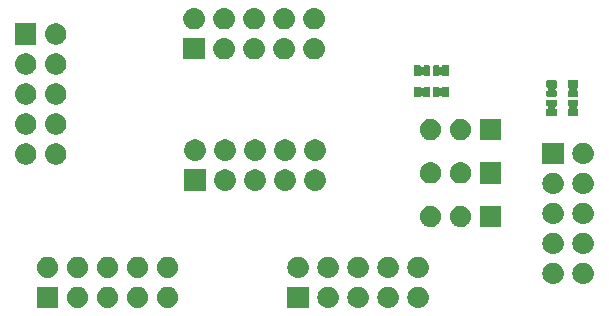
<source format=gts>
G04 #@! TF.GenerationSoftware,KiCad,Pcbnew,5.99.0-unknown-79d062a~86~ubuntu19.04.1*
G04 #@! TF.CreationDate,2019-08-31T10:25:11-07:00*
G04 #@! TF.ProjectId,IOBoard,494f426f-6172-4642-9e6b-696361645f70,rev?*
G04 #@! TF.SameCoordinates,Original*
G04 #@! TF.FileFunction,Soldermask,Top*
G04 #@! TF.FilePolarity,Negative*
%FSLAX46Y46*%
G04 Gerber Fmt 4.6, Leading zero omitted, Abs format (unit mm)*
G04 Created by KiCad (PCBNEW 5.99.0-unknown-79d062a~86~ubuntu19.04.1) date 2019-08-31 10:25:11*
%MOMM*%
%LPD*%
G04 APERTURE LIST*
%ADD10C,0.100000*%
G04 APERTURE END LIST*
D10*
G36*
X88436399Y-110543959D02*
G01*
X88453269Y-110555231D01*
X88464541Y-110572101D01*
X88470948Y-110604312D01*
X88470948Y-112279688D01*
X88468499Y-112292000D01*
X88464541Y-112311899D01*
X88453269Y-112328769D01*
X88436399Y-112340041D01*
X88416500Y-112343999D01*
X88404188Y-112346448D01*
X86728812Y-112346448D01*
X86696601Y-112340041D01*
X86679731Y-112328769D01*
X86668459Y-112311899D01*
X86662052Y-112279688D01*
X86662052Y-110604312D01*
X86668459Y-110572101D01*
X86679731Y-110555231D01*
X86696601Y-110543959D01*
X86728812Y-110537552D01*
X88404188Y-110537552D01*
X88436399Y-110543959D01*
X88436399Y-110543959D01*
G37*
G36*
X67227399Y-110543959D02*
G01*
X67244269Y-110555231D01*
X67255541Y-110572101D01*
X67261948Y-110604312D01*
X67261948Y-112279688D01*
X67259499Y-112292000D01*
X67255541Y-112311899D01*
X67244269Y-112328769D01*
X67227399Y-112340041D01*
X67207500Y-112343999D01*
X67195188Y-112346448D01*
X65519812Y-112346448D01*
X65487601Y-112340041D01*
X65470731Y-112328769D01*
X65459459Y-112311899D01*
X65453052Y-112279688D01*
X65453052Y-110604312D01*
X65459459Y-110572101D01*
X65470731Y-110555231D01*
X65487601Y-110543959D01*
X65519812Y-110537552D01*
X67195188Y-110537552D01*
X67227399Y-110543959D01*
X67227399Y-110543959D01*
G37*
G36*
X97914860Y-110555835D02*
G01*
X97995897Y-110582166D01*
X98083163Y-110609848D01*
X98086155Y-110611493D01*
X98094988Y-110614363D01*
X98166966Y-110655919D01*
X98237999Y-110694970D01*
X98245486Y-110701253D01*
X98259011Y-110709061D01*
X98316759Y-110761057D01*
X98373357Y-110808549D01*
X98383462Y-110821118D01*
X98399761Y-110835793D01*
X98441954Y-110893867D01*
X98484079Y-110946260D01*
X98494494Y-110966182D01*
X98511086Y-110989019D01*
X98537797Y-111049012D01*
X98565939Y-111102843D01*
X98574082Y-111130510D01*
X98588121Y-111162042D01*
X98600492Y-111220241D01*
X98615828Y-111272349D01*
X98619018Y-111307401D01*
X98627499Y-111347301D01*
X98627499Y-111400592D01*
X98631843Y-111448324D01*
X98627499Y-111489653D01*
X98627499Y-111536699D01*
X98617717Y-111582721D01*
X98613373Y-111624047D01*
X98599202Y-111669827D01*
X98588121Y-111721958D01*
X98571528Y-111759226D01*
X98561122Y-111792843D01*
X98535289Y-111840620D01*
X98511086Y-111894981D01*
X98490798Y-111922905D01*
X98477080Y-111948276D01*
X98438359Y-111995082D01*
X98399761Y-112048207D01*
X98378784Y-112067095D01*
X98364452Y-112084419D01*
X98312345Y-112126917D01*
X98259011Y-112174939D01*
X98240024Y-112185901D01*
X98227525Y-112196095D01*
X98162280Y-112230786D01*
X98094988Y-112269637D01*
X98080136Y-112274463D01*
X98071503Y-112279053D01*
X97993930Y-112302473D01*
X97914860Y-112328165D01*
X97905614Y-112329137D01*
X97902351Y-112330122D01*
X97811210Y-112339059D01*
X97773711Y-112343000D01*
X97679289Y-112343000D01*
X97538140Y-112328165D01*
X97457103Y-112301834D01*
X97369837Y-112274152D01*
X97366845Y-112272507D01*
X97358012Y-112269637D01*
X97286034Y-112228081D01*
X97215001Y-112189030D01*
X97207514Y-112182747D01*
X97193989Y-112174939D01*
X97136241Y-112122943D01*
X97079643Y-112075451D01*
X97069538Y-112062882D01*
X97053239Y-112048207D01*
X97011046Y-111990133D01*
X96968921Y-111937740D01*
X96958506Y-111917818D01*
X96941914Y-111894981D01*
X96915203Y-111834988D01*
X96887061Y-111781157D01*
X96878918Y-111753490D01*
X96864879Y-111721958D01*
X96852508Y-111663759D01*
X96837172Y-111611651D01*
X96833982Y-111576599D01*
X96825501Y-111536699D01*
X96825501Y-111483408D01*
X96821157Y-111435676D01*
X96825501Y-111394347D01*
X96825501Y-111347301D01*
X96835283Y-111301279D01*
X96839627Y-111259953D01*
X96853798Y-111214173D01*
X96864879Y-111162042D01*
X96881472Y-111124774D01*
X96891878Y-111091157D01*
X96917711Y-111043380D01*
X96941914Y-110989019D01*
X96962202Y-110961095D01*
X96975920Y-110935724D01*
X97014641Y-110888918D01*
X97053239Y-110835793D01*
X97074216Y-110816905D01*
X97088548Y-110799581D01*
X97140655Y-110757083D01*
X97193989Y-110709061D01*
X97212976Y-110698099D01*
X97225475Y-110687905D01*
X97290720Y-110653214D01*
X97358012Y-110614363D01*
X97372864Y-110609537D01*
X97381497Y-110604947D01*
X97459070Y-110581527D01*
X97538140Y-110555835D01*
X97547386Y-110554863D01*
X97550649Y-110553878D01*
X97641790Y-110544941D01*
X97679289Y-110541000D01*
X97773711Y-110541000D01*
X97914860Y-110555835D01*
X97914860Y-110555835D01*
G37*
G36*
X90294860Y-110555835D02*
G01*
X90375897Y-110582166D01*
X90463163Y-110609848D01*
X90466155Y-110611493D01*
X90474988Y-110614363D01*
X90546966Y-110655919D01*
X90617999Y-110694970D01*
X90625486Y-110701253D01*
X90639011Y-110709061D01*
X90696759Y-110761057D01*
X90753357Y-110808549D01*
X90763462Y-110821118D01*
X90779761Y-110835793D01*
X90821954Y-110893867D01*
X90864079Y-110946260D01*
X90874494Y-110966182D01*
X90891086Y-110989019D01*
X90917797Y-111049012D01*
X90945939Y-111102843D01*
X90954082Y-111130510D01*
X90968121Y-111162042D01*
X90980492Y-111220241D01*
X90995828Y-111272349D01*
X90999018Y-111307401D01*
X91007499Y-111347301D01*
X91007499Y-111400592D01*
X91011843Y-111448324D01*
X91007499Y-111489653D01*
X91007499Y-111536699D01*
X90997717Y-111582721D01*
X90993373Y-111624047D01*
X90979202Y-111669827D01*
X90968121Y-111721958D01*
X90951528Y-111759226D01*
X90941122Y-111792843D01*
X90915289Y-111840620D01*
X90891086Y-111894981D01*
X90870798Y-111922905D01*
X90857080Y-111948276D01*
X90818359Y-111995082D01*
X90779761Y-112048207D01*
X90758784Y-112067095D01*
X90744452Y-112084419D01*
X90692345Y-112126917D01*
X90639011Y-112174939D01*
X90620024Y-112185901D01*
X90607525Y-112196095D01*
X90542280Y-112230786D01*
X90474988Y-112269637D01*
X90460136Y-112274463D01*
X90451503Y-112279053D01*
X90373930Y-112302473D01*
X90294860Y-112328165D01*
X90285614Y-112329137D01*
X90282351Y-112330122D01*
X90191210Y-112339059D01*
X90153711Y-112343000D01*
X90059289Y-112343000D01*
X89918140Y-112328165D01*
X89837103Y-112301834D01*
X89749837Y-112274152D01*
X89746845Y-112272507D01*
X89738012Y-112269637D01*
X89666034Y-112228081D01*
X89595001Y-112189030D01*
X89587514Y-112182747D01*
X89573989Y-112174939D01*
X89516241Y-112122943D01*
X89459643Y-112075451D01*
X89449538Y-112062882D01*
X89433239Y-112048207D01*
X89391046Y-111990133D01*
X89348921Y-111937740D01*
X89338506Y-111917818D01*
X89321914Y-111894981D01*
X89295203Y-111834988D01*
X89267061Y-111781157D01*
X89258918Y-111753490D01*
X89244879Y-111721958D01*
X89232508Y-111663759D01*
X89217172Y-111611651D01*
X89213982Y-111576599D01*
X89205501Y-111536699D01*
X89205501Y-111483408D01*
X89201157Y-111435676D01*
X89205501Y-111394347D01*
X89205501Y-111347301D01*
X89215283Y-111301279D01*
X89219627Y-111259953D01*
X89233798Y-111214173D01*
X89244879Y-111162042D01*
X89261472Y-111124774D01*
X89271878Y-111091157D01*
X89297711Y-111043380D01*
X89321914Y-110989019D01*
X89342202Y-110961095D01*
X89355920Y-110935724D01*
X89394641Y-110888918D01*
X89433239Y-110835793D01*
X89454216Y-110816905D01*
X89468548Y-110799581D01*
X89520655Y-110757083D01*
X89573989Y-110709061D01*
X89592976Y-110698099D01*
X89605475Y-110687905D01*
X89670720Y-110653214D01*
X89738012Y-110614363D01*
X89752864Y-110609537D01*
X89761497Y-110604947D01*
X89839070Y-110581527D01*
X89918140Y-110555835D01*
X89927386Y-110554863D01*
X89930649Y-110553878D01*
X90021790Y-110544941D01*
X90059289Y-110541000D01*
X90153711Y-110541000D01*
X90294860Y-110555835D01*
X90294860Y-110555835D01*
G37*
G36*
X76705860Y-110555835D02*
G01*
X76786897Y-110582166D01*
X76874163Y-110609848D01*
X76877155Y-110611493D01*
X76885988Y-110614363D01*
X76957966Y-110655919D01*
X77028999Y-110694970D01*
X77036486Y-110701253D01*
X77050011Y-110709061D01*
X77107759Y-110761057D01*
X77164357Y-110808549D01*
X77174462Y-110821118D01*
X77190761Y-110835793D01*
X77232954Y-110893867D01*
X77275079Y-110946260D01*
X77285494Y-110966182D01*
X77302086Y-110989019D01*
X77328797Y-111049012D01*
X77356939Y-111102843D01*
X77365082Y-111130510D01*
X77379121Y-111162042D01*
X77391492Y-111220241D01*
X77406828Y-111272349D01*
X77410018Y-111307401D01*
X77418499Y-111347301D01*
X77418499Y-111400592D01*
X77422843Y-111448324D01*
X77418499Y-111489653D01*
X77418499Y-111536699D01*
X77408717Y-111582721D01*
X77404373Y-111624047D01*
X77390202Y-111669827D01*
X77379121Y-111721958D01*
X77362528Y-111759226D01*
X77352122Y-111792843D01*
X77326289Y-111840620D01*
X77302086Y-111894981D01*
X77281798Y-111922905D01*
X77268080Y-111948276D01*
X77229359Y-111995082D01*
X77190761Y-112048207D01*
X77169784Y-112067095D01*
X77155452Y-112084419D01*
X77103345Y-112126917D01*
X77050011Y-112174939D01*
X77031024Y-112185901D01*
X77018525Y-112196095D01*
X76953280Y-112230786D01*
X76885988Y-112269637D01*
X76871136Y-112274463D01*
X76862503Y-112279053D01*
X76784930Y-112302473D01*
X76705860Y-112328165D01*
X76696614Y-112329137D01*
X76693351Y-112330122D01*
X76602210Y-112339059D01*
X76564711Y-112343000D01*
X76470289Y-112343000D01*
X76329140Y-112328165D01*
X76248103Y-112301834D01*
X76160837Y-112274152D01*
X76157845Y-112272507D01*
X76149012Y-112269637D01*
X76077034Y-112228081D01*
X76006001Y-112189030D01*
X75998514Y-112182747D01*
X75984989Y-112174939D01*
X75927241Y-112122943D01*
X75870643Y-112075451D01*
X75860538Y-112062882D01*
X75844239Y-112048207D01*
X75802046Y-111990133D01*
X75759921Y-111937740D01*
X75749506Y-111917818D01*
X75732914Y-111894981D01*
X75706203Y-111834988D01*
X75678061Y-111781157D01*
X75669918Y-111753490D01*
X75655879Y-111721958D01*
X75643508Y-111663759D01*
X75628172Y-111611651D01*
X75624982Y-111576599D01*
X75616501Y-111536699D01*
X75616501Y-111483408D01*
X75612157Y-111435676D01*
X75616501Y-111394347D01*
X75616501Y-111347301D01*
X75626283Y-111301279D01*
X75630627Y-111259953D01*
X75644798Y-111214173D01*
X75655879Y-111162042D01*
X75672472Y-111124774D01*
X75682878Y-111091157D01*
X75708711Y-111043380D01*
X75732914Y-110989019D01*
X75753202Y-110961095D01*
X75766920Y-110935724D01*
X75805641Y-110888918D01*
X75844239Y-110835793D01*
X75865216Y-110816905D01*
X75879548Y-110799581D01*
X75931655Y-110757083D01*
X75984989Y-110709061D01*
X76003976Y-110698099D01*
X76016475Y-110687905D01*
X76081720Y-110653214D01*
X76149012Y-110614363D01*
X76163864Y-110609537D01*
X76172497Y-110604947D01*
X76250070Y-110581527D01*
X76329140Y-110555835D01*
X76338386Y-110554863D01*
X76341649Y-110553878D01*
X76432790Y-110544941D01*
X76470289Y-110541000D01*
X76564711Y-110541000D01*
X76705860Y-110555835D01*
X76705860Y-110555835D01*
G37*
G36*
X74165860Y-110555835D02*
G01*
X74246897Y-110582166D01*
X74334163Y-110609848D01*
X74337155Y-110611493D01*
X74345988Y-110614363D01*
X74417966Y-110655919D01*
X74488999Y-110694970D01*
X74496486Y-110701253D01*
X74510011Y-110709061D01*
X74567759Y-110761057D01*
X74624357Y-110808549D01*
X74634462Y-110821118D01*
X74650761Y-110835793D01*
X74692954Y-110893867D01*
X74735079Y-110946260D01*
X74745494Y-110966182D01*
X74762086Y-110989019D01*
X74788797Y-111049012D01*
X74816939Y-111102843D01*
X74825082Y-111130510D01*
X74839121Y-111162042D01*
X74851492Y-111220241D01*
X74866828Y-111272349D01*
X74870018Y-111307401D01*
X74878499Y-111347301D01*
X74878499Y-111400592D01*
X74882843Y-111448324D01*
X74878499Y-111489653D01*
X74878499Y-111536699D01*
X74868717Y-111582721D01*
X74864373Y-111624047D01*
X74850202Y-111669827D01*
X74839121Y-111721958D01*
X74822528Y-111759226D01*
X74812122Y-111792843D01*
X74786289Y-111840620D01*
X74762086Y-111894981D01*
X74741798Y-111922905D01*
X74728080Y-111948276D01*
X74689359Y-111995082D01*
X74650761Y-112048207D01*
X74629784Y-112067095D01*
X74615452Y-112084419D01*
X74563345Y-112126917D01*
X74510011Y-112174939D01*
X74491024Y-112185901D01*
X74478525Y-112196095D01*
X74413280Y-112230786D01*
X74345988Y-112269637D01*
X74331136Y-112274463D01*
X74322503Y-112279053D01*
X74244930Y-112302473D01*
X74165860Y-112328165D01*
X74156614Y-112329137D01*
X74153351Y-112330122D01*
X74062210Y-112339059D01*
X74024711Y-112343000D01*
X73930289Y-112343000D01*
X73789140Y-112328165D01*
X73708103Y-112301834D01*
X73620837Y-112274152D01*
X73617845Y-112272507D01*
X73609012Y-112269637D01*
X73537034Y-112228081D01*
X73466001Y-112189030D01*
X73458514Y-112182747D01*
X73444989Y-112174939D01*
X73387241Y-112122943D01*
X73330643Y-112075451D01*
X73320538Y-112062882D01*
X73304239Y-112048207D01*
X73262046Y-111990133D01*
X73219921Y-111937740D01*
X73209506Y-111917818D01*
X73192914Y-111894981D01*
X73166203Y-111834988D01*
X73138061Y-111781157D01*
X73129918Y-111753490D01*
X73115879Y-111721958D01*
X73103508Y-111663759D01*
X73088172Y-111611651D01*
X73084982Y-111576599D01*
X73076501Y-111536699D01*
X73076501Y-111483408D01*
X73072157Y-111435676D01*
X73076501Y-111394347D01*
X73076501Y-111347301D01*
X73086283Y-111301279D01*
X73090627Y-111259953D01*
X73104798Y-111214173D01*
X73115879Y-111162042D01*
X73132472Y-111124774D01*
X73142878Y-111091157D01*
X73168711Y-111043380D01*
X73192914Y-110989019D01*
X73213202Y-110961095D01*
X73226920Y-110935724D01*
X73265641Y-110888918D01*
X73304239Y-110835793D01*
X73325216Y-110816905D01*
X73339548Y-110799581D01*
X73391655Y-110757083D01*
X73444989Y-110709061D01*
X73463976Y-110698099D01*
X73476475Y-110687905D01*
X73541720Y-110653214D01*
X73609012Y-110614363D01*
X73623864Y-110609537D01*
X73632497Y-110604947D01*
X73710070Y-110581527D01*
X73789140Y-110555835D01*
X73798386Y-110554863D01*
X73801649Y-110553878D01*
X73892790Y-110544941D01*
X73930289Y-110541000D01*
X74024711Y-110541000D01*
X74165860Y-110555835D01*
X74165860Y-110555835D01*
G37*
G36*
X71625860Y-110555835D02*
G01*
X71706897Y-110582166D01*
X71794163Y-110609848D01*
X71797155Y-110611493D01*
X71805988Y-110614363D01*
X71877966Y-110655919D01*
X71948999Y-110694970D01*
X71956486Y-110701253D01*
X71970011Y-110709061D01*
X72027759Y-110761057D01*
X72084357Y-110808549D01*
X72094462Y-110821118D01*
X72110761Y-110835793D01*
X72152954Y-110893867D01*
X72195079Y-110946260D01*
X72205494Y-110966182D01*
X72222086Y-110989019D01*
X72248797Y-111049012D01*
X72276939Y-111102843D01*
X72285082Y-111130510D01*
X72299121Y-111162042D01*
X72311492Y-111220241D01*
X72326828Y-111272349D01*
X72330018Y-111307401D01*
X72338499Y-111347301D01*
X72338499Y-111400592D01*
X72342843Y-111448324D01*
X72338499Y-111489653D01*
X72338499Y-111536699D01*
X72328717Y-111582721D01*
X72324373Y-111624047D01*
X72310202Y-111669827D01*
X72299121Y-111721958D01*
X72282528Y-111759226D01*
X72272122Y-111792843D01*
X72246289Y-111840620D01*
X72222086Y-111894981D01*
X72201798Y-111922905D01*
X72188080Y-111948276D01*
X72149359Y-111995082D01*
X72110761Y-112048207D01*
X72089784Y-112067095D01*
X72075452Y-112084419D01*
X72023345Y-112126917D01*
X71970011Y-112174939D01*
X71951024Y-112185901D01*
X71938525Y-112196095D01*
X71873280Y-112230786D01*
X71805988Y-112269637D01*
X71791136Y-112274463D01*
X71782503Y-112279053D01*
X71704930Y-112302473D01*
X71625860Y-112328165D01*
X71616614Y-112329137D01*
X71613351Y-112330122D01*
X71522210Y-112339059D01*
X71484711Y-112343000D01*
X71390289Y-112343000D01*
X71249140Y-112328165D01*
X71168103Y-112301834D01*
X71080837Y-112274152D01*
X71077845Y-112272507D01*
X71069012Y-112269637D01*
X70997034Y-112228081D01*
X70926001Y-112189030D01*
X70918514Y-112182747D01*
X70904989Y-112174939D01*
X70847241Y-112122943D01*
X70790643Y-112075451D01*
X70780538Y-112062882D01*
X70764239Y-112048207D01*
X70722046Y-111990133D01*
X70679921Y-111937740D01*
X70669506Y-111917818D01*
X70652914Y-111894981D01*
X70626203Y-111834988D01*
X70598061Y-111781157D01*
X70589918Y-111753490D01*
X70575879Y-111721958D01*
X70563508Y-111663759D01*
X70548172Y-111611651D01*
X70544982Y-111576599D01*
X70536501Y-111536699D01*
X70536501Y-111483408D01*
X70532157Y-111435676D01*
X70536501Y-111394347D01*
X70536501Y-111347301D01*
X70546283Y-111301279D01*
X70550627Y-111259953D01*
X70564798Y-111214173D01*
X70575879Y-111162042D01*
X70592472Y-111124774D01*
X70602878Y-111091157D01*
X70628711Y-111043380D01*
X70652914Y-110989019D01*
X70673202Y-110961095D01*
X70686920Y-110935724D01*
X70725641Y-110888918D01*
X70764239Y-110835793D01*
X70785216Y-110816905D01*
X70799548Y-110799581D01*
X70851655Y-110757083D01*
X70904989Y-110709061D01*
X70923976Y-110698099D01*
X70936475Y-110687905D01*
X71001720Y-110653214D01*
X71069012Y-110614363D01*
X71083864Y-110609537D01*
X71092497Y-110604947D01*
X71170070Y-110581527D01*
X71249140Y-110555835D01*
X71258386Y-110554863D01*
X71261649Y-110553878D01*
X71352790Y-110544941D01*
X71390289Y-110541000D01*
X71484711Y-110541000D01*
X71625860Y-110555835D01*
X71625860Y-110555835D01*
G37*
G36*
X69085860Y-110555835D02*
G01*
X69166897Y-110582166D01*
X69254163Y-110609848D01*
X69257155Y-110611493D01*
X69265988Y-110614363D01*
X69337966Y-110655919D01*
X69408999Y-110694970D01*
X69416486Y-110701253D01*
X69430011Y-110709061D01*
X69487759Y-110761057D01*
X69544357Y-110808549D01*
X69554462Y-110821118D01*
X69570761Y-110835793D01*
X69612954Y-110893867D01*
X69655079Y-110946260D01*
X69665494Y-110966182D01*
X69682086Y-110989019D01*
X69708797Y-111049012D01*
X69736939Y-111102843D01*
X69745082Y-111130510D01*
X69759121Y-111162042D01*
X69771492Y-111220241D01*
X69786828Y-111272349D01*
X69790018Y-111307401D01*
X69798499Y-111347301D01*
X69798499Y-111400592D01*
X69802843Y-111448324D01*
X69798499Y-111489653D01*
X69798499Y-111536699D01*
X69788717Y-111582721D01*
X69784373Y-111624047D01*
X69770202Y-111669827D01*
X69759121Y-111721958D01*
X69742528Y-111759226D01*
X69732122Y-111792843D01*
X69706289Y-111840620D01*
X69682086Y-111894981D01*
X69661798Y-111922905D01*
X69648080Y-111948276D01*
X69609359Y-111995082D01*
X69570761Y-112048207D01*
X69549784Y-112067095D01*
X69535452Y-112084419D01*
X69483345Y-112126917D01*
X69430011Y-112174939D01*
X69411024Y-112185901D01*
X69398525Y-112196095D01*
X69333280Y-112230786D01*
X69265988Y-112269637D01*
X69251136Y-112274463D01*
X69242503Y-112279053D01*
X69164930Y-112302473D01*
X69085860Y-112328165D01*
X69076614Y-112329137D01*
X69073351Y-112330122D01*
X68982210Y-112339059D01*
X68944711Y-112343000D01*
X68850289Y-112343000D01*
X68709140Y-112328165D01*
X68628103Y-112301834D01*
X68540837Y-112274152D01*
X68537845Y-112272507D01*
X68529012Y-112269637D01*
X68457034Y-112228081D01*
X68386001Y-112189030D01*
X68378514Y-112182747D01*
X68364989Y-112174939D01*
X68307241Y-112122943D01*
X68250643Y-112075451D01*
X68240538Y-112062882D01*
X68224239Y-112048207D01*
X68182046Y-111990133D01*
X68139921Y-111937740D01*
X68129506Y-111917818D01*
X68112914Y-111894981D01*
X68086203Y-111834988D01*
X68058061Y-111781157D01*
X68049918Y-111753490D01*
X68035879Y-111721958D01*
X68023508Y-111663759D01*
X68008172Y-111611651D01*
X68004982Y-111576599D01*
X67996501Y-111536699D01*
X67996501Y-111483408D01*
X67992157Y-111435676D01*
X67996501Y-111394347D01*
X67996501Y-111347301D01*
X68006283Y-111301279D01*
X68010627Y-111259953D01*
X68024798Y-111214173D01*
X68035879Y-111162042D01*
X68052472Y-111124774D01*
X68062878Y-111091157D01*
X68088711Y-111043380D01*
X68112914Y-110989019D01*
X68133202Y-110961095D01*
X68146920Y-110935724D01*
X68185641Y-110888918D01*
X68224239Y-110835793D01*
X68245216Y-110816905D01*
X68259548Y-110799581D01*
X68311655Y-110757083D01*
X68364989Y-110709061D01*
X68383976Y-110698099D01*
X68396475Y-110687905D01*
X68461720Y-110653214D01*
X68529012Y-110614363D01*
X68543864Y-110609537D01*
X68552497Y-110604947D01*
X68630070Y-110581527D01*
X68709140Y-110555835D01*
X68718386Y-110554863D01*
X68721649Y-110553878D01*
X68812790Y-110544941D01*
X68850289Y-110541000D01*
X68944711Y-110541000D01*
X69085860Y-110555835D01*
X69085860Y-110555835D01*
G37*
G36*
X95374860Y-110555835D02*
G01*
X95455897Y-110582166D01*
X95543163Y-110609848D01*
X95546155Y-110611493D01*
X95554988Y-110614363D01*
X95626966Y-110655919D01*
X95697999Y-110694970D01*
X95705486Y-110701253D01*
X95719011Y-110709061D01*
X95776759Y-110761057D01*
X95833357Y-110808549D01*
X95843462Y-110821118D01*
X95859761Y-110835793D01*
X95901954Y-110893867D01*
X95944079Y-110946260D01*
X95954494Y-110966182D01*
X95971086Y-110989019D01*
X95997797Y-111049012D01*
X96025939Y-111102843D01*
X96034082Y-111130510D01*
X96048121Y-111162042D01*
X96060492Y-111220241D01*
X96075828Y-111272349D01*
X96079018Y-111307401D01*
X96087499Y-111347301D01*
X96087499Y-111400592D01*
X96091843Y-111448324D01*
X96087499Y-111489653D01*
X96087499Y-111536699D01*
X96077717Y-111582721D01*
X96073373Y-111624047D01*
X96059202Y-111669827D01*
X96048121Y-111721958D01*
X96031528Y-111759226D01*
X96021122Y-111792843D01*
X95995289Y-111840620D01*
X95971086Y-111894981D01*
X95950798Y-111922905D01*
X95937080Y-111948276D01*
X95898359Y-111995082D01*
X95859761Y-112048207D01*
X95838784Y-112067095D01*
X95824452Y-112084419D01*
X95772345Y-112126917D01*
X95719011Y-112174939D01*
X95700024Y-112185901D01*
X95687525Y-112196095D01*
X95622280Y-112230786D01*
X95554988Y-112269637D01*
X95540136Y-112274463D01*
X95531503Y-112279053D01*
X95453930Y-112302473D01*
X95374860Y-112328165D01*
X95365614Y-112329137D01*
X95362351Y-112330122D01*
X95271210Y-112339059D01*
X95233711Y-112343000D01*
X95139289Y-112343000D01*
X94998140Y-112328165D01*
X94917103Y-112301834D01*
X94829837Y-112274152D01*
X94826845Y-112272507D01*
X94818012Y-112269637D01*
X94746034Y-112228081D01*
X94675001Y-112189030D01*
X94667514Y-112182747D01*
X94653989Y-112174939D01*
X94596241Y-112122943D01*
X94539643Y-112075451D01*
X94529538Y-112062882D01*
X94513239Y-112048207D01*
X94471046Y-111990133D01*
X94428921Y-111937740D01*
X94418506Y-111917818D01*
X94401914Y-111894981D01*
X94375203Y-111834988D01*
X94347061Y-111781157D01*
X94338918Y-111753490D01*
X94324879Y-111721958D01*
X94312508Y-111663759D01*
X94297172Y-111611651D01*
X94293982Y-111576599D01*
X94285501Y-111536699D01*
X94285501Y-111483408D01*
X94281157Y-111435676D01*
X94285501Y-111394347D01*
X94285501Y-111347301D01*
X94295283Y-111301279D01*
X94299627Y-111259953D01*
X94313798Y-111214173D01*
X94324879Y-111162042D01*
X94341472Y-111124774D01*
X94351878Y-111091157D01*
X94377711Y-111043380D01*
X94401914Y-110989019D01*
X94422202Y-110961095D01*
X94435920Y-110935724D01*
X94474641Y-110888918D01*
X94513239Y-110835793D01*
X94534216Y-110816905D01*
X94548548Y-110799581D01*
X94600655Y-110757083D01*
X94653989Y-110709061D01*
X94672976Y-110698099D01*
X94685475Y-110687905D01*
X94750720Y-110653214D01*
X94818012Y-110614363D01*
X94832864Y-110609537D01*
X94841497Y-110604947D01*
X94919070Y-110581527D01*
X94998140Y-110555835D01*
X95007386Y-110554863D01*
X95010649Y-110553878D01*
X95101790Y-110544941D01*
X95139289Y-110541000D01*
X95233711Y-110541000D01*
X95374860Y-110555835D01*
X95374860Y-110555835D01*
G37*
G36*
X92834860Y-110555835D02*
G01*
X92915897Y-110582166D01*
X93003163Y-110609848D01*
X93006155Y-110611493D01*
X93014988Y-110614363D01*
X93086966Y-110655919D01*
X93157999Y-110694970D01*
X93165486Y-110701253D01*
X93179011Y-110709061D01*
X93236759Y-110761057D01*
X93293357Y-110808549D01*
X93303462Y-110821118D01*
X93319761Y-110835793D01*
X93361954Y-110893867D01*
X93404079Y-110946260D01*
X93414494Y-110966182D01*
X93431086Y-110989019D01*
X93457797Y-111049012D01*
X93485939Y-111102843D01*
X93494082Y-111130510D01*
X93508121Y-111162042D01*
X93520492Y-111220241D01*
X93535828Y-111272349D01*
X93539018Y-111307401D01*
X93547499Y-111347301D01*
X93547499Y-111400592D01*
X93551843Y-111448324D01*
X93547499Y-111489653D01*
X93547499Y-111536699D01*
X93537717Y-111582721D01*
X93533373Y-111624047D01*
X93519202Y-111669827D01*
X93508121Y-111721958D01*
X93491528Y-111759226D01*
X93481122Y-111792843D01*
X93455289Y-111840620D01*
X93431086Y-111894981D01*
X93410798Y-111922905D01*
X93397080Y-111948276D01*
X93358359Y-111995082D01*
X93319761Y-112048207D01*
X93298784Y-112067095D01*
X93284452Y-112084419D01*
X93232345Y-112126917D01*
X93179011Y-112174939D01*
X93160024Y-112185901D01*
X93147525Y-112196095D01*
X93082280Y-112230786D01*
X93014988Y-112269637D01*
X93000136Y-112274463D01*
X92991503Y-112279053D01*
X92913930Y-112302473D01*
X92834860Y-112328165D01*
X92825614Y-112329137D01*
X92822351Y-112330122D01*
X92731210Y-112339059D01*
X92693711Y-112343000D01*
X92599289Y-112343000D01*
X92458140Y-112328165D01*
X92377103Y-112301834D01*
X92289837Y-112274152D01*
X92286845Y-112272507D01*
X92278012Y-112269637D01*
X92206034Y-112228081D01*
X92135001Y-112189030D01*
X92127514Y-112182747D01*
X92113989Y-112174939D01*
X92056241Y-112122943D01*
X91999643Y-112075451D01*
X91989538Y-112062882D01*
X91973239Y-112048207D01*
X91931046Y-111990133D01*
X91888921Y-111937740D01*
X91878506Y-111917818D01*
X91861914Y-111894981D01*
X91835203Y-111834988D01*
X91807061Y-111781157D01*
X91798918Y-111753490D01*
X91784879Y-111721958D01*
X91772508Y-111663759D01*
X91757172Y-111611651D01*
X91753982Y-111576599D01*
X91745501Y-111536699D01*
X91745501Y-111483408D01*
X91741157Y-111435676D01*
X91745501Y-111394347D01*
X91745501Y-111347301D01*
X91755283Y-111301279D01*
X91759627Y-111259953D01*
X91773798Y-111214173D01*
X91784879Y-111162042D01*
X91801472Y-111124774D01*
X91811878Y-111091157D01*
X91837711Y-111043380D01*
X91861914Y-110989019D01*
X91882202Y-110961095D01*
X91895920Y-110935724D01*
X91934641Y-110888918D01*
X91973239Y-110835793D01*
X91994216Y-110816905D01*
X92008548Y-110799581D01*
X92060655Y-110757083D01*
X92113989Y-110709061D01*
X92132976Y-110698099D01*
X92145475Y-110687905D01*
X92210720Y-110653214D01*
X92278012Y-110614363D01*
X92292864Y-110609537D01*
X92301497Y-110604947D01*
X92379070Y-110581527D01*
X92458140Y-110555835D01*
X92467386Y-110554863D01*
X92470649Y-110553878D01*
X92561790Y-110544941D01*
X92599289Y-110541000D01*
X92693711Y-110541000D01*
X92834860Y-110555835D01*
X92834860Y-110555835D01*
G37*
G36*
X109344360Y-108524335D02*
G01*
X109425397Y-108550666D01*
X109512663Y-108578348D01*
X109515655Y-108579993D01*
X109524488Y-108582863D01*
X109596466Y-108624419D01*
X109667499Y-108663470D01*
X109674986Y-108669753D01*
X109688511Y-108677561D01*
X109746259Y-108729557D01*
X109802857Y-108777049D01*
X109812962Y-108789618D01*
X109829261Y-108804293D01*
X109871454Y-108862367D01*
X109913579Y-108914760D01*
X109923994Y-108934682D01*
X109940586Y-108957519D01*
X109967297Y-109017512D01*
X109995439Y-109071343D01*
X110003582Y-109099010D01*
X110017621Y-109130542D01*
X110029992Y-109188741D01*
X110045328Y-109240849D01*
X110048518Y-109275901D01*
X110056999Y-109315801D01*
X110056999Y-109369092D01*
X110061343Y-109416824D01*
X110056999Y-109458153D01*
X110056999Y-109505199D01*
X110047217Y-109551221D01*
X110042873Y-109592547D01*
X110028702Y-109638327D01*
X110017621Y-109690458D01*
X110001028Y-109727726D01*
X109990622Y-109761343D01*
X109964789Y-109809120D01*
X109940586Y-109863481D01*
X109920298Y-109891405D01*
X109906580Y-109916776D01*
X109867859Y-109963582D01*
X109829261Y-110016707D01*
X109808284Y-110035595D01*
X109793952Y-110052919D01*
X109741845Y-110095417D01*
X109688511Y-110143439D01*
X109669524Y-110154401D01*
X109657025Y-110164595D01*
X109591780Y-110199286D01*
X109524488Y-110238137D01*
X109509636Y-110242963D01*
X109501003Y-110247553D01*
X109423430Y-110270973D01*
X109344360Y-110296665D01*
X109335114Y-110297637D01*
X109331851Y-110298622D01*
X109240710Y-110307559D01*
X109203211Y-110311500D01*
X109108789Y-110311500D01*
X108967640Y-110296665D01*
X108886603Y-110270334D01*
X108799337Y-110242652D01*
X108796345Y-110241007D01*
X108787512Y-110238137D01*
X108715534Y-110196581D01*
X108644501Y-110157530D01*
X108637014Y-110151247D01*
X108623489Y-110143439D01*
X108565741Y-110091443D01*
X108509143Y-110043951D01*
X108499038Y-110031382D01*
X108482739Y-110016707D01*
X108440546Y-109958633D01*
X108398421Y-109906240D01*
X108388006Y-109886318D01*
X108371414Y-109863481D01*
X108344703Y-109803488D01*
X108316561Y-109749657D01*
X108308418Y-109721990D01*
X108294379Y-109690458D01*
X108282008Y-109632259D01*
X108266672Y-109580151D01*
X108263482Y-109545099D01*
X108255001Y-109505199D01*
X108255001Y-109451908D01*
X108250657Y-109404176D01*
X108255001Y-109362847D01*
X108255001Y-109315801D01*
X108264783Y-109269779D01*
X108269127Y-109228453D01*
X108283298Y-109182673D01*
X108294379Y-109130542D01*
X108310972Y-109093274D01*
X108321378Y-109059657D01*
X108347211Y-109011880D01*
X108371414Y-108957519D01*
X108391702Y-108929595D01*
X108405420Y-108904224D01*
X108444141Y-108857418D01*
X108482739Y-108804293D01*
X108503716Y-108785405D01*
X108518048Y-108768081D01*
X108570155Y-108725583D01*
X108623489Y-108677561D01*
X108642476Y-108666599D01*
X108654975Y-108656405D01*
X108720220Y-108621714D01*
X108787512Y-108582863D01*
X108802364Y-108578037D01*
X108810997Y-108573447D01*
X108888570Y-108550027D01*
X108967640Y-108524335D01*
X108976886Y-108523363D01*
X108980149Y-108522378D01*
X109071290Y-108513441D01*
X109108789Y-108509500D01*
X109203211Y-108509500D01*
X109344360Y-108524335D01*
X109344360Y-108524335D01*
G37*
G36*
X111884360Y-108524335D02*
G01*
X111965397Y-108550666D01*
X112052663Y-108578348D01*
X112055655Y-108579993D01*
X112064488Y-108582863D01*
X112136466Y-108624419D01*
X112207499Y-108663470D01*
X112214986Y-108669753D01*
X112228511Y-108677561D01*
X112286259Y-108729557D01*
X112342857Y-108777049D01*
X112352962Y-108789618D01*
X112369261Y-108804293D01*
X112411454Y-108862367D01*
X112453579Y-108914760D01*
X112463994Y-108934682D01*
X112480586Y-108957519D01*
X112507297Y-109017512D01*
X112535439Y-109071343D01*
X112543582Y-109099010D01*
X112557621Y-109130542D01*
X112569992Y-109188741D01*
X112585328Y-109240849D01*
X112588518Y-109275901D01*
X112596999Y-109315801D01*
X112596999Y-109369092D01*
X112601343Y-109416824D01*
X112596999Y-109458153D01*
X112596999Y-109505199D01*
X112587217Y-109551221D01*
X112582873Y-109592547D01*
X112568702Y-109638327D01*
X112557621Y-109690458D01*
X112541028Y-109727726D01*
X112530622Y-109761343D01*
X112504789Y-109809120D01*
X112480586Y-109863481D01*
X112460298Y-109891405D01*
X112446580Y-109916776D01*
X112407859Y-109963582D01*
X112369261Y-110016707D01*
X112348284Y-110035595D01*
X112333952Y-110052919D01*
X112281845Y-110095417D01*
X112228511Y-110143439D01*
X112209524Y-110154401D01*
X112197025Y-110164595D01*
X112131780Y-110199286D01*
X112064488Y-110238137D01*
X112049636Y-110242963D01*
X112041003Y-110247553D01*
X111963430Y-110270973D01*
X111884360Y-110296665D01*
X111875114Y-110297637D01*
X111871851Y-110298622D01*
X111780710Y-110307559D01*
X111743211Y-110311500D01*
X111648789Y-110311500D01*
X111507640Y-110296665D01*
X111426603Y-110270334D01*
X111339337Y-110242652D01*
X111336345Y-110241007D01*
X111327512Y-110238137D01*
X111255534Y-110196581D01*
X111184501Y-110157530D01*
X111177014Y-110151247D01*
X111163489Y-110143439D01*
X111105741Y-110091443D01*
X111049143Y-110043951D01*
X111039038Y-110031382D01*
X111022739Y-110016707D01*
X110980546Y-109958633D01*
X110938421Y-109906240D01*
X110928006Y-109886318D01*
X110911414Y-109863481D01*
X110884703Y-109803488D01*
X110856561Y-109749657D01*
X110848418Y-109721990D01*
X110834379Y-109690458D01*
X110822008Y-109632259D01*
X110806672Y-109580151D01*
X110803482Y-109545099D01*
X110795001Y-109505199D01*
X110795001Y-109451908D01*
X110790657Y-109404176D01*
X110795001Y-109362847D01*
X110795001Y-109315801D01*
X110804783Y-109269779D01*
X110809127Y-109228453D01*
X110823298Y-109182673D01*
X110834379Y-109130542D01*
X110850972Y-109093274D01*
X110861378Y-109059657D01*
X110887211Y-109011880D01*
X110911414Y-108957519D01*
X110931702Y-108929595D01*
X110945420Y-108904224D01*
X110984141Y-108857418D01*
X111022739Y-108804293D01*
X111043716Y-108785405D01*
X111058048Y-108768081D01*
X111110155Y-108725583D01*
X111163489Y-108677561D01*
X111182476Y-108666599D01*
X111194975Y-108656405D01*
X111260220Y-108621714D01*
X111327512Y-108582863D01*
X111342364Y-108578037D01*
X111350997Y-108573447D01*
X111428570Y-108550027D01*
X111507640Y-108524335D01*
X111516886Y-108523363D01*
X111520149Y-108522378D01*
X111611290Y-108513441D01*
X111648789Y-108509500D01*
X111743211Y-108509500D01*
X111884360Y-108524335D01*
X111884360Y-108524335D01*
G37*
G36*
X95374860Y-108015835D02*
G01*
X95455897Y-108042166D01*
X95543163Y-108069848D01*
X95546155Y-108071493D01*
X95554988Y-108074363D01*
X95626966Y-108115919D01*
X95697999Y-108154970D01*
X95705486Y-108161253D01*
X95719011Y-108169061D01*
X95776759Y-108221057D01*
X95833357Y-108268549D01*
X95843462Y-108281118D01*
X95859761Y-108295793D01*
X95901954Y-108353867D01*
X95944079Y-108406260D01*
X95954494Y-108426182D01*
X95971086Y-108449019D01*
X95997797Y-108509012D01*
X96025939Y-108562843D01*
X96034082Y-108590510D01*
X96048121Y-108622042D01*
X96060492Y-108680241D01*
X96075828Y-108732349D01*
X96079018Y-108767401D01*
X96087499Y-108807301D01*
X96087499Y-108860592D01*
X96091843Y-108908324D01*
X96087499Y-108949653D01*
X96087499Y-108996699D01*
X96077717Y-109042721D01*
X96073373Y-109084047D01*
X96059202Y-109129827D01*
X96048121Y-109181958D01*
X96031528Y-109219226D01*
X96021122Y-109252843D01*
X95995289Y-109300620D01*
X95971086Y-109354981D01*
X95950798Y-109382905D01*
X95937080Y-109408276D01*
X95898359Y-109455082D01*
X95859761Y-109508207D01*
X95838784Y-109527095D01*
X95824452Y-109544419D01*
X95772345Y-109586917D01*
X95719011Y-109634939D01*
X95700024Y-109645901D01*
X95687525Y-109656095D01*
X95622280Y-109690786D01*
X95554988Y-109729637D01*
X95540136Y-109734463D01*
X95531503Y-109739053D01*
X95453930Y-109762473D01*
X95374860Y-109788165D01*
X95365614Y-109789137D01*
X95362351Y-109790122D01*
X95271210Y-109799059D01*
X95233711Y-109803000D01*
X95139289Y-109803000D01*
X94998140Y-109788165D01*
X94917103Y-109761834D01*
X94829837Y-109734152D01*
X94826845Y-109732507D01*
X94818012Y-109729637D01*
X94746034Y-109688081D01*
X94675001Y-109649030D01*
X94667514Y-109642747D01*
X94653989Y-109634939D01*
X94596241Y-109582943D01*
X94539643Y-109535451D01*
X94529538Y-109522882D01*
X94513239Y-109508207D01*
X94471046Y-109450133D01*
X94428921Y-109397740D01*
X94418506Y-109377818D01*
X94401914Y-109354981D01*
X94375203Y-109294988D01*
X94347061Y-109241157D01*
X94338918Y-109213490D01*
X94324879Y-109181958D01*
X94312508Y-109123759D01*
X94297172Y-109071651D01*
X94293982Y-109036599D01*
X94285501Y-108996699D01*
X94285501Y-108943408D01*
X94281157Y-108895676D01*
X94285501Y-108854347D01*
X94285501Y-108807301D01*
X94295283Y-108761279D01*
X94299627Y-108719953D01*
X94313798Y-108674173D01*
X94324879Y-108622042D01*
X94341472Y-108584774D01*
X94351878Y-108551157D01*
X94377711Y-108503380D01*
X94401914Y-108449019D01*
X94422202Y-108421095D01*
X94435920Y-108395724D01*
X94474641Y-108348918D01*
X94513239Y-108295793D01*
X94534216Y-108276905D01*
X94548548Y-108259581D01*
X94600655Y-108217083D01*
X94653989Y-108169061D01*
X94672976Y-108158099D01*
X94685475Y-108147905D01*
X94750720Y-108113214D01*
X94818012Y-108074363D01*
X94832864Y-108069537D01*
X94841497Y-108064947D01*
X94919070Y-108041527D01*
X94998140Y-108015835D01*
X95007386Y-108014863D01*
X95010649Y-108013878D01*
X95101790Y-108004941D01*
X95139289Y-108001000D01*
X95233711Y-108001000D01*
X95374860Y-108015835D01*
X95374860Y-108015835D01*
G37*
G36*
X97914860Y-108015835D02*
G01*
X97995897Y-108042166D01*
X98083163Y-108069848D01*
X98086155Y-108071493D01*
X98094988Y-108074363D01*
X98166966Y-108115919D01*
X98237999Y-108154970D01*
X98245486Y-108161253D01*
X98259011Y-108169061D01*
X98316759Y-108221057D01*
X98373357Y-108268549D01*
X98383462Y-108281118D01*
X98399761Y-108295793D01*
X98441954Y-108353867D01*
X98484079Y-108406260D01*
X98494494Y-108426182D01*
X98511086Y-108449019D01*
X98537797Y-108509012D01*
X98565939Y-108562843D01*
X98574082Y-108590510D01*
X98588121Y-108622042D01*
X98600492Y-108680241D01*
X98615828Y-108732349D01*
X98619018Y-108767401D01*
X98627499Y-108807301D01*
X98627499Y-108860592D01*
X98631843Y-108908324D01*
X98627499Y-108949653D01*
X98627499Y-108996699D01*
X98617717Y-109042721D01*
X98613373Y-109084047D01*
X98599202Y-109129827D01*
X98588121Y-109181958D01*
X98571528Y-109219226D01*
X98561122Y-109252843D01*
X98535289Y-109300620D01*
X98511086Y-109354981D01*
X98490798Y-109382905D01*
X98477080Y-109408276D01*
X98438359Y-109455082D01*
X98399761Y-109508207D01*
X98378784Y-109527095D01*
X98364452Y-109544419D01*
X98312345Y-109586917D01*
X98259011Y-109634939D01*
X98240024Y-109645901D01*
X98227525Y-109656095D01*
X98162280Y-109690786D01*
X98094988Y-109729637D01*
X98080136Y-109734463D01*
X98071503Y-109739053D01*
X97993930Y-109762473D01*
X97914860Y-109788165D01*
X97905614Y-109789137D01*
X97902351Y-109790122D01*
X97811210Y-109799059D01*
X97773711Y-109803000D01*
X97679289Y-109803000D01*
X97538140Y-109788165D01*
X97457103Y-109761834D01*
X97369837Y-109734152D01*
X97366845Y-109732507D01*
X97358012Y-109729637D01*
X97286034Y-109688081D01*
X97215001Y-109649030D01*
X97207514Y-109642747D01*
X97193989Y-109634939D01*
X97136241Y-109582943D01*
X97079643Y-109535451D01*
X97069538Y-109522882D01*
X97053239Y-109508207D01*
X97011046Y-109450133D01*
X96968921Y-109397740D01*
X96958506Y-109377818D01*
X96941914Y-109354981D01*
X96915203Y-109294988D01*
X96887061Y-109241157D01*
X96878918Y-109213490D01*
X96864879Y-109181958D01*
X96852508Y-109123759D01*
X96837172Y-109071651D01*
X96833982Y-109036599D01*
X96825501Y-108996699D01*
X96825501Y-108943408D01*
X96821157Y-108895676D01*
X96825501Y-108854347D01*
X96825501Y-108807301D01*
X96835283Y-108761279D01*
X96839627Y-108719953D01*
X96853798Y-108674173D01*
X96864879Y-108622042D01*
X96881472Y-108584774D01*
X96891878Y-108551157D01*
X96917711Y-108503380D01*
X96941914Y-108449019D01*
X96962202Y-108421095D01*
X96975920Y-108395724D01*
X97014641Y-108348918D01*
X97053239Y-108295793D01*
X97074216Y-108276905D01*
X97088548Y-108259581D01*
X97140655Y-108217083D01*
X97193989Y-108169061D01*
X97212976Y-108158099D01*
X97225475Y-108147905D01*
X97290720Y-108113214D01*
X97358012Y-108074363D01*
X97372864Y-108069537D01*
X97381497Y-108064947D01*
X97459070Y-108041527D01*
X97538140Y-108015835D01*
X97547386Y-108014863D01*
X97550649Y-108013878D01*
X97641790Y-108004941D01*
X97679289Y-108001000D01*
X97773711Y-108001000D01*
X97914860Y-108015835D01*
X97914860Y-108015835D01*
G37*
G36*
X87754860Y-108015835D02*
G01*
X87835897Y-108042166D01*
X87923163Y-108069848D01*
X87926155Y-108071493D01*
X87934988Y-108074363D01*
X88006966Y-108115919D01*
X88077999Y-108154970D01*
X88085486Y-108161253D01*
X88099011Y-108169061D01*
X88156759Y-108221057D01*
X88213357Y-108268549D01*
X88223462Y-108281118D01*
X88239761Y-108295793D01*
X88281954Y-108353867D01*
X88324079Y-108406260D01*
X88334494Y-108426182D01*
X88351086Y-108449019D01*
X88377797Y-108509012D01*
X88405939Y-108562843D01*
X88414082Y-108590510D01*
X88428121Y-108622042D01*
X88440492Y-108680241D01*
X88455828Y-108732349D01*
X88459018Y-108767401D01*
X88467499Y-108807301D01*
X88467499Y-108860592D01*
X88471843Y-108908324D01*
X88467499Y-108949653D01*
X88467499Y-108996699D01*
X88457717Y-109042721D01*
X88453373Y-109084047D01*
X88439202Y-109129827D01*
X88428121Y-109181958D01*
X88411528Y-109219226D01*
X88401122Y-109252843D01*
X88375289Y-109300620D01*
X88351086Y-109354981D01*
X88330798Y-109382905D01*
X88317080Y-109408276D01*
X88278359Y-109455082D01*
X88239761Y-109508207D01*
X88218784Y-109527095D01*
X88204452Y-109544419D01*
X88152345Y-109586917D01*
X88099011Y-109634939D01*
X88080024Y-109645901D01*
X88067525Y-109656095D01*
X88002280Y-109690786D01*
X87934988Y-109729637D01*
X87920136Y-109734463D01*
X87911503Y-109739053D01*
X87833930Y-109762473D01*
X87754860Y-109788165D01*
X87745614Y-109789137D01*
X87742351Y-109790122D01*
X87651210Y-109799059D01*
X87613711Y-109803000D01*
X87519289Y-109803000D01*
X87378140Y-109788165D01*
X87297103Y-109761834D01*
X87209837Y-109734152D01*
X87206845Y-109732507D01*
X87198012Y-109729637D01*
X87126034Y-109688081D01*
X87055001Y-109649030D01*
X87047514Y-109642747D01*
X87033989Y-109634939D01*
X86976241Y-109582943D01*
X86919643Y-109535451D01*
X86909538Y-109522882D01*
X86893239Y-109508207D01*
X86851046Y-109450133D01*
X86808921Y-109397740D01*
X86798506Y-109377818D01*
X86781914Y-109354981D01*
X86755203Y-109294988D01*
X86727061Y-109241157D01*
X86718918Y-109213490D01*
X86704879Y-109181958D01*
X86692508Y-109123759D01*
X86677172Y-109071651D01*
X86673982Y-109036599D01*
X86665501Y-108996699D01*
X86665501Y-108943408D01*
X86661157Y-108895676D01*
X86665501Y-108854347D01*
X86665501Y-108807301D01*
X86675283Y-108761279D01*
X86679627Y-108719953D01*
X86693798Y-108674173D01*
X86704879Y-108622042D01*
X86721472Y-108584774D01*
X86731878Y-108551157D01*
X86757711Y-108503380D01*
X86781914Y-108449019D01*
X86802202Y-108421095D01*
X86815920Y-108395724D01*
X86854641Y-108348918D01*
X86893239Y-108295793D01*
X86914216Y-108276905D01*
X86928548Y-108259581D01*
X86980655Y-108217083D01*
X87033989Y-108169061D01*
X87052976Y-108158099D01*
X87065475Y-108147905D01*
X87130720Y-108113214D01*
X87198012Y-108074363D01*
X87212864Y-108069537D01*
X87221497Y-108064947D01*
X87299070Y-108041527D01*
X87378140Y-108015835D01*
X87387386Y-108014863D01*
X87390649Y-108013878D01*
X87481790Y-108004941D01*
X87519289Y-108001000D01*
X87613711Y-108001000D01*
X87754860Y-108015835D01*
X87754860Y-108015835D01*
G37*
G36*
X92834860Y-108015835D02*
G01*
X92915897Y-108042166D01*
X93003163Y-108069848D01*
X93006155Y-108071493D01*
X93014988Y-108074363D01*
X93086966Y-108115919D01*
X93157999Y-108154970D01*
X93165486Y-108161253D01*
X93179011Y-108169061D01*
X93236759Y-108221057D01*
X93293357Y-108268549D01*
X93303462Y-108281118D01*
X93319761Y-108295793D01*
X93361954Y-108353867D01*
X93404079Y-108406260D01*
X93414494Y-108426182D01*
X93431086Y-108449019D01*
X93457797Y-108509012D01*
X93485939Y-108562843D01*
X93494082Y-108590510D01*
X93508121Y-108622042D01*
X93520492Y-108680241D01*
X93535828Y-108732349D01*
X93539018Y-108767401D01*
X93547499Y-108807301D01*
X93547499Y-108860592D01*
X93551843Y-108908324D01*
X93547499Y-108949653D01*
X93547499Y-108996699D01*
X93537717Y-109042721D01*
X93533373Y-109084047D01*
X93519202Y-109129827D01*
X93508121Y-109181958D01*
X93491528Y-109219226D01*
X93481122Y-109252843D01*
X93455289Y-109300620D01*
X93431086Y-109354981D01*
X93410798Y-109382905D01*
X93397080Y-109408276D01*
X93358359Y-109455082D01*
X93319761Y-109508207D01*
X93298784Y-109527095D01*
X93284452Y-109544419D01*
X93232345Y-109586917D01*
X93179011Y-109634939D01*
X93160024Y-109645901D01*
X93147525Y-109656095D01*
X93082280Y-109690786D01*
X93014988Y-109729637D01*
X93000136Y-109734463D01*
X92991503Y-109739053D01*
X92913930Y-109762473D01*
X92834860Y-109788165D01*
X92825614Y-109789137D01*
X92822351Y-109790122D01*
X92731210Y-109799059D01*
X92693711Y-109803000D01*
X92599289Y-109803000D01*
X92458140Y-109788165D01*
X92377103Y-109761834D01*
X92289837Y-109734152D01*
X92286845Y-109732507D01*
X92278012Y-109729637D01*
X92206034Y-109688081D01*
X92135001Y-109649030D01*
X92127514Y-109642747D01*
X92113989Y-109634939D01*
X92056241Y-109582943D01*
X91999643Y-109535451D01*
X91989538Y-109522882D01*
X91973239Y-109508207D01*
X91931046Y-109450133D01*
X91888921Y-109397740D01*
X91878506Y-109377818D01*
X91861914Y-109354981D01*
X91835203Y-109294988D01*
X91807061Y-109241157D01*
X91798918Y-109213490D01*
X91784879Y-109181958D01*
X91772508Y-109123759D01*
X91757172Y-109071651D01*
X91753982Y-109036599D01*
X91745501Y-108996699D01*
X91745501Y-108943408D01*
X91741157Y-108895676D01*
X91745501Y-108854347D01*
X91745501Y-108807301D01*
X91755283Y-108761279D01*
X91759627Y-108719953D01*
X91773798Y-108674173D01*
X91784879Y-108622042D01*
X91801472Y-108584774D01*
X91811878Y-108551157D01*
X91837711Y-108503380D01*
X91861914Y-108449019D01*
X91882202Y-108421095D01*
X91895920Y-108395724D01*
X91934641Y-108348918D01*
X91973239Y-108295793D01*
X91994216Y-108276905D01*
X92008548Y-108259581D01*
X92060655Y-108217083D01*
X92113989Y-108169061D01*
X92132976Y-108158099D01*
X92145475Y-108147905D01*
X92210720Y-108113214D01*
X92278012Y-108074363D01*
X92292864Y-108069537D01*
X92301497Y-108064947D01*
X92379070Y-108041527D01*
X92458140Y-108015835D01*
X92467386Y-108014863D01*
X92470649Y-108013878D01*
X92561790Y-108004941D01*
X92599289Y-108001000D01*
X92693711Y-108001000D01*
X92834860Y-108015835D01*
X92834860Y-108015835D01*
G37*
G36*
X90294860Y-108015835D02*
G01*
X90375897Y-108042166D01*
X90463163Y-108069848D01*
X90466155Y-108071493D01*
X90474988Y-108074363D01*
X90546966Y-108115919D01*
X90617999Y-108154970D01*
X90625486Y-108161253D01*
X90639011Y-108169061D01*
X90696759Y-108221057D01*
X90753357Y-108268549D01*
X90763462Y-108281118D01*
X90779761Y-108295793D01*
X90821954Y-108353867D01*
X90864079Y-108406260D01*
X90874494Y-108426182D01*
X90891086Y-108449019D01*
X90917797Y-108509012D01*
X90945939Y-108562843D01*
X90954082Y-108590510D01*
X90968121Y-108622042D01*
X90980492Y-108680241D01*
X90995828Y-108732349D01*
X90999018Y-108767401D01*
X91007499Y-108807301D01*
X91007499Y-108860592D01*
X91011843Y-108908324D01*
X91007499Y-108949653D01*
X91007499Y-108996699D01*
X90997717Y-109042721D01*
X90993373Y-109084047D01*
X90979202Y-109129827D01*
X90968121Y-109181958D01*
X90951528Y-109219226D01*
X90941122Y-109252843D01*
X90915289Y-109300620D01*
X90891086Y-109354981D01*
X90870798Y-109382905D01*
X90857080Y-109408276D01*
X90818359Y-109455082D01*
X90779761Y-109508207D01*
X90758784Y-109527095D01*
X90744452Y-109544419D01*
X90692345Y-109586917D01*
X90639011Y-109634939D01*
X90620024Y-109645901D01*
X90607525Y-109656095D01*
X90542280Y-109690786D01*
X90474988Y-109729637D01*
X90460136Y-109734463D01*
X90451503Y-109739053D01*
X90373930Y-109762473D01*
X90294860Y-109788165D01*
X90285614Y-109789137D01*
X90282351Y-109790122D01*
X90191210Y-109799059D01*
X90153711Y-109803000D01*
X90059289Y-109803000D01*
X89918140Y-109788165D01*
X89837103Y-109761834D01*
X89749837Y-109734152D01*
X89746845Y-109732507D01*
X89738012Y-109729637D01*
X89666034Y-109688081D01*
X89595001Y-109649030D01*
X89587514Y-109642747D01*
X89573989Y-109634939D01*
X89516241Y-109582943D01*
X89459643Y-109535451D01*
X89449538Y-109522882D01*
X89433239Y-109508207D01*
X89391046Y-109450133D01*
X89348921Y-109397740D01*
X89338506Y-109377818D01*
X89321914Y-109354981D01*
X89295203Y-109294988D01*
X89267061Y-109241157D01*
X89258918Y-109213490D01*
X89244879Y-109181958D01*
X89232508Y-109123759D01*
X89217172Y-109071651D01*
X89213982Y-109036599D01*
X89205501Y-108996699D01*
X89205501Y-108943408D01*
X89201157Y-108895676D01*
X89205501Y-108854347D01*
X89205501Y-108807301D01*
X89215283Y-108761279D01*
X89219627Y-108719953D01*
X89233798Y-108674173D01*
X89244879Y-108622042D01*
X89261472Y-108584774D01*
X89271878Y-108551157D01*
X89297711Y-108503380D01*
X89321914Y-108449019D01*
X89342202Y-108421095D01*
X89355920Y-108395724D01*
X89394641Y-108348918D01*
X89433239Y-108295793D01*
X89454216Y-108276905D01*
X89468548Y-108259581D01*
X89520655Y-108217083D01*
X89573989Y-108169061D01*
X89592976Y-108158099D01*
X89605475Y-108147905D01*
X89670720Y-108113214D01*
X89738012Y-108074363D01*
X89752864Y-108069537D01*
X89761497Y-108064947D01*
X89839070Y-108041527D01*
X89918140Y-108015835D01*
X89927386Y-108014863D01*
X89930649Y-108013878D01*
X90021790Y-108004941D01*
X90059289Y-108001000D01*
X90153711Y-108001000D01*
X90294860Y-108015835D01*
X90294860Y-108015835D01*
G37*
G36*
X66545860Y-108015835D02*
G01*
X66626897Y-108042166D01*
X66714163Y-108069848D01*
X66717155Y-108071493D01*
X66725988Y-108074363D01*
X66797966Y-108115919D01*
X66868999Y-108154970D01*
X66876486Y-108161253D01*
X66890011Y-108169061D01*
X66947759Y-108221057D01*
X67004357Y-108268549D01*
X67014462Y-108281118D01*
X67030761Y-108295793D01*
X67072954Y-108353867D01*
X67115079Y-108406260D01*
X67125494Y-108426182D01*
X67142086Y-108449019D01*
X67168797Y-108509012D01*
X67196939Y-108562843D01*
X67205082Y-108590510D01*
X67219121Y-108622042D01*
X67231492Y-108680241D01*
X67246828Y-108732349D01*
X67250018Y-108767401D01*
X67258499Y-108807301D01*
X67258499Y-108860592D01*
X67262843Y-108908324D01*
X67258499Y-108949653D01*
X67258499Y-108996699D01*
X67248717Y-109042721D01*
X67244373Y-109084047D01*
X67230202Y-109129827D01*
X67219121Y-109181958D01*
X67202528Y-109219226D01*
X67192122Y-109252843D01*
X67166289Y-109300620D01*
X67142086Y-109354981D01*
X67121798Y-109382905D01*
X67108080Y-109408276D01*
X67069359Y-109455082D01*
X67030761Y-109508207D01*
X67009784Y-109527095D01*
X66995452Y-109544419D01*
X66943345Y-109586917D01*
X66890011Y-109634939D01*
X66871024Y-109645901D01*
X66858525Y-109656095D01*
X66793280Y-109690786D01*
X66725988Y-109729637D01*
X66711136Y-109734463D01*
X66702503Y-109739053D01*
X66624930Y-109762473D01*
X66545860Y-109788165D01*
X66536614Y-109789137D01*
X66533351Y-109790122D01*
X66442210Y-109799059D01*
X66404711Y-109803000D01*
X66310289Y-109803000D01*
X66169140Y-109788165D01*
X66088103Y-109761834D01*
X66000837Y-109734152D01*
X65997845Y-109732507D01*
X65989012Y-109729637D01*
X65917034Y-109688081D01*
X65846001Y-109649030D01*
X65838514Y-109642747D01*
X65824989Y-109634939D01*
X65767241Y-109582943D01*
X65710643Y-109535451D01*
X65700538Y-109522882D01*
X65684239Y-109508207D01*
X65642046Y-109450133D01*
X65599921Y-109397740D01*
X65589506Y-109377818D01*
X65572914Y-109354981D01*
X65546203Y-109294988D01*
X65518061Y-109241157D01*
X65509918Y-109213490D01*
X65495879Y-109181958D01*
X65483508Y-109123759D01*
X65468172Y-109071651D01*
X65464982Y-109036599D01*
X65456501Y-108996699D01*
X65456501Y-108943408D01*
X65452157Y-108895676D01*
X65456501Y-108854347D01*
X65456501Y-108807301D01*
X65466283Y-108761279D01*
X65470627Y-108719953D01*
X65484798Y-108674173D01*
X65495879Y-108622042D01*
X65512472Y-108584774D01*
X65522878Y-108551157D01*
X65548711Y-108503380D01*
X65572914Y-108449019D01*
X65593202Y-108421095D01*
X65606920Y-108395724D01*
X65645641Y-108348918D01*
X65684239Y-108295793D01*
X65705216Y-108276905D01*
X65719548Y-108259581D01*
X65771655Y-108217083D01*
X65824989Y-108169061D01*
X65843976Y-108158099D01*
X65856475Y-108147905D01*
X65921720Y-108113214D01*
X65989012Y-108074363D01*
X66003864Y-108069537D01*
X66012497Y-108064947D01*
X66090070Y-108041527D01*
X66169140Y-108015835D01*
X66178386Y-108014863D01*
X66181649Y-108013878D01*
X66272790Y-108004941D01*
X66310289Y-108001000D01*
X66404711Y-108001000D01*
X66545860Y-108015835D01*
X66545860Y-108015835D01*
G37*
G36*
X69085860Y-108015835D02*
G01*
X69166897Y-108042166D01*
X69254163Y-108069848D01*
X69257155Y-108071493D01*
X69265988Y-108074363D01*
X69337966Y-108115919D01*
X69408999Y-108154970D01*
X69416486Y-108161253D01*
X69430011Y-108169061D01*
X69487759Y-108221057D01*
X69544357Y-108268549D01*
X69554462Y-108281118D01*
X69570761Y-108295793D01*
X69612954Y-108353867D01*
X69655079Y-108406260D01*
X69665494Y-108426182D01*
X69682086Y-108449019D01*
X69708797Y-108509012D01*
X69736939Y-108562843D01*
X69745082Y-108590510D01*
X69759121Y-108622042D01*
X69771492Y-108680241D01*
X69786828Y-108732349D01*
X69790018Y-108767401D01*
X69798499Y-108807301D01*
X69798499Y-108860592D01*
X69802843Y-108908324D01*
X69798499Y-108949653D01*
X69798499Y-108996699D01*
X69788717Y-109042721D01*
X69784373Y-109084047D01*
X69770202Y-109129827D01*
X69759121Y-109181958D01*
X69742528Y-109219226D01*
X69732122Y-109252843D01*
X69706289Y-109300620D01*
X69682086Y-109354981D01*
X69661798Y-109382905D01*
X69648080Y-109408276D01*
X69609359Y-109455082D01*
X69570761Y-109508207D01*
X69549784Y-109527095D01*
X69535452Y-109544419D01*
X69483345Y-109586917D01*
X69430011Y-109634939D01*
X69411024Y-109645901D01*
X69398525Y-109656095D01*
X69333280Y-109690786D01*
X69265988Y-109729637D01*
X69251136Y-109734463D01*
X69242503Y-109739053D01*
X69164930Y-109762473D01*
X69085860Y-109788165D01*
X69076614Y-109789137D01*
X69073351Y-109790122D01*
X68982210Y-109799059D01*
X68944711Y-109803000D01*
X68850289Y-109803000D01*
X68709140Y-109788165D01*
X68628103Y-109761834D01*
X68540837Y-109734152D01*
X68537845Y-109732507D01*
X68529012Y-109729637D01*
X68457034Y-109688081D01*
X68386001Y-109649030D01*
X68378514Y-109642747D01*
X68364989Y-109634939D01*
X68307241Y-109582943D01*
X68250643Y-109535451D01*
X68240538Y-109522882D01*
X68224239Y-109508207D01*
X68182046Y-109450133D01*
X68139921Y-109397740D01*
X68129506Y-109377818D01*
X68112914Y-109354981D01*
X68086203Y-109294988D01*
X68058061Y-109241157D01*
X68049918Y-109213490D01*
X68035879Y-109181958D01*
X68023508Y-109123759D01*
X68008172Y-109071651D01*
X68004982Y-109036599D01*
X67996501Y-108996699D01*
X67996501Y-108943408D01*
X67992157Y-108895676D01*
X67996501Y-108854347D01*
X67996501Y-108807301D01*
X68006283Y-108761279D01*
X68010627Y-108719953D01*
X68024798Y-108674173D01*
X68035879Y-108622042D01*
X68052472Y-108584774D01*
X68062878Y-108551157D01*
X68088711Y-108503380D01*
X68112914Y-108449019D01*
X68133202Y-108421095D01*
X68146920Y-108395724D01*
X68185641Y-108348918D01*
X68224239Y-108295793D01*
X68245216Y-108276905D01*
X68259548Y-108259581D01*
X68311655Y-108217083D01*
X68364989Y-108169061D01*
X68383976Y-108158099D01*
X68396475Y-108147905D01*
X68461720Y-108113214D01*
X68529012Y-108074363D01*
X68543864Y-108069537D01*
X68552497Y-108064947D01*
X68630070Y-108041527D01*
X68709140Y-108015835D01*
X68718386Y-108014863D01*
X68721649Y-108013878D01*
X68812790Y-108004941D01*
X68850289Y-108001000D01*
X68944711Y-108001000D01*
X69085860Y-108015835D01*
X69085860Y-108015835D01*
G37*
G36*
X71625860Y-108015835D02*
G01*
X71706897Y-108042166D01*
X71794163Y-108069848D01*
X71797155Y-108071493D01*
X71805988Y-108074363D01*
X71877966Y-108115919D01*
X71948999Y-108154970D01*
X71956486Y-108161253D01*
X71970011Y-108169061D01*
X72027759Y-108221057D01*
X72084357Y-108268549D01*
X72094462Y-108281118D01*
X72110761Y-108295793D01*
X72152954Y-108353867D01*
X72195079Y-108406260D01*
X72205494Y-108426182D01*
X72222086Y-108449019D01*
X72248797Y-108509012D01*
X72276939Y-108562843D01*
X72285082Y-108590510D01*
X72299121Y-108622042D01*
X72311492Y-108680241D01*
X72326828Y-108732349D01*
X72330018Y-108767401D01*
X72338499Y-108807301D01*
X72338499Y-108860592D01*
X72342843Y-108908324D01*
X72338499Y-108949653D01*
X72338499Y-108996699D01*
X72328717Y-109042721D01*
X72324373Y-109084047D01*
X72310202Y-109129827D01*
X72299121Y-109181958D01*
X72282528Y-109219226D01*
X72272122Y-109252843D01*
X72246289Y-109300620D01*
X72222086Y-109354981D01*
X72201798Y-109382905D01*
X72188080Y-109408276D01*
X72149359Y-109455082D01*
X72110761Y-109508207D01*
X72089784Y-109527095D01*
X72075452Y-109544419D01*
X72023345Y-109586917D01*
X71970011Y-109634939D01*
X71951024Y-109645901D01*
X71938525Y-109656095D01*
X71873280Y-109690786D01*
X71805988Y-109729637D01*
X71791136Y-109734463D01*
X71782503Y-109739053D01*
X71704930Y-109762473D01*
X71625860Y-109788165D01*
X71616614Y-109789137D01*
X71613351Y-109790122D01*
X71522210Y-109799059D01*
X71484711Y-109803000D01*
X71390289Y-109803000D01*
X71249140Y-109788165D01*
X71168103Y-109761834D01*
X71080837Y-109734152D01*
X71077845Y-109732507D01*
X71069012Y-109729637D01*
X70997034Y-109688081D01*
X70926001Y-109649030D01*
X70918514Y-109642747D01*
X70904989Y-109634939D01*
X70847241Y-109582943D01*
X70790643Y-109535451D01*
X70780538Y-109522882D01*
X70764239Y-109508207D01*
X70722046Y-109450133D01*
X70679921Y-109397740D01*
X70669506Y-109377818D01*
X70652914Y-109354981D01*
X70626203Y-109294988D01*
X70598061Y-109241157D01*
X70589918Y-109213490D01*
X70575879Y-109181958D01*
X70563508Y-109123759D01*
X70548172Y-109071651D01*
X70544982Y-109036599D01*
X70536501Y-108996699D01*
X70536501Y-108943408D01*
X70532157Y-108895676D01*
X70536501Y-108854347D01*
X70536501Y-108807301D01*
X70546283Y-108761279D01*
X70550627Y-108719953D01*
X70564798Y-108674173D01*
X70575879Y-108622042D01*
X70592472Y-108584774D01*
X70602878Y-108551157D01*
X70628711Y-108503380D01*
X70652914Y-108449019D01*
X70673202Y-108421095D01*
X70686920Y-108395724D01*
X70725641Y-108348918D01*
X70764239Y-108295793D01*
X70785216Y-108276905D01*
X70799548Y-108259581D01*
X70851655Y-108217083D01*
X70904989Y-108169061D01*
X70923976Y-108158099D01*
X70936475Y-108147905D01*
X71001720Y-108113214D01*
X71069012Y-108074363D01*
X71083864Y-108069537D01*
X71092497Y-108064947D01*
X71170070Y-108041527D01*
X71249140Y-108015835D01*
X71258386Y-108014863D01*
X71261649Y-108013878D01*
X71352790Y-108004941D01*
X71390289Y-108001000D01*
X71484711Y-108001000D01*
X71625860Y-108015835D01*
X71625860Y-108015835D01*
G37*
G36*
X74165860Y-108015835D02*
G01*
X74246897Y-108042166D01*
X74334163Y-108069848D01*
X74337155Y-108071493D01*
X74345988Y-108074363D01*
X74417966Y-108115919D01*
X74488999Y-108154970D01*
X74496486Y-108161253D01*
X74510011Y-108169061D01*
X74567759Y-108221057D01*
X74624357Y-108268549D01*
X74634462Y-108281118D01*
X74650761Y-108295793D01*
X74692954Y-108353867D01*
X74735079Y-108406260D01*
X74745494Y-108426182D01*
X74762086Y-108449019D01*
X74788797Y-108509012D01*
X74816939Y-108562843D01*
X74825082Y-108590510D01*
X74839121Y-108622042D01*
X74851492Y-108680241D01*
X74866828Y-108732349D01*
X74870018Y-108767401D01*
X74878499Y-108807301D01*
X74878499Y-108860592D01*
X74882843Y-108908324D01*
X74878499Y-108949653D01*
X74878499Y-108996699D01*
X74868717Y-109042721D01*
X74864373Y-109084047D01*
X74850202Y-109129827D01*
X74839121Y-109181958D01*
X74822528Y-109219226D01*
X74812122Y-109252843D01*
X74786289Y-109300620D01*
X74762086Y-109354981D01*
X74741798Y-109382905D01*
X74728080Y-109408276D01*
X74689359Y-109455082D01*
X74650761Y-109508207D01*
X74629784Y-109527095D01*
X74615452Y-109544419D01*
X74563345Y-109586917D01*
X74510011Y-109634939D01*
X74491024Y-109645901D01*
X74478525Y-109656095D01*
X74413280Y-109690786D01*
X74345988Y-109729637D01*
X74331136Y-109734463D01*
X74322503Y-109739053D01*
X74244930Y-109762473D01*
X74165860Y-109788165D01*
X74156614Y-109789137D01*
X74153351Y-109790122D01*
X74062210Y-109799059D01*
X74024711Y-109803000D01*
X73930289Y-109803000D01*
X73789140Y-109788165D01*
X73708103Y-109761834D01*
X73620837Y-109734152D01*
X73617845Y-109732507D01*
X73609012Y-109729637D01*
X73537034Y-109688081D01*
X73466001Y-109649030D01*
X73458514Y-109642747D01*
X73444989Y-109634939D01*
X73387241Y-109582943D01*
X73330643Y-109535451D01*
X73320538Y-109522882D01*
X73304239Y-109508207D01*
X73262046Y-109450133D01*
X73219921Y-109397740D01*
X73209506Y-109377818D01*
X73192914Y-109354981D01*
X73166203Y-109294988D01*
X73138061Y-109241157D01*
X73129918Y-109213490D01*
X73115879Y-109181958D01*
X73103508Y-109123759D01*
X73088172Y-109071651D01*
X73084982Y-109036599D01*
X73076501Y-108996699D01*
X73076501Y-108943408D01*
X73072157Y-108895676D01*
X73076501Y-108854347D01*
X73076501Y-108807301D01*
X73086283Y-108761279D01*
X73090627Y-108719953D01*
X73104798Y-108674173D01*
X73115879Y-108622042D01*
X73132472Y-108584774D01*
X73142878Y-108551157D01*
X73168711Y-108503380D01*
X73192914Y-108449019D01*
X73213202Y-108421095D01*
X73226920Y-108395724D01*
X73265641Y-108348918D01*
X73304239Y-108295793D01*
X73325216Y-108276905D01*
X73339548Y-108259581D01*
X73391655Y-108217083D01*
X73444989Y-108169061D01*
X73463976Y-108158099D01*
X73476475Y-108147905D01*
X73541720Y-108113214D01*
X73609012Y-108074363D01*
X73623864Y-108069537D01*
X73632497Y-108064947D01*
X73710070Y-108041527D01*
X73789140Y-108015835D01*
X73798386Y-108014863D01*
X73801649Y-108013878D01*
X73892790Y-108004941D01*
X73930289Y-108001000D01*
X74024711Y-108001000D01*
X74165860Y-108015835D01*
X74165860Y-108015835D01*
G37*
G36*
X76705860Y-108015835D02*
G01*
X76786897Y-108042166D01*
X76874163Y-108069848D01*
X76877155Y-108071493D01*
X76885988Y-108074363D01*
X76957966Y-108115919D01*
X77028999Y-108154970D01*
X77036486Y-108161253D01*
X77050011Y-108169061D01*
X77107759Y-108221057D01*
X77164357Y-108268549D01*
X77174462Y-108281118D01*
X77190761Y-108295793D01*
X77232954Y-108353867D01*
X77275079Y-108406260D01*
X77285494Y-108426182D01*
X77302086Y-108449019D01*
X77328797Y-108509012D01*
X77356939Y-108562843D01*
X77365082Y-108590510D01*
X77379121Y-108622042D01*
X77391492Y-108680241D01*
X77406828Y-108732349D01*
X77410018Y-108767401D01*
X77418499Y-108807301D01*
X77418499Y-108860592D01*
X77422843Y-108908324D01*
X77418499Y-108949653D01*
X77418499Y-108996699D01*
X77408717Y-109042721D01*
X77404373Y-109084047D01*
X77390202Y-109129827D01*
X77379121Y-109181958D01*
X77362528Y-109219226D01*
X77352122Y-109252843D01*
X77326289Y-109300620D01*
X77302086Y-109354981D01*
X77281798Y-109382905D01*
X77268080Y-109408276D01*
X77229359Y-109455082D01*
X77190761Y-109508207D01*
X77169784Y-109527095D01*
X77155452Y-109544419D01*
X77103345Y-109586917D01*
X77050011Y-109634939D01*
X77031024Y-109645901D01*
X77018525Y-109656095D01*
X76953280Y-109690786D01*
X76885988Y-109729637D01*
X76871136Y-109734463D01*
X76862503Y-109739053D01*
X76784930Y-109762473D01*
X76705860Y-109788165D01*
X76696614Y-109789137D01*
X76693351Y-109790122D01*
X76602210Y-109799059D01*
X76564711Y-109803000D01*
X76470289Y-109803000D01*
X76329140Y-109788165D01*
X76248103Y-109761834D01*
X76160837Y-109734152D01*
X76157845Y-109732507D01*
X76149012Y-109729637D01*
X76077034Y-109688081D01*
X76006001Y-109649030D01*
X75998514Y-109642747D01*
X75984989Y-109634939D01*
X75927241Y-109582943D01*
X75870643Y-109535451D01*
X75860538Y-109522882D01*
X75844239Y-109508207D01*
X75802046Y-109450133D01*
X75759921Y-109397740D01*
X75749506Y-109377818D01*
X75732914Y-109354981D01*
X75706203Y-109294988D01*
X75678061Y-109241157D01*
X75669918Y-109213490D01*
X75655879Y-109181958D01*
X75643508Y-109123759D01*
X75628172Y-109071651D01*
X75624982Y-109036599D01*
X75616501Y-108996699D01*
X75616501Y-108943408D01*
X75612157Y-108895676D01*
X75616501Y-108854347D01*
X75616501Y-108807301D01*
X75626283Y-108761279D01*
X75630627Y-108719953D01*
X75644798Y-108674173D01*
X75655879Y-108622042D01*
X75672472Y-108584774D01*
X75682878Y-108551157D01*
X75708711Y-108503380D01*
X75732914Y-108449019D01*
X75753202Y-108421095D01*
X75766920Y-108395724D01*
X75805641Y-108348918D01*
X75844239Y-108295793D01*
X75865216Y-108276905D01*
X75879548Y-108259581D01*
X75931655Y-108217083D01*
X75984989Y-108169061D01*
X76003976Y-108158099D01*
X76016475Y-108147905D01*
X76081720Y-108113214D01*
X76149012Y-108074363D01*
X76163864Y-108069537D01*
X76172497Y-108064947D01*
X76250070Y-108041527D01*
X76329140Y-108015835D01*
X76338386Y-108014863D01*
X76341649Y-108013878D01*
X76432790Y-108004941D01*
X76470289Y-108001000D01*
X76564711Y-108001000D01*
X76705860Y-108015835D01*
X76705860Y-108015835D01*
G37*
G36*
X111884360Y-105984335D02*
G01*
X111965397Y-106010666D01*
X112052663Y-106038348D01*
X112055655Y-106039993D01*
X112064488Y-106042863D01*
X112136466Y-106084419D01*
X112207499Y-106123470D01*
X112214986Y-106129753D01*
X112228511Y-106137561D01*
X112286259Y-106189557D01*
X112342857Y-106237049D01*
X112352962Y-106249618D01*
X112369261Y-106264293D01*
X112411454Y-106322367D01*
X112453579Y-106374760D01*
X112463994Y-106394682D01*
X112480586Y-106417519D01*
X112507297Y-106477512D01*
X112535439Y-106531343D01*
X112543582Y-106559010D01*
X112557621Y-106590542D01*
X112569992Y-106648741D01*
X112585328Y-106700849D01*
X112588518Y-106735901D01*
X112596999Y-106775801D01*
X112596999Y-106829092D01*
X112601343Y-106876824D01*
X112596999Y-106918153D01*
X112596999Y-106965199D01*
X112587217Y-107011221D01*
X112582873Y-107052547D01*
X112568702Y-107098327D01*
X112557621Y-107150458D01*
X112541028Y-107187726D01*
X112530622Y-107221343D01*
X112504789Y-107269120D01*
X112480586Y-107323481D01*
X112460298Y-107351405D01*
X112446580Y-107376776D01*
X112407859Y-107423582D01*
X112369261Y-107476707D01*
X112348284Y-107495595D01*
X112333952Y-107512919D01*
X112281845Y-107555417D01*
X112228511Y-107603439D01*
X112209524Y-107614401D01*
X112197025Y-107624595D01*
X112131780Y-107659286D01*
X112064488Y-107698137D01*
X112049636Y-107702963D01*
X112041003Y-107707553D01*
X111963430Y-107730973D01*
X111884360Y-107756665D01*
X111875114Y-107757637D01*
X111871851Y-107758622D01*
X111780710Y-107767559D01*
X111743211Y-107771500D01*
X111648789Y-107771500D01*
X111507640Y-107756665D01*
X111426603Y-107730334D01*
X111339337Y-107702652D01*
X111336345Y-107701007D01*
X111327512Y-107698137D01*
X111255534Y-107656581D01*
X111184501Y-107617530D01*
X111177014Y-107611247D01*
X111163489Y-107603439D01*
X111105741Y-107551443D01*
X111049143Y-107503951D01*
X111039038Y-107491382D01*
X111022739Y-107476707D01*
X110980546Y-107418633D01*
X110938421Y-107366240D01*
X110928006Y-107346318D01*
X110911414Y-107323481D01*
X110884703Y-107263488D01*
X110856561Y-107209657D01*
X110848418Y-107181990D01*
X110834379Y-107150458D01*
X110822008Y-107092259D01*
X110806672Y-107040151D01*
X110803482Y-107005099D01*
X110795001Y-106965199D01*
X110795001Y-106911908D01*
X110790657Y-106864176D01*
X110795001Y-106822847D01*
X110795001Y-106775801D01*
X110804783Y-106729779D01*
X110809127Y-106688453D01*
X110823298Y-106642673D01*
X110834379Y-106590542D01*
X110850972Y-106553274D01*
X110861378Y-106519657D01*
X110887211Y-106471880D01*
X110911414Y-106417519D01*
X110931702Y-106389595D01*
X110945420Y-106364224D01*
X110984141Y-106317418D01*
X111022739Y-106264293D01*
X111043716Y-106245405D01*
X111058048Y-106228081D01*
X111110155Y-106185583D01*
X111163489Y-106137561D01*
X111182476Y-106126599D01*
X111194975Y-106116405D01*
X111260220Y-106081714D01*
X111327512Y-106042863D01*
X111342364Y-106038037D01*
X111350997Y-106033447D01*
X111428570Y-106010027D01*
X111507640Y-105984335D01*
X111516886Y-105983363D01*
X111520149Y-105982378D01*
X111611290Y-105973441D01*
X111648789Y-105969500D01*
X111743211Y-105969500D01*
X111884360Y-105984335D01*
X111884360Y-105984335D01*
G37*
G36*
X109344360Y-105984335D02*
G01*
X109425397Y-106010666D01*
X109512663Y-106038348D01*
X109515655Y-106039993D01*
X109524488Y-106042863D01*
X109596466Y-106084419D01*
X109667499Y-106123470D01*
X109674986Y-106129753D01*
X109688511Y-106137561D01*
X109746259Y-106189557D01*
X109802857Y-106237049D01*
X109812962Y-106249618D01*
X109829261Y-106264293D01*
X109871454Y-106322367D01*
X109913579Y-106374760D01*
X109923994Y-106394682D01*
X109940586Y-106417519D01*
X109967297Y-106477512D01*
X109995439Y-106531343D01*
X110003582Y-106559010D01*
X110017621Y-106590542D01*
X110029992Y-106648741D01*
X110045328Y-106700849D01*
X110048518Y-106735901D01*
X110056999Y-106775801D01*
X110056999Y-106829092D01*
X110061343Y-106876824D01*
X110056999Y-106918153D01*
X110056999Y-106965199D01*
X110047217Y-107011221D01*
X110042873Y-107052547D01*
X110028702Y-107098327D01*
X110017621Y-107150458D01*
X110001028Y-107187726D01*
X109990622Y-107221343D01*
X109964789Y-107269120D01*
X109940586Y-107323481D01*
X109920298Y-107351405D01*
X109906580Y-107376776D01*
X109867859Y-107423582D01*
X109829261Y-107476707D01*
X109808284Y-107495595D01*
X109793952Y-107512919D01*
X109741845Y-107555417D01*
X109688511Y-107603439D01*
X109669524Y-107614401D01*
X109657025Y-107624595D01*
X109591780Y-107659286D01*
X109524488Y-107698137D01*
X109509636Y-107702963D01*
X109501003Y-107707553D01*
X109423430Y-107730973D01*
X109344360Y-107756665D01*
X109335114Y-107757637D01*
X109331851Y-107758622D01*
X109240710Y-107767559D01*
X109203211Y-107771500D01*
X109108789Y-107771500D01*
X108967640Y-107756665D01*
X108886603Y-107730334D01*
X108799337Y-107702652D01*
X108796345Y-107701007D01*
X108787512Y-107698137D01*
X108715534Y-107656581D01*
X108644501Y-107617530D01*
X108637014Y-107611247D01*
X108623489Y-107603439D01*
X108565741Y-107551443D01*
X108509143Y-107503951D01*
X108499038Y-107491382D01*
X108482739Y-107476707D01*
X108440546Y-107418633D01*
X108398421Y-107366240D01*
X108388006Y-107346318D01*
X108371414Y-107323481D01*
X108344703Y-107263488D01*
X108316561Y-107209657D01*
X108308418Y-107181990D01*
X108294379Y-107150458D01*
X108282008Y-107092259D01*
X108266672Y-107040151D01*
X108263482Y-107005099D01*
X108255001Y-106965199D01*
X108255001Y-106911908D01*
X108250657Y-106864176D01*
X108255001Y-106822847D01*
X108255001Y-106775801D01*
X108264783Y-106729779D01*
X108269127Y-106688453D01*
X108283298Y-106642673D01*
X108294379Y-106590542D01*
X108310972Y-106553274D01*
X108321378Y-106519657D01*
X108347211Y-106471880D01*
X108371414Y-106417519D01*
X108391702Y-106389595D01*
X108405420Y-106364224D01*
X108444141Y-106317418D01*
X108482739Y-106264293D01*
X108503716Y-106245405D01*
X108518048Y-106228081D01*
X108570155Y-106185583D01*
X108623489Y-106137561D01*
X108642476Y-106126599D01*
X108654975Y-106116405D01*
X108720220Y-106081714D01*
X108787512Y-106042863D01*
X108802364Y-106038037D01*
X108810997Y-106033447D01*
X108888570Y-106010027D01*
X108967640Y-105984335D01*
X108976886Y-105983363D01*
X108980149Y-105982378D01*
X109071290Y-105973441D01*
X109108789Y-105969500D01*
X109203211Y-105969500D01*
X109344360Y-105984335D01*
X109344360Y-105984335D01*
G37*
G36*
X104730899Y-103698959D02*
G01*
X104747769Y-103710231D01*
X104759041Y-103727101D01*
X104765448Y-103759312D01*
X104765448Y-105434688D01*
X104762999Y-105447000D01*
X104759041Y-105466899D01*
X104747769Y-105483769D01*
X104730899Y-105495041D01*
X104711000Y-105498999D01*
X104698688Y-105501448D01*
X103023312Y-105501448D01*
X102991101Y-105495041D01*
X102974231Y-105483769D01*
X102962959Y-105466899D01*
X102956552Y-105434688D01*
X102956552Y-103759312D01*
X102962959Y-103727101D01*
X102974231Y-103710231D01*
X102991101Y-103698959D01*
X103023312Y-103692552D01*
X104698688Y-103692552D01*
X104730899Y-103698959D01*
X104730899Y-103698959D01*
G37*
G36*
X98969360Y-103710835D02*
G01*
X99050397Y-103737166D01*
X99137663Y-103764848D01*
X99140655Y-103766493D01*
X99149488Y-103769363D01*
X99221466Y-103810919D01*
X99292499Y-103849970D01*
X99299986Y-103856253D01*
X99313511Y-103864061D01*
X99371259Y-103916057D01*
X99427857Y-103963549D01*
X99437962Y-103976118D01*
X99454261Y-103990793D01*
X99496454Y-104048867D01*
X99538579Y-104101260D01*
X99548994Y-104121182D01*
X99565586Y-104144019D01*
X99592297Y-104204012D01*
X99620439Y-104257843D01*
X99628582Y-104285510D01*
X99642621Y-104317042D01*
X99654992Y-104375241D01*
X99670328Y-104427349D01*
X99673518Y-104462401D01*
X99681999Y-104502301D01*
X99681999Y-104555592D01*
X99686343Y-104603324D01*
X99681999Y-104644653D01*
X99681999Y-104691699D01*
X99672217Y-104737721D01*
X99667873Y-104779047D01*
X99653702Y-104824827D01*
X99642621Y-104876958D01*
X99626028Y-104914226D01*
X99615622Y-104947843D01*
X99589789Y-104995620D01*
X99565586Y-105049981D01*
X99545298Y-105077905D01*
X99531580Y-105103276D01*
X99492859Y-105150082D01*
X99454261Y-105203207D01*
X99433284Y-105222095D01*
X99418952Y-105239419D01*
X99366845Y-105281917D01*
X99313511Y-105329939D01*
X99294524Y-105340901D01*
X99282025Y-105351095D01*
X99216780Y-105385786D01*
X99149488Y-105424637D01*
X99134636Y-105429463D01*
X99126003Y-105434053D01*
X99048430Y-105457473D01*
X98969360Y-105483165D01*
X98960114Y-105484137D01*
X98956851Y-105485122D01*
X98865710Y-105494059D01*
X98828211Y-105498000D01*
X98733789Y-105498000D01*
X98592640Y-105483165D01*
X98511603Y-105456834D01*
X98424337Y-105429152D01*
X98421345Y-105427507D01*
X98412512Y-105424637D01*
X98340534Y-105383081D01*
X98269501Y-105344030D01*
X98262014Y-105337747D01*
X98248489Y-105329939D01*
X98190741Y-105277943D01*
X98134143Y-105230451D01*
X98124038Y-105217882D01*
X98107739Y-105203207D01*
X98065546Y-105145133D01*
X98023421Y-105092740D01*
X98013006Y-105072818D01*
X97996414Y-105049981D01*
X97969703Y-104989988D01*
X97941561Y-104936157D01*
X97933418Y-104908490D01*
X97919379Y-104876958D01*
X97907008Y-104818759D01*
X97891672Y-104766651D01*
X97888482Y-104731599D01*
X97880001Y-104691699D01*
X97880001Y-104638408D01*
X97875657Y-104590676D01*
X97880001Y-104549347D01*
X97880001Y-104502301D01*
X97889783Y-104456279D01*
X97894127Y-104414953D01*
X97908298Y-104369173D01*
X97919379Y-104317042D01*
X97935972Y-104279774D01*
X97946378Y-104246157D01*
X97972211Y-104198380D01*
X97996414Y-104144019D01*
X98016702Y-104116095D01*
X98030420Y-104090724D01*
X98069141Y-104043918D01*
X98107739Y-103990793D01*
X98128716Y-103971905D01*
X98143048Y-103954581D01*
X98195155Y-103912083D01*
X98248489Y-103864061D01*
X98267476Y-103853099D01*
X98279975Y-103842905D01*
X98345220Y-103808214D01*
X98412512Y-103769363D01*
X98427364Y-103764537D01*
X98435997Y-103759947D01*
X98513570Y-103736527D01*
X98592640Y-103710835D01*
X98601886Y-103709863D01*
X98605149Y-103708878D01*
X98696290Y-103699941D01*
X98733789Y-103696000D01*
X98828211Y-103696000D01*
X98969360Y-103710835D01*
X98969360Y-103710835D01*
G37*
G36*
X101509360Y-103710835D02*
G01*
X101590397Y-103737166D01*
X101677663Y-103764848D01*
X101680655Y-103766493D01*
X101689488Y-103769363D01*
X101761466Y-103810919D01*
X101832499Y-103849970D01*
X101839986Y-103856253D01*
X101853511Y-103864061D01*
X101911259Y-103916057D01*
X101967857Y-103963549D01*
X101977962Y-103976118D01*
X101994261Y-103990793D01*
X102036454Y-104048867D01*
X102078579Y-104101260D01*
X102088994Y-104121182D01*
X102105586Y-104144019D01*
X102132297Y-104204012D01*
X102160439Y-104257843D01*
X102168582Y-104285510D01*
X102182621Y-104317042D01*
X102194992Y-104375241D01*
X102210328Y-104427349D01*
X102213518Y-104462401D01*
X102221999Y-104502301D01*
X102221999Y-104555592D01*
X102226343Y-104603324D01*
X102221999Y-104644653D01*
X102221999Y-104691699D01*
X102212217Y-104737721D01*
X102207873Y-104779047D01*
X102193702Y-104824827D01*
X102182621Y-104876958D01*
X102166028Y-104914226D01*
X102155622Y-104947843D01*
X102129789Y-104995620D01*
X102105586Y-105049981D01*
X102085298Y-105077905D01*
X102071580Y-105103276D01*
X102032859Y-105150082D01*
X101994261Y-105203207D01*
X101973284Y-105222095D01*
X101958952Y-105239419D01*
X101906845Y-105281917D01*
X101853511Y-105329939D01*
X101834524Y-105340901D01*
X101822025Y-105351095D01*
X101756780Y-105385786D01*
X101689488Y-105424637D01*
X101674636Y-105429463D01*
X101666003Y-105434053D01*
X101588430Y-105457473D01*
X101509360Y-105483165D01*
X101500114Y-105484137D01*
X101496851Y-105485122D01*
X101405710Y-105494059D01*
X101368211Y-105498000D01*
X101273789Y-105498000D01*
X101132640Y-105483165D01*
X101051603Y-105456834D01*
X100964337Y-105429152D01*
X100961345Y-105427507D01*
X100952512Y-105424637D01*
X100880534Y-105383081D01*
X100809501Y-105344030D01*
X100802014Y-105337747D01*
X100788489Y-105329939D01*
X100730741Y-105277943D01*
X100674143Y-105230451D01*
X100664038Y-105217882D01*
X100647739Y-105203207D01*
X100605546Y-105145133D01*
X100563421Y-105092740D01*
X100553006Y-105072818D01*
X100536414Y-105049981D01*
X100509703Y-104989988D01*
X100481561Y-104936157D01*
X100473418Y-104908490D01*
X100459379Y-104876958D01*
X100447008Y-104818759D01*
X100431672Y-104766651D01*
X100428482Y-104731599D01*
X100420001Y-104691699D01*
X100420001Y-104638408D01*
X100415657Y-104590676D01*
X100420001Y-104549347D01*
X100420001Y-104502301D01*
X100429783Y-104456279D01*
X100434127Y-104414953D01*
X100448298Y-104369173D01*
X100459379Y-104317042D01*
X100475972Y-104279774D01*
X100486378Y-104246157D01*
X100512211Y-104198380D01*
X100536414Y-104144019D01*
X100556702Y-104116095D01*
X100570420Y-104090724D01*
X100609141Y-104043918D01*
X100647739Y-103990793D01*
X100668716Y-103971905D01*
X100683048Y-103954581D01*
X100735155Y-103912083D01*
X100788489Y-103864061D01*
X100807476Y-103853099D01*
X100819975Y-103842905D01*
X100885220Y-103808214D01*
X100952512Y-103769363D01*
X100967364Y-103764537D01*
X100975997Y-103759947D01*
X101053570Y-103736527D01*
X101132640Y-103710835D01*
X101141886Y-103709863D01*
X101145149Y-103708878D01*
X101236290Y-103699941D01*
X101273789Y-103696000D01*
X101368211Y-103696000D01*
X101509360Y-103710835D01*
X101509360Y-103710835D01*
G37*
G36*
X111884360Y-103444335D02*
G01*
X111965397Y-103470666D01*
X112052663Y-103498348D01*
X112055655Y-103499993D01*
X112064488Y-103502863D01*
X112136466Y-103544419D01*
X112207499Y-103583470D01*
X112214986Y-103589753D01*
X112228511Y-103597561D01*
X112286259Y-103649557D01*
X112342857Y-103697049D01*
X112352962Y-103709618D01*
X112369261Y-103724293D01*
X112411454Y-103782367D01*
X112453579Y-103834760D01*
X112463994Y-103854682D01*
X112480586Y-103877519D01*
X112507297Y-103937512D01*
X112535439Y-103991343D01*
X112543582Y-104019010D01*
X112557621Y-104050542D01*
X112569992Y-104108741D01*
X112585328Y-104160849D01*
X112588518Y-104195901D01*
X112596999Y-104235801D01*
X112596999Y-104289092D01*
X112601343Y-104336824D01*
X112596999Y-104378153D01*
X112596999Y-104425199D01*
X112587217Y-104471221D01*
X112582873Y-104512547D01*
X112568702Y-104558327D01*
X112557621Y-104610458D01*
X112541028Y-104647726D01*
X112530622Y-104681343D01*
X112504789Y-104729120D01*
X112480586Y-104783481D01*
X112460298Y-104811405D01*
X112446580Y-104836776D01*
X112407859Y-104883582D01*
X112369261Y-104936707D01*
X112348284Y-104955595D01*
X112333952Y-104972919D01*
X112281845Y-105015417D01*
X112228511Y-105063439D01*
X112209524Y-105074401D01*
X112197025Y-105084595D01*
X112131780Y-105119286D01*
X112064488Y-105158137D01*
X112049636Y-105162963D01*
X112041003Y-105167553D01*
X111963430Y-105190973D01*
X111884360Y-105216665D01*
X111875114Y-105217637D01*
X111871851Y-105218622D01*
X111780710Y-105227559D01*
X111743211Y-105231500D01*
X111648789Y-105231500D01*
X111507640Y-105216665D01*
X111426603Y-105190334D01*
X111339337Y-105162652D01*
X111336345Y-105161007D01*
X111327512Y-105158137D01*
X111255534Y-105116581D01*
X111184501Y-105077530D01*
X111177014Y-105071247D01*
X111163489Y-105063439D01*
X111105741Y-105011443D01*
X111049143Y-104963951D01*
X111039038Y-104951382D01*
X111022739Y-104936707D01*
X110980546Y-104878633D01*
X110938421Y-104826240D01*
X110928006Y-104806318D01*
X110911414Y-104783481D01*
X110884703Y-104723488D01*
X110856561Y-104669657D01*
X110848418Y-104641990D01*
X110834379Y-104610458D01*
X110822008Y-104552259D01*
X110806672Y-104500151D01*
X110803482Y-104465099D01*
X110795001Y-104425199D01*
X110795001Y-104371908D01*
X110790657Y-104324176D01*
X110795001Y-104282847D01*
X110795001Y-104235801D01*
X110804783Y-104189779D01*
X110809127Y-104148453D01*
X110823298Y-104102673D01*
X110834379Y-104050542D01*
X110850972Y-104013274D01*
X110861378Y-103979657D01*
X110887211Y-103931880D01*
X110911414Y-103877519D01*
X110931702Y-103849595D01*
X110945420Y-103824224D01*
X110984141Y-103777418D01*
X111022739Y-103724293D01*
X111043716Y-103705405D01*
X111058048Y-103688081D01*
X111110155Y-103645583D01*
X111163489Y-103597561D01*
X111182476Y-103586599D01*
X111194975Y-103576405D01*
X111260220Y-103541714D01*
X111327512Y-103502863D01*
X111342364Y-103498037D01*
X111350997Y-103493447D01*
X111428570Y-103470027D01*
X111507640Y-103444335D01*
X111516886Y-103443363D01*
X111520149Y-103442378D01*
X111611290Y-103433441D01*
X111648789Y-103429500D01*
X111743211Y-103429500D01*
X111884360Y-103444335D01*
X111884360Y-103444335D01*
G37*
G36*
X109344360Y-103444335D02*
G01*
X109425397Y-103470666D01*
X109512663Y-103498348D01*
X109515655Y-103499993D01*
X109524488Y-103502863D01*
X109596466Y-103544419D01*
X109667499Y-103583470D01*
X109674986Y-103589753D01*
X109688511Y-103597561D01*
X109746259Y-103649557D01*
X109802857Y-103697049D01*
X109812962Y-103709618D01*
X109829261Y-103724293D01*
X109871454Y-103782367D01*
X109913579Y-103834760D01*
X109923994Y-103854682D01*
X109940586Y-103877519D01*
X109967297Y-103937512D01*
X109995439Y-103991343D01*
X110003582Y-104019010D01*
X110017621Y-104050542D01*
X110029992Y-104108741D01*
X110045328Y-104160849D01*
X110048518Y-104195901D01*
X110056999Y-104235801D01*
X110056999Y-104289092D01*
X110061343Y-104336824D01*
X110056999Y-104378153D01*
X110056999Y-104425199D01*
X110047217Y-104471221D01*
X110042873Y-104512547D01*
X110028702Y-104558327D01*
X110017621Y-104610458D01*
X110001028Y-104647726D01*
X109990622Y-104681343D01*
X109964789Y-104729120D01*
X109940586Y-104783481D01*
X109920298Y-104811405D01*
X109906580Y-104836776D01*
X109867859Y-104883582D01*
X109829261Y-104936707D01*
X109808284Y-104955595D01*
X109793952Y-104972919D01*
X109741845Y-105015417D01*
X109688511Y-105063439D01*
X109669524Y-105074401D01*
X109657025Y-105084595D01*
X109591780Y-105119286D01*
X109524488Y-105158137D01*
X109509636Y-105162963D01*
X109501003Y-105167553D01*
X109423430Y-105190973D01*
X109344360Y-105216665D01*
X109335114Y-105217637D01*
X109331851Y-105218622D01*
X109240710Y-105227559D01*
X109203211Y-105231500D01*
X109108789Y-105231500D01*
X108967640Y-105216665D01*
X108886603Y-105190334D01*
X108799337Y-105162652D01*
X108796345Y-105161007D01*
X108787512Y-105158137D01*
X108715534Y-105116581D01*
X108644501Y-105077530D01*
X108637014Y-105071247D01*
X108623489Y-105063439D01*
X108565741Y-105011443D01*
X108509143Y-104963951D01*
X108499038Y-104951382D01*
X108482739Y-104936707D01*
X108440546Y-104878633D01*
X108398421Y-104826240D01*
X108388006Y-104806318D01*
X108371414Y-104783481D01*
X108344703Y-104723488D01*
X108316561Y-104669657D01*
X108308418Y-104641990D01*
X108294379Y-104610458D01*
X108282008Y-104552259D01*
X108266672Y-104500151D01*
X108263482Y-104465099D01*
X108255001Y-104425199D01*
X108255001Y-104371908D01*
X108250657Y-104324176D01*
X108255001Y-104282847D01*
X108255001Y-104235801D01*
X108264783Y-104189779D01*
X108269127Y-104148453D01*
X108283298Y-104102673D01*
X108294379Y-104050542D01*
X108310972Y-104013274D01*
X108321378Y-103979657D01*
X108347211Y-103931880D01*
X108371414Y-103877519D01*
X108391702Y-103849595D01*
X108405420Y-103824224D01*
X108444141Y-103777418D01*
X108482739Y-103724293D01*
X108503716Y-103705405D01*
X108518048Y-103688081D01*
X108570155Y-103645583D01*
X108623489Y-103597561D01*
X108642476Y-103586599D01*
X108654975Y-103576405D01*
X108720220Y-103541714D01*
X108787512Y-103502863D01*
X108802364Y-103498037D01*
X108810997Y-103493447D01*
X108888570Y-103470027D01*
X108967640Y-103444335D01*
X108976886Y-103443363D01*
X108980149Y-103442378D01*
X109071290Y-103433441D01*
X109108789Y-103429500D01*
X109203211Y-103429500D01*
X109344360Y-103444335D01*
X109344360Y-103444335D01*
G37*
G36*
X111884360Y-100904335D02*
G01*
X111965397Y-100930666D01*
X112052663Y-100958348D01*
X112055655Y-100959993D01*
X112064488Y-100962863D01*
X112136466Y-101004419D01*
X112207499Y-101043470D01*
X112214986Y-101049753D01*
X112228511Y-101057561D01*
X112286259Y-101109557D01*
X112342857Y-101157049D01*
X112352962Y-101169618D01*
X112369261Y-101184293D01*
X112411454Y-101242367D01*
X112453579Y-101294760D01*
X112463994Y-101314682D01*
X112480586Y-101337519D01*
X112507297Y-101397512D01*
X112535439Y-101451343D01*
X112543582Y-101479010D01*
X112557621Y-101510542D01*
X112569992Y-101568741D01*
X112585328Y-101620849D01*
X112588518Y-101655901D01*
X112596999Y-101695801D01*
X112596999Y-101749092D01*
X112601343Y-101796824D01*
X112596999Y-101838153D01*
X112596999Y-101885199D01*
X112587217Y-101931221D01*
X112582873Y-101972547D01*
X112568702Y-102018327D01*
X112557621Y-102070458D01*
X112541028Y-102107726D01*
X112530622Y-102141343D01*
X112504789Y-102189120D01*
X112480586Y-102243481D01*
X112460298Y-102271405D01*
X112446580Y-102296776D01*
X112407859Y-102343582D01*
X112369261Y-102396707D01*
X112348284Y-102415595D01*
X112333952Y-102432919D01*
X112281845Y-102475417D01*
X112228511Y-102523439D01*
X112209524Y-102534401D01*
X112197025Y-102544595D01*
X112131780Y-102579286D01*
X112064488Y-102618137D01*
X112049636Y-102622963D01*
X112041003Y-102627553D01*
X111963430Y-102650973D01*
X111884360Y-102676665D01*
X111875114Y-102677637D01*
X111871851Y-102678622D01*
X111780710Y-102687559D01*
X111743211Y-102691500D01*
X111648789Y-102691500D01*
X111507640Y-102676665D01*
X111426603Y-102650334D01*
X111339337Y-102622652D01*
X111336345Y-102621007D01*
X111327512Y-102618137D01*
X111255534Y-102576581D01*
X111184501Y-102537530D01*
X111177014Y-102531247D01*
X111163489Y-102523439D01*
X111105741Y-102471443D01*
X111049143Y-102423951D01*
X111039038Y-102411382D01*
X111022739Y-102396707D01*
X110980546Y-102338633D01*
X110938421Y-102286240D01*
X110928006Y-102266318D01*
X110911414Y-102243481D01*
X110884703Y-102183488D01*
X110856561Y-102129657D01*
X110848418Y-102101990D01*
X110834379Y-102070458D01*
X110822008Y-102012259D01*
X110806672Y-101960151D01*
X110803482Y-101925099D01*
X110795001Y-101885199D01*
X110795001Y-101831908D01*
X110790657Y-101784176D01*
X110795001Y-101742847D01*
X110795001Y-101695801D01*
X110804783Y-101649779D01*
X110809127Y-101608453D01*
X110823298Y-101562673D01*
X110834379Y-101510542D01*
X110850972Y-101473274D01*
X110861378Y-101439657D01*
X110887211Y-101391880D01*
X110911414Y-101337519D01*
X110931702Y-101309595D01*
X110945420Y-101284224D01*
X110984141Y-101237418D01*
X111022739Y-101184293D01*
X111043716Y-101165405D01*
X111058048Y-101148081D01*
X111110155Y-101105583D01*
X111163489Y-101057561D01*
X111182476Y-101046599D01*
X111194975Y-101036405D01*
X111260220Y-101001714D01*
X111327512Y-100962863D01*
X111342364Y-100958037D01*
X111350997Y-100953447D01*
X111428570Y-100930027D01*
X111507640Y-100904335D01*
X111516886Y-100903363D01*
X111520149Y-100902378D01*
X111611290Y-100893441D01*
X111648789Y-100889500D01*
X111743211Y-100889500D01*
X111884360Y-100904335D01*
X111884360Y-100904335D01*
G37*
G36*
X109344360Y-100904335D02*
G01*
X109425397Y-100930666D01*
X109512663Y-100958348D01*
X109515655Y-100959993D01*
X109524488Y-100962863D01*
X109596466Y-101004419D01*
X109667499Y-101043470D01*
X109674986Y-101049753D01*
X109688511Y-101057561D01*
X109746259Y-101109557D01*
X109802857Y-101157049D01*
X109812962Y-101169618D01*
X109829261Y-101184293D01*
X109871454Y-101242367D01*
X109913579Y-101294760D01*
X109923994Y-101314682D01*
X109940586Y-101337519D01*
X109967297Y-101397512D01*
X109995439Y-101451343D01*
X110003582Y-101479010D01*
X110017621Y-101510542D01*
X110029992Y-101568741D01*
X110045328Y-101620849D01*
X110048518Y-101655901D01*
X110056999Y-101695801D01*
X110056999Y-101749092D01*
X110061343Y-101796824D01*
X110056999Y-101838153D01*
X110056999Y-101885199D01*
X110047217Y-101931221D01*
X110042873Y-101972547D01*
X110028702Y-102018327D01*
X110017621Y-102070458D01*
X110001028Y-102107726D01*
X109990622Y-102141343D01*
X109964789Y-102189120D01*
X109940586Y-102243481D01*
X109920298Y-102271405D01*
X109906580Y-102296776D01*
X109867859Y-102343582D01*
X109829261Y-102396707D01*
X109808284Y-102415595D01*
X109793952Y-102432919D01*
X109741845Y-102475417D01*
X109688511Y-102523439D01*
X109669524Y-102534401D01*
X109657025Y-102544595D01*
X109591780Y-102579286D01*
X109524488Y-102618137D01*
X109509636Y-102622963D01*
X109501003Y-102627553D01*
X109423430Y-102650973D01*
X109344360Y-102676665D01*
X109335114Y-102677637D01*
X109331851Y-102678622D01*
X109240710Y-102687559D01*
X109203211Y-102691500D01*
X109108789Y-102691500D01*
X108967640Y-102676665D01*
X108886603Y-102650334D01*
X108799337Y-102622652D01*
X108796345Y-102621007D01*
X108787512Y-102618137D01*
X108715534Y-102576581D01*
X108644501Y-102537530D01*
X108637014Y-102531247D01*
X108623489Y-102523439D01*
X108565741Y-102471443D01*
X108509143Y-102423951D01*
X108499038Y-102411382D01*
X108482739Y-102396707D01*
X108440546Y-102338633D01*
X108398421Y-102286240D01*
X108388006Y-102266318D01*
X108371414Y-102243481D01*
X108344703Y-102183488D01*
X108316561Y-102129657D01*
X108308418Y-102101990D01*
X108294379Y-102070458D01*
X108282008Y-102012259D01*
X108266672Y-101960151D01*
X108263482Y-101925099D01*
X108255001Y-101885199D01*
X108255001Y-101831908D01*
X108250657Y-101784176D01*
X108255001Y-101742847D01*
X108255001Y-101695801D01*
X108264783Y-101649779D01*
X108269127Y-101608453D01*
X108283298Y-101562673D01*
X108294379Y-101510542D01*
X108310972Y-101473274D01*
X108321378Y-101439657D01*
X108347211Y-101391880D01*
X108371414Y-101337519D01*
X108391702Y-101309595D01*
X108405420Y-101284224D01*
X108444141Y-101237418D01*
X108482739Y-101184293D01*
X108503716Y-101165405D01*
X108518048Y-101148081D01*
X108570155Y-101105583D01*
X108623489Y-101057561D01*
X108642476Y-101046599D01*
X108654975Y-101036405D01*
X108720220Y-101001714D01*
X108787512Y-100962863D01*
X108802364Y-100958037D01*
X108810997Y-100953447D01*
X108888570Y-100930027D01*
X108967640Y-100904335D01*
X108976886Y-100903363D01*
X108980149Y-100902378D01*
X109071290Y-100893441D01*
X109108789Y-100889500D01*
X109203211Y-100889500D01*
X109344360Y-100904335D01*
X109344360Y-100904335D01*
G37*
G36*
X79725099Y-100612359D02*
G01*
X79741969Y-100623631D01*
X79753241Y-100640501D01*
X79759648Y-100672712D01*
X79759648Y-102375288D01*
X79757199Y-102387600D01*
X79753241Y-102407499D01*
X79741969Y-102424369D01*
X79725099Y-102435641D01*
X79705200Y-102439599D01*
X79692888Y-102442048D01*
X77990312Y-102442048D01*
X77958101Y-102435641D01*
X77941231Y-102424369D01*
X77929959Y-102407499D01*
X77923552Y-102375288D01*
X77923552Y-100672712D01*
X77929959Y-100640501D01*
X77941231Y-100623631D01*
X77958101Y-100612359D01*
X77990312Y-100605952D01*
X79692888Y-100605952D01*
X79725099Y-100612359D01*
X79725099Y-100612359D01*
G37*
G36*
X86652803Y-100624459D02*
G01*
X86735135Y-100651211D01*
X86823646Y-100679288D01*
X86826678Y-100680955D01*
X86835650Y-100683870D01*
X86908739Y-100726068D01*
X86980823Y-100765696D01*
X86988424Y-100772074D01*
X87002149Y-100779998D01*
X87060743Y-100832757D01*
X87118222Y-100880987D01*
X87128486Y-100893753D01*
X87145023Y-100908643D01*
X87187842Y-100967577D01*
X87230612Y-101020774D01*
X87241185Y-101040999D01*
X87258029Y-101064182D01*
X87285143Y-101125082D01*
X87313710Y-101179724D01*
X87321976Y-101207808D01*
X87336227Y-101239817D01*
X87348784Y-101298893D01*
X87364352Y-101351788D01*
X87367590Y-101387370D01*
X87376199Y-101427872D01*
X87376199Y-101481971D01*
X87380608Y-101530420D01*
X87376199Y-101572369D01*
X87376199Y-101620128D01*
X87366269Y-101666844D01*
X87361860Y-101708795D01*
X87347474Y-101755268D01*
X87336227Y-101808183D01*
X87319385Y-101846011D01*
X87308820Y-101880141D01*
X87282594Y-101928645D01*
X87258029Y-101983819D01*
X87237437Y-102012161D01*
X87223513Y-102037913D01*
X87184206Y-102085426D01*
X87145023Y-102139357D01*
X87123729Y-102158531D01*
X87109179Y-102176118D01*
X87056286Y-102219257D01*
X87002149Y-102268002D01*
X86982873Y-102279131D01*
X86970185Y-102289479D01*
X86903951Y-102324697D01*
X86835650Y-102364130D01*
X86820577Y-102369027D01*
X86811814Y-102373687D01*
X86733047Y-102397468D01*
X86652803Y-102423541D01*
X86643423Y-102424527D01*
X86640107Y-102425528D01*
X86547545Y-102434604D01*
X86509524Y-102438600D01*
X86413676Y-102438600D01*
X86270397Y-102423541D01*
X86188065Y-102396789D01*
X86099554Y-102368712D01*
X86096522Y-102367045D01*
X86087550Y-102364130D01*
X86014461Y-102321932D01*
X85942377Y-102282304D01*
X85934776Y-102275926D01*
X85921051Y-102268002D01*
X85862457Y-102215243D01*
X85804978Y-102167013D01*
X85794714Y-102154247D01*
X85778177Y-102139357D01*
X85735358Y-102080423D01*
X85692588Y-102027226D01*
X85682015Y-102007001D01*
X85665171Y-101983818D01*
X85638057Y-101922918D01*
X85609490Y-101868276D01*
X85601224Y-101840192D01*
X85586973Y-101808183D01*
X85574416Y-101749107D01*
X85558848Y-101696212D01*
X85555610Y-101660630D01*
X85547001Y-101620128D01*
X85547001Y-101566029D01*
X85542592Y-101517580D01*
X85547001Y-101475631D01*
X85547001Y-101427872D01*
X85556931Y-101381156D01*
X85561340Y-101339205D01*
X85575726Y-101292732D01*
X85586973Y-101239817D01*
X85603815Y-101201989D01*
X85614380Y-101167859D01*
X85640606Y-101119355D01*
X85665171Y-101064181D01*
X85685763Y-101035839D01*
X85699687Y-101010087D01*
X85738994Y-100962574D01*
X85778177Y-100908643D01*
X85799471Y-100889469D01*
X85814021Y-100871882D01*
X85866914Y-100828743D01*
X85921051Y-100779998D01*
X85940327Y-100768869D01*
X85953015Y-100758521D01*
X86019249Y-100723303D01*
X86087550Y-100683870D01*
X86102623Y-100678973D01*
X86111386Y-100674313D01*
X86190153Y-100650532D01*
X86270397Y-100624459D01*
X86279777Y-100623473D01*
X86283093Y-100622472D01*
X86375655Y-100613396D01*
X86413676Y-100609400D01*
X86509524Y-100609400D01*
X86652803Y-100624459D01*
X86652803Y-100624459D01*
G37*
G36*
X81572803Y-100624459D02*
G01*
X81655135Y-100651211D01*
X81743646Y-100679288D01*
X81746678Y-100680955D01*
X81755650Y-100683870D01*
X81828739Y-100726068D01*
X81900823Y-100765696D01*
X81908424Y-100772074D01*
X81922149Y-100779998D01*
X81980743Y-100832757D01*
X82038222Y-100880987D01*
X82048486Y-100893753D01*
X82065023Y-100908643D01*
X82107842Y-100967577D01*
X82150612Y-101020774D01*
X82161185Y-101040999D01*
X82178029Y-101064182D01*
X82205143Y-101125082D01*
X82233710Y-101179724D01*
X82241976Y-101207808D01*
X82256227Y-101239817D01*
X82268784Y-101298893D01*
X82284352Y-101351788D01*
X82287590Y-101387370D01*
X82296199Y-101427872D01*
X82296199Y-101481971D01*
X82300608Y-101530420D01*
X82296199Y-101572369D01*
X82296199Y-101620128D01*
X82286269Y-101666844D01*
X82281860Y-101708795D01*
X82267474Y-101755268D01*
X82256227Y-101808183D01*
X82239385Y-101846011D01*
X82228820Y-101880141D01*
X82202594Y-101928645D01*
X82178029Y-101983819D01*
X82157437Y-102012161D01*
X82143513Y-102037913D01*
X82104206Y-102085426D01*
X82065023Y-102139357D01*
X82043729Y-102158531D01*
X82029179Y-102176118D01*
X81976286Y-102219257D01*
X81922149Y-102268002D01*
X81902873Y-102279131D01*
X81890185Y-102289479D01*
X81823951Y-102324697D01*
X81755650Y-102364130D01*
X81740577Y-102369027D01*
X81731814Y-102373687D01*
X81653047Y-102397468D01*
X81572803Y-102423541D01*
X81563423Y-102424527D01*
X81560107Y-102425528D01*
X81467545Y-102434604D01*
X81429524Y-102438600D01*
X81333676Y-102438600D01*
X81190397Y-102423541D01*
X81108065Y-102396789D01*
X81019554Y-102368712D01*
X81016522Y-102367045D01*
X81007550Y-102364130D01*
X80934461Y-102321932D01*
X80862377Y-102282304D01*
X80854776Y-102275926D01*
X80841051Y-102268002D01*
X80782457Y-102215243D01*
X80724978Y-102167013D01*
X80714714Y-102154247D01*
X80698177Y-102139357D01*
X80655358Y-102080423D01*
X80612588Y-102027226D01*
X80602015Y-102007001D01*
X80585171Y-101983818D01*
X80558057Y-101922918D01*
X80529490Y-101868276D01*
X80521224Y-101840192D01*
X80506973Y-101808183D01*
X80494416Y-101749107D01*
X80478848Y-101696212D01*
X80475610Y-101660630D01*
X80467001Y-101620128D01*
X80467001Y-101566029D01*
X80462592Y-101517580D01*
X80467001Y-101475631D01*
X80467001Y-101427872D01*
X80476931Y-101381156D01*
X80481340Y-101339205D01*
X80495726Y-101292732D01*
X80506973Y-101239817D01*
X80523815Y-101201989D01*
X80534380Y-101167859D01*
X80560606Y-101119355D01*
X80585171Y-101064181D01*
X80605763Y-101035839D01*
X80619687Y-101010087D01*
X80658994Y-100962574D01*
X80698177Y-100908643D01*
X80719471Y-100889469D01*
X80734021Y-100871882D01*
X80786914Y-100828743D01*
X80841051Y-100779998D01*
X80860327Y-100768869D01*
X80873015Y-100758521D01*
X80939249Y-100723303D01*
X81007550Y-100683870D01*
X81022623Y-100678973D01*
X81031386Y-100674313D01*
X81110153Y-100650532D01*
X81190397Y-100624459D01*
X81199777Y-100623473D01*
X81203093Y-100622472D01*
X81295655Y-100613396D01*
X81333676Y-100609400D01*
X81429524Y-100609400D01*
X81572803Y-100624459D01*
X81572803Y-100624459D01*
G37*
G36*
X84112803Y-100624459D02*
G01*
X84195135Y-100651211D01*
X84283646Y-100679288D01*
X84286678Y-100680955D01*
X84295650Y-100683870D01*
X84368739Y-100726068D01*
X84440823Y-100765696D01*
X84448424Y-100772074D01*
X84462149Y-100779998D01*
X84520743Y-100832757D01*
X84578222Y-100880987D01*
X84588486Y-100893753D01*
X84605023Y-100908643D01*
X84647842Y-100967577D01*
X84690612Y-101020774D01*
X84701185Y-101040999D01*
X84718029Y-101064182D01*
X84745143Y-101125082D01*
X84773710Y-101179724D01*
X84781976Y-101207808D01*
X84796227Y-101239817D01*
X84808784Y-101298893D01*
X84824352Y-101351788D01*
X84827590Y-101387370D01*
X84836199Y-101427872D01*
X84836199Y-101481971D01*
X84840608Y-101530420D01*
X84836199Y-101572369D01*
X84836199Y-101620128D01*
X84826269Y-101666844D01*
X84821860Y-101708795D01*
X84807474Y-101755268D01*
X84796227Y-101808183D01*
X84779385Y-101846011D01*
X84768820Y-101880141D01*
X84742594Y-101928645D01*
X84718029Y-101983819D01*
X84697437Y-102012161D01*
X84683513Y-102037913D01*
X84644206Y-102085426D01*
X84605023Y-102139357D01*
X84583729Y-102158531D01*
X84569179Y-102176118D01*
X84516286Y-102219257D01*
X84462149Y-102268002D01*
X84442873Y-102279131D01*
X84430185Y-102289479D01*
X84363951Y-102324697D01*
X84295650Y-102364130D01*
X84280577Y-102369027D01*
X84271814Y-102373687D01*
X84193047Y-102397468D01*
X84112803Y-102423541D01*
X84103423Y-102424527D01*
X84100107Y-102425528D01*
X84007545Y-102434604D01*
X83969524Y-102438600D01*
X83873676Y-102438600D01*
X83730397Y-102423541D01*
X83648065Y-102396789D01*
X83559554Y-102368712D01*
X83556522Y-102367045D01*
X83547550Y-102364130D01*
X83474461Y-102321932D01*
X83402377Y-102282304D01*
X83394776Y-102275926D01*
X83381051Y-102268002D01*
X83322457Y-102215243D01*
X83264978Y-102167013D01*
X83254714Y-102154247D01*
X83238177Y-102139357D01*
X83195358Y-102080423D01*
X83152588Y-102027226D01*
X83142015Y-102007001D01*
X83125171Y-101983818D01*
X83098057Y-101922918D01*
X83069490Y-101868276D01*
X83061224Y-101840192D01*
X83046973Y-101808183D01*
X83034416Y-101749107D01*
X83018848Y-101696212D01*
X83015610Y-101660630D01*
X83007001Y-101620128D01*
X83007001Y-101566029D01*
X83002592Y-101517580D01*
X83007001Y-101475631D01*
X83007001Y-101427872D01*
X83016931Y-101381156D01*
X83021340Y-101339205D01*
X83035726Y-101292732D01*
X83046973Y-101239817D01*
X83063815Y-101201989D01*
X83074380Y-101167859D01*
X83100606Y-101119355D01*
X83125171Y-101064181D01*
X83145763Y-101035839D01*
X83159687Y-101010087D01*
X83198994Y-100962574D01*
X83238177Y-100908643D01*
X83259471Y-100889469D01*
X83274021Y-100871882D01*
X83326914Y-100828743D01*
X83381051Y-100779998D01*
X83400327Y-100768869D01*
X83413015Y-100758521D01*
X83479249Y-100723303D01*
X83547550Y-100683870D01*
X83562623Y-100678973D01*
X83571386Y-100674313D01*
X83650153Y-100650532D01*
X83730397Y-100624459D01*
X83739777Y-100623473D01*
X83743093Y-100622472D01*
X83835655Y-100613396D01*
X83873676Y-100609400D01*
X83969524Y-100609400D01*
X84112803Y-100624459D01*
X84112803Y-100624459D01*
G37*
G36*
X89192803Y-100624459D02*
G01*
X89275135Y-100651211D01*
X89363646Y-100679288D01*
X89366678Y-100680955D01*
X89375650Y-100683870D01*
X89448739Y-100726068D01*
X89520823Y-100765696D01*
X89528424Y-100772074D01*
X89542149Y-100779998D01*
X89600743Y-100832757D01*
X89658222Y-100880987D01*
X89668486Y-100893753D01*
X89685023Y-100908643D01*
X89727842Y-100967577D01*
X89770612Y-101020774D01*
X89781185Y-101040999D01*
X89798029Y-101064182D01*
X89825143Y-101125082D01*
X89853710Y-101179724D01*
X89861976Y-101207808D01*
X89876227Y-101239817D01*
X89888784Y-101298893D01*
X89904352Y-101351788D01*
X89907590Y-101387370D01*
X89916199Y-101427872D01*
X89916199Y-101481971D01*
X89920608Y-101530420D01*
X89916199Y-101572369D01*
X89916199Y-101620128D01*
X89906269Y-101666844D01*
X89901860Y-101708795D01*
X89887474Y-101755268D01*
X89876227Y-101808183D01*
X89859385Y-101846011D01*
X89848820Y-101880141D01*
X89822594Y-101928645D01*
X89798029Y-101983819D01*
X89777437Y-102012161D01*
X89763513Y-102037913D01*
X89724206Y-102085426D01*
X89685023Y-102139357D01*
X89663729Y-102158531D01*
X89649179Y-102176118D01*
X89596286Y-102219257D01*
X89542149Y-102268002D01*
X89522873Y-102279131D01*
X89510185Y-102289479D01*
X89443951Y-102324697D01*
X89375650Y-102364130D01*
X89360577Y-102369027D01*
X89351814Y-102373687D01*
X89273047Y-102397468D01*
X89192803Y-102423541D01*
X89183423Y-102424527D01*
X89180107Y-102425528D01*
X89087545Y-102434604D01*
X89049524Y-102438600D01*
X88953676Y-102438600D01*
X88810397Y-102423541D01*
X88728065Y-102396789D01*
X88639554Y-102368712D01*
X88636522Y-102367045D01*
X88627550Y-102364130D01*
X88554461Y-102321932D01*
X88482377Y-102282304D01*
X88474776Y-102275926D01*
X88461051Y-102268002D01*
X88402457Y-102215243D01*
X88344978Y-102167013D01*
X88334714Y-102154247D01*
X88318177Y-102139357D01*
X88275358Y-102080423D01*
X88232588Y-102027226D01*
X88222015Y-102007001D01*
X88205171Y-101983818D01*
X88178057Y-101922918D01*
X88149490Y-101868276D01*
X88141224Y-101840192D01*
X88126973Y-101808183D01*
X88114416Y-101749107D01*
X88098848Y-101696212D01*
X88095610Y-101660630D01*
X88087001Y-101620128D01*
X88087001Y-101566029D01*
X88082592Y-101517580D01*
X88087001Y-101475631D01*
X88087001Y-101427872D01*
X88096931Y-101381156D01*
X88101340Y-101339205D01*
X88115726Y-101292732D01*
X88126973Y-101239817D01*
X88143815Y-101201989D01*
X88154380Y-101167859D01*
X88180606Y-101119355D01*
X88205171Y-101064181D01*
X88225763Y-101035839D01*
X88239687Y-101010087D01*
X88278994Y-100962574D01*
X88318177Y-100908643D01*
X88339471Y-100889469D01*
X88354021Y-100871882D01*
X88406914Y-100828743D01*
X88461051Y-100779998D01*
X88480327Y-100768869D01*
X88493015Y-100758521D01*
X88559249Y-100723303D01*
X88627550Y-100683870D01*
X88642623Y-100678973D01*
X88651386Y-100674313D01*
X88730153Y-100650532D01*
X88810397Y-100624459D01*
X88819777Y-100623473D01*
X88823093Y-100622472D01*
X88915655Y-100613396D01*
X88953676Y-100609400D01*
X89049524Y-100609400D01*
X89192803Y-100624459D01*
X89192803Y-100624459D01*
G37*
G36*
X104730899Y-100015959D02*
G01*
X104747769Y-100027231D01*
X104759041Y-100044101D01*
X104765448Y-100076312D01*
X104765448Y-101751688D01*
X104762999Y-101764000D01*
X104759041Y-101783899D01*
X104747769Y-101800769D01*
X104730899Y-101812041D01*
X104711000Y-101815999D01*
X104698688Y-101818448D01*
X103023312Y-101818448D01*
X102991101Y-101812041D01*
X102974231Y-101800769D01*
X102962959Y-101783899D01*
X102956552Y-101751688D01*
X102956552Y-100076312D01*
X102962959Y-100044101D01*
X102974231Y-100027231D01*
X102991101Y-100015959D01*
X103023312Y-100009552D01*
X104698688Y-100009552D01*
X104730899Y-100015959D01*
X104730899Y-100015959D01*
G37*
G36*
X98969360Y-100027835D02*
G01*
X99050397Y-100054166D01*
X99137663Y-100081848D01*
X99140655Y-100083493D01*
X99149488Y-100086363D01*
X99221466Y-100127919D01*
X99292499Y-100166970D01*
X99299986Y-100173253D01*
X99313511Y-100181061D01*
X99371259Y-100233057D01*
X99427857Y-100280549D01*
X99437962Y-100293118D01*
X99454261Y-100307793D01*
X99496454Y-100365867D01*
X99538579Y-100418260D01*
X99548994Y-100438182D01*
X99565586Y-100461019D01*
X99592297Y-100521012D01*
X99620439Y-100574843D01*
X99628582Y-100602510D01*
X99642621Y-100634042D01*
X99654992Y-100692241D01*
X99670328Y-100744349D01*
X99673518Y-100779401D01*
X99681999Y-100819301D01*
X99681999Y-100872592D01*
X99686343Y-100920324D01*
X99681999Y-100961653D01*
X99681999Y-101008699D01*
X99672217Y-101054721D01*
X99667873Y-101096047D01*
X99653702Y-101141827D01*
X99642621Y-101193958D01*
X99626028Y-101231226D01*
X99615622Y-101264843D01*
X99589789Y-101312620D01*
X99565586Y-101366981D01*
X99545298Y-101394905D01*
X99531580Y-101420276D01*
X99492859Y-101467082D01*
X99454261Y-101520207D01*
X99433284Y-101539095D01*
X99418952Y-101556419D01*
X99366845Y-101598917D01*
X99313511Y-101646939D01*
X99294524Y-101657901D01*
X99282025Y-101668095D01*
X99216780Y-101702786D01*
X99149488Y-101741637D01*
X99134636Y-101746463D01*
X99126003Y-101751053D01*
X99048430Y-101774473D01*
X98969360Y-101800165D01*
X98960114Y-101801137D01*
X98956851Y-101802122D01*
X98865710Y-101811059D01*
X98828211Y-101815000D01*
X98733789Y-101815000D01*
X98592640Y-101800165D01*
X98511603Y-101773834D01*
X98424337Y-101746152D01*
X98421345Y-101744507D01*
X98412512Y-101741637D01*
X98340534Y-101700081D01*
X98269501Y-101661030D01*
X98262014Y-101654747D01*
X98248489Y-101646939D01*
X98190741Y-101594943D01*
X98134143Y-101547451D01*
X98124038Y-101534882D01*
X98107739Y-101520207D01*
X98065546Y-101462133D01*
X98023421Y-101409740D01*
X98013006Y-101389818D01*
X97996414Y-101366981D01*
X97969703Y-101306988D01*
X97941561Y-101253157D01*
X97933418Y-101225490D01*
X97919379Y-101193958D01*
X97907008Y-101135759D01*
X97891672Y-101083651D01*
X97888482Y-101048599D01*
X97880001Y-101008699D01*
X97880001Y-100955408D01*
X97875657Y-100907676D01*
X97880001Y-100866347D01*
X97880001Y-100819301D01*
X97889783Y-100773279D01*
X97894127Y-100731953D01*
X97908298Y-100686173D01*
X97919379Y-100634042D01*
X97935972Y-100596774D01*
X97946378Y-100563157D01*
X97972211Y-100515380D01*
X97996414Y-100461019D01*
X98016702Y-100433095D01*
X98030420Y-100407724D01*
X98069141Y-100360918D01*
X98107739Y-100307793D01*
X98128716Y-100288905D01*
X98143048Y-100271581D01*
X98195155Y-100229083D01*
X98248489Y-100181061D01*
X98267476Y-100170099D01*
X98279975Y-100159905D01*
X98345220Y-100125214D01*
X98412512Y-100086363D01*
X98427364Y-100081537D01*
X98435997Y-100076947D01*
X98513570Y-100053527D01*
X98592640Y-100027835D01*
X98601886Y-100026863D01*
X98605149Y-100025878D01*
X98696290Y-100016941D01*
X98733789Y-100013000D01*
X98828211Y-100013000D01*
X98969360Y-100027835D01*
X98969360Y-100027835D01*
G37*
G36*
X101509360Y-100027835D02*
G01*
X101590397Y-100054166D01*
X101677663Y-100081848D01*
X101680655Y-100083493D01*
X101689488Y-100086363D01*
X101761466Y-100127919D01*
X101832499Y-100166970D01*
X101839986Y-100173253D01*
X101853511Y-100181061D01*
X101911259Y-100233057D01*
X101967857Y-100280549D01*
X101977962Y-100293118D01*
X101994261Y-100307793D01*
X102036454Y-100365867D01*
X102078579Y-100418260D01*
X102088994Y-100438182D01*
X102105586Y-100461019D01*
X102132297Y-100521012D01*
X102160439Y-100574843D01*
X102168582Y-100602510D01*
X102182621Y-100634042D01*
X102194992Y-100692241D01*
X102210328Y-100744349D01*
X102213518Y-100779401D01*
X102221999Y-100819301D01*
X102221999Y-100872592D01*
X102226343Y-100920324D01*
X102221999Y-100961653D01*
X102221999Y-101008699D01*
X102212217Y-101054721D01*
X102207873Y-101096047D01*
X102193702Y-101141827D01*
X102182621Y-101193958D01*
X102166028Y-101231226D01*
X102155622Y-101264843D01*
X102129789Y-101312620D01*
X102105586Y-101366981D01*
X102085298Y-101394905D01*
X102071580Y-101420276D01*
X102032859Y-101467082D01*
X101994261Y-101520207D01*
X101973284Y-101539095D01*
X101958952Y-101556419D01*
X101906845Y-101598917D01*
X101853511Y-101646939D01*
X101834524Y-101657901D01*
X101822025Y-101668095D01*
X101756780Y-101702786D01*
X101689488Y-101741637D01*
X101674636Y-101746463D01*
X101666003Y-101751053D01*
X101588430Y-101774473D01*
X101509360Y-101800165D01*
X101500114Y-101801137D01*
X101496851Y-101802122D01*
X101405710Y-101811059D01*
X101368211Y-101815000D01*
X101273789Y-101815000D01*
X101132640Y-101800165D01*
X101051603Y-101773834D01*
X100964337Y-101746152D01*
X100961345Y-101744507D01*
X100952512Y-101741637D01*
X100880534Y-101700081D01*
X100809501Y-101661030D01*
X100802014Y-101654747D01*
X100788489Y-101646939D01*
X100730741Y-101594943D01*
X100674143Y-101547451D01*
X100664038Y-101534882D01*
X100647739Y-101520207D01*
X100605546Y-101462133D01*
X100563421Y-101409740D01*
X100553006Y-101389818D01*
X100536414Y-101366981D01*
X100509703Y-101306988D01*
X100481561Y-101253157D01*
X100473418Y-101225490D01*
X100459379Y-101193958D01*
X100447008Y-101135759D01*
X100431672Y-101083651D01*
X100428482Y-101048599D01*
X100420001Y-101008699D01*
X100420001Y-100955408D01*
X100415657Y-100907676D01*
X100420001Y-100866347D01*
X100420001Y-100819301D01*
X100429783Y-100773279D01*
X100434127Y-100731953D01*
X100448298Y-100686173D01*
X100459379Y-100634042D01*
X100475972Y-100596774D01*
X100486378Y-100563157D01*
X100512211Y-100515380D01*
X100536414Y-100461019D01*
X100556702Y-100433095D01*
X100570420Y-100407724D01*
X100609141Y-100360918D01*
X100647739Y-100307793D01*
X100668716Y-100288905D01*
X100683048Y-100271581D01*
X100735155Y-100229083D01*
X100788489Y-100181061D01*
X100807476Y-100170099D01*
X100819975Y-100159905D01*
X100885220Y-100125214D01*
X100952512Y-100086363D01*
X100967364Y-100081537D01*
X100975997Y-100076947D01*
X101053570Y-100053527D01*
X101132640Y-100027835D01*
X101141886Y-100026863D01*
X101145149Y-100025878D01*
X101236290Y-100016941D01*
X101273789Y-100013000D01*
X101368211Y-100013000D01*
X101509360Y-100027835D01*
X101509360Y-100027835D01*
G37*
G36*
X64704360Y-98427835D02*
G01*
X64785397Y-98454166D01*
X64872663Y-98481848D01*
X64875655Y-98483493D01*
X64884488Y-98486363D01*
X64956466Y-98527919D01*
X65027499Y-98566970D01*
X65034986Y-98573253D01*
X65048511Y-98581061D01*
X65106259Y-98633057D01*
X65162857Y-98680549D01*
X65172962Y-98693118D01*
X65189261Y-98707793D01*
X65231454Y-98765867D01*
X65273579Y-98818260D01*
X65283994Y-98838182D01*
X65300586Y-98861019D01*
X65327297Y-98921012D01*
X65355439Y-98974843D01*
X65363582Y-99002510D01*
X65377621Y-99034042D01*
X65389992Y-99092241D01*
X65405328Y-99144349D01*
X65408518Y-99179401D01*
X65416999Y-99219301D01*
X65416999Y-99272592D01*
X65421343Y-99320324D01*
X65416999Y-99361653D01*
X65416999Y-99408699D01*
X65407217Y-99454721D01*
X65402873Y-99496047D01*
X65388702Y-99541827D01*
X65377621Y-99593958D01*
X65361028Y-99631226D01*
X65350622Y-99664843D01*
X65324789Y-99712620D01*
X65300586Y-99766981D01*
X65280298Y-99794905D01*
X65266580Y-99820276D01*
X65227859Y-99867082D01*
X65189261Y-99920207D01*
X65168284Y-99939095D01*
X65153952Y-99956419D01*
X65101845Y-99998917D01*
X65048511Y-100046939D01*
X65029524Y-100057901D01*
X65017025Y-100068095D01*
X64951780Y-100102786D01*
X64884488Y-100141637D01*
X64869636Y-100146463D01*
X64861003Y-100151053D01*
X64783430Y-100174473D01*
X64704360Y-100200165D01*
X64695114Y-100201137D01*
X64691851Y-100202122D01*
X64600710Y-100211059D01*
X64563211Y-100215000D01*
X64468789Y-100215000D01*
X64327640Y-100200165D01*
X64246603Y-100173834D01*
X64159337Y-100146152D01*
X64156345Y-100144507D01*
X64147512Y-100141637D01*
X64075534Y-100100081D01*
X64004501Y-100061030D01*
X63997014Y-100054747D01*
X63983489Y-100046939D01*
X63925741Y-99994943D01*
X63869143Y-99947451D01*
X63859038Y-99934882D01*
X63842739Y-99920207D01*
X63800546Y-99862133D01*
X63758421Y-99809740D01*
X63748006Y-99789818D01*
X63731414Y-99766981D01*
X63704703Y-99706988D01*
X63676561Y-99653157D01*
X63668418Y-99625490D01*
X63654379Y-99593958D01*
X63642008Y-99535759D01*
X63626672Y-99483651D01*
X63623482Y-99448599D01*
X63615001Y-99408699D01*
X63615001Y-99355408D01*
X63610657Y-99307676D01*
X63615001Y-99266347D01*
X63615001Y-99219301D01*
X63624783Y-99173279D01*
X63629127Y-99131953D01*
X63643298Y-99086173D01*
X63654379Y-99034042D01*
X63670972Y-98996774D01*
X63681378Y-98963157D01*
X63707211Y-98915380D01*
X63731414Y-98861019D01*
X63751702Y-98833095D01*
X63765420Y-98807724D01*
X63804141Y-98760918D01*
X63842739Y-98707793D01*
X63863716Y-98688905D01*
X63878048Y-98671581D01*
X63930155Y-98629083D01*
X63983489Y-98581061D01*
X64002476Y-98570099D01*
X64014975Y-98559905D01*
X64080220Y-98525214D01*
X64147512Y-98486363D01*
X64162364Y-98481537D01*
X64170997Y-98476947D01*
X64248570Y-98453527D01*
X64327640Y-98427835D01*
X64336886Y-98426863D01*
X64340149Y-98425878D01*
X64431290Y-98416941D01*
X64468789Y-98413000D01*
X64563211Y-98413000D01*
X64704360Y-98427835D01*
X64704360Y-98427835D01*
G37*
G36*
X67244360Y-98427835D02*
G01*
X67325397Y-98454166D01*
X67412663Y-98481848D01*
X67415655Y-98483493D01*
X67424488Y-98486363D01*
X67496466Y-98527919D01*
X67567499Y-98566970D01*
X67574986Y-98573253D01*
X67588511Y-98581061D01*
X67646259Y-98633057D01*
X67702857Y-98680549D01*
X67712962Y-98693118D01*
X67729261Y-98707793D01*
X67771454Y-98765867D01*
X67813579Y-98818260D01*
X67823994Y-98838182D01*
X67840586Y-98861019D01*
X67867297Y-98921012D01*
X67895439Y-98974843D01*
X67903582Y-99002510D01*
X67917621Y-99034042D01*
X67929992Y-99092241D01*
X67945328Y-99144349D01*
X67948518Y-99179401D01*
X67956999Y-99219301D01*
X67956999Y-99272592D01*
X67961343Y-99320324D01*
X67956999Y-99361653D01*
X67956999Y-99408699D01*
X67947217Y-99454721D01*
X67942873Y-99496047D01*
X67928702Y-99541827D01*
X67917621Y-99593958D01*
X67901028Y-99631226D01*
X67890622Y-99664843D01*
X67864789Y-99712620D01*
X67840586Y-99766981D01*
X67820298Y-99794905D01*
X67806580Y-99820276D01*
X67767859Y-99867082D01*
X67729261Y-99920207D01*
X67708284Y-99939095D01*
X67693952Y-99956419D01*
X67641845Y-99998917D01*
X67588511Y-100046939D01*
X67569524Y-100057901D01*
X67557025Y-100068095D01*
X67491780Y-100102786D01*
X67424488Y-100141637D01*
X67409636Y-100146463D01*
X67401003Y-100151053D01*
X67323430Y-100174473D01*
X67244360Y-100200165D01*
X67235114Y-100201137D01*
X67231851Y-100202122D01*
X67140710Y-100211059D01*
X67103211Y-100215000D01*
X67008789Y-100215000D01*
X66867640Y-100200165D01*
X66786603Y-100173834D01*
X66699337Y-100146152D01*
X66696345Y-100144507D01*
X66687512Y-100141637D01*
X66615534Y-100100081D01*
X66544501Y-100061030D01*
X66537014Y-100054747D01*
X66523489Y-100046939D01*
X66465741Y-99994943D01*
X66409143Y-99947451D01*
X66399038Y-99934882D01*
X66382739Y-99920207D01*
X66340546Y-99862133D01*
X66298421Y-99809740D01*
X66288006Y-99789818D01*
X66271414Y-99766981D01*
X66244703Y-99706988D01*
X66216561Y-99653157D01*
X66208418Y-99625490D01*
X66194379Y-99593958D01*
X66182008Y-99535759D01*
X66166672Y-99483651D01*
X66163482Y-99448599D01*
X66155001Y-99408699D01*
X66155001Y-99355408D01*
X66150657Y-99307676D01*
X66155001Y-99266347D01*
X66155001Y-99219301D01*
X66164783Y-99173279D01*
X66169127Y-99131953D01*
X66183298Y-99086173D01*
X66194379Y-99034042D01*
X66210972Y-98996774D01*
X66221378Y-98963157D01*
X66247211Y-98915380D01*
X66271414Y-98861019D01*
X66291702Y-98833095D01*
X66305420Y-98807724D01*
X66344141Y-98760918D01*
X66382739Y-98707793D01*
X66403716Y-98688905D01*
X66418048Y-98671581D01*
X66470155Y-98629083D01*
X66523489Y-98581061D01*
X66542476Y-98570099D01*
X66554975Y-98559905D01*
X66620220Y-98525214D01*
X66687512Y-98486363D01*
X66702364Y-98481537D01*
X66710997Y-98476947D01*
X66788570Y-98453527D01*
X66867640Y-98427835D01*
X66876886Y-98426863D01*
X66880149Y-98425878D01*
X66971290Y-98416941D01*
X67008789Y-98413000D01*
X67103211Y-98413000D01*
X67244360Y-98427835D01*
X67244360Y-98427835D01*
G37*
G36*
X110025899Y-98352459D02*
G01*
X110042769Y-98363731D01*
X110054041Y-98380601D01*
X110060448Y-98412812D01*
X110060448Y-100088188D01*
X110057999Y-100100500D01*
X110054041Y-100120399D01*
X110042769Y-100137269D01*
X110025899Y-100148541D01*
X110006000Y-100152499D01*
X109993688Y-100154948D01*
X108318312Y-100154948D01*
X108286101Y-100148541D01*
X108269231Y-100137269D01*
X108257959Y-100120399D01*
X108251552Y-100088188D01*
X108251552Y-98412812D01*
X108257959Y-98380601D01*
X108269231Y-98363731D01*
X108286101Y-98352459D01*
X108318312Y-98346052D01*
X109993688Y-98346052D01*
X110025899Y-98352459D01*
X110025899Y-98352459D01*
G37*
G36*
X111884360Y-98364335D02*
G01*
X111965397Y-98390666D01*
X112052663Y-98418348D01*
X112055655Y-98419993D01*
X112064488Y-98422863D01*
X112136466Y-98464419D01*
X112207499Y-98503470D01*
X112214986Y-98509753D01*
X112228511Y-98517561D01*
X112286259Y-98569557D01*
X112342857Y-98617049D01*
X112352962Y-98629618D01*
X112369261Y-98644293D01*
X112411454Y-98702367D01*
X112453579Y-98754760D01*
X112463994Y-98774682D01*
X112480586Y-98797519D01*
X112507297Y-98857512D01*
X112535439Y-98911343D01*
X112543582Y-98939010D01*
X112557621Y-98970542D01*
X112569992Y-99028741D01*
X112585328Y-99080849D01*
X112588518Y-99115901D01*
X112596999Y-99155801D01*
X112596999Y-99209092D01*
X112601343Y-99256824D01*
X112596999Y-99298153D01*
X112596999Y-99345199D01*
X112587217Y-99391221D01*
X112582873Y-99432547D01*
X112568702Y-99478327D01*
X112557621Y-99530458D01*
X112541028Y-99567726D01*
X112530622Y-99601343D01*
X112504789Y-99649120D01*
X112480586Y-99703481D01*
X112460298Y-99731405D01*
X112446580Y-99756776D01*
X112407859Y-99803582D01*
X112369261Y-99856707D01*
X112348284Y-99875595D01*
X112333952Y-99892919D01*
X112281845Y-99935417D01*
X112228511Y-99983439D01*
X112209524Y-99994401D01*
X112197025Y-100004595D01*
X112131780Y-100039286D01*
X112064488Y-100078137D01*
X112049636Y-100082963D01*
X112041003Y-100087553D01*
X111963430Y-100110973D01*
X111884360Y-100136665D01*
X111875114Y-100137637D01*
X111871851Y-100138622D01*
X111780710Y-100147559D01*
X111743211Y-100151500D01*
X111648789Y-100151500D01*
X111507640Y-100136665D01*
X111426603Y-100110334D01*
X111339337Y-100082652D01*
X111336345Y-100081007D01*
X111327512Y-100078137D01*
X111255534Y-100036581D01*
X111184501Y-99997530D01*
X111177014Y-99991247D01*
X111163489Y-99983439D01*
X111105741Y-99931443D01*
X111049143Y-99883951D01*
X111039038Y-99871382D01*
X111022739Y-99856707D01*
X110980546Y-99798633D01*
X110938421Y-99746240D01*
X110928006Y-99726318D01*
X110911414Y-99703481D01*
X110884703Y-99643488D01*
X110856561Y-99589657D01*
X110848418Y-99561990D01*
X110834379Y-99530458D01*
X110822008Y-99472259D01*
X110806672Y-99420151D01*
X110803482Y-99385099D01*
X110795001Y-99345199D01*
X110795001Y-99291908D01*
X110790657Y-99244176D01*
X110795001Y-99202847D01*
X110795001Y-99155801D01*
X110804783Y-99109779D01*
X110809127Y-99068453D01*
X110823298Y-99022673D01*
X110834379Y-98970542D01*
X110850972Y-98933274D01*
X110861378Y-98899657D01*
X110887211Y-98851880D01*
X110911414Y-98797519D01*
X110931702Y-98769595D01*
X110945420Y-98744224D01*
X110984141Y-98697418D01*
X111022739Y-98644293D01*
X111043716Y-98625405D01*
X111058048Y-98608081D01*
X111110155Y-98565583D01*
X111163489Y-98517561D01*
X111182476Y-98506599D01*
X111194975Y-98496405D01*
X111260220Y-98461714D01*
X111327512Y-98422863D01*
X111342364Y-98418037D01*
X111350997Y-98413447D01*
X111428570Y-98390027D01*
X111507640Y-98364335D01*
X111516886Y-98363363D01*
X111520149Y-98362378D01*
X111611290Y-98353441D01*
X111648789Y-98349500D01*
X111743211Y-98349500D01*
X111884360Y-98364335D01*
X111884360Y-98364335D01*
G37*
G36*
X86652803Y-98084459D02*
G01*
X86735135Y-98111211D01*
X86823646Y-98139288D01*
X86826678Y-98140955D01*
X86835650Y-98143870D01*
X86908739Y-98186068D01*
X86980823Y-98225696D01*
X86988424Y-98232074D01*
X87002149Y-98239998D01*
X87060743Y-98292757D01*
X87118222Y-98340987D01*
X87128486Y-98353753D01*
X87145023Y-98368643D01*
X87187842Y-98427577D01*
X87230612Y-98480774D01*
X87241185Y-98500999D01*
X87258029Y-98524182D01*
X87285143Y-98585082D01*
X87313710Y-98639724D01*
X87321976Y-98667808D01*
X87336227Y-98699817D01*
X87348784Y-98758893D01*
X87364352Y-98811788D01*
X87367590Y-98847370D01*
X87376199Y-98887872D01*
X87376199Y-98941971D01*
X87380608Y-98990420D01*
X87376199Y-99032369D01*
X87376199Y-99080128D01*
X87366269Y-99126844D01*
X87361860Y-99168795D01*
X87347474Y-99215268D01*
X87336227Y-99268183D01*
X87319385Y-99306011D01*
X87308820Y-99340141D01*
X87282594Y-99388645D01*
X87258029Y-99443819D01*
X87237437Y-99472161D01*
X87223513Y-99497913D01*
X87184206Y-99545426D01*
X87145023Y-99599357D01*
X87123729Y-99618531D01*
X87109179Y-99636118D01*
X87056286Y-99679257D01*
X87002149Y-99728002D01*
X86982873Y-99739131D01*
X86970185Y-99749479D01*
X86903951Y-99784697D01*
X86835650Y-99824130D01*
X86820577Y-99829027D01*
X86811814Y-99833687D01*
X86733047Y-99857468D01*
X86652803Y-99883541D01*
X86643423Y-99884527D01*
X86640107Y-99885528D01*
X86547545Y-99894604D01*
X86509524Y-99898600D01*
X86413676Y-99898600D01*
X86270397Y-99883541D01*
X86188065Y-99856789D01*
X86099554Y-99828712D01*
X86096522Y-99827045D01*
X86087550Y-99824130D01*
X86014461Y-99781932D01*
X85942377Y-99742304D01*
X85934776Y-99735926D01*
X85921051Y-99728002D01*
X85862457Y-99675243D01*
X85804978Y-99627013D01*
X85794714Y-99614247D01*
X85778177Y-99599357D01*
X85735358Y-99540423D01*
X85692588Y-99487226D01*
X85682015Y-99467001D01*
X85665171Y-99443818D01*
X85638057Y-99382918D01*
X85609490Y-99328276D01*
X85601224Y-99300192D01*
X85586973Y-99268183D01*
X85574416Y-99209107D01*
X85558848Y-99156212D01*
X85555610Y-99120630D01*
X85547001Y-99080128D01*
X85547001Y-99026029D01*
X85542592Y-98977580D01*
X85547001Y-98935631D01*
X85547001Y-98887872D01*
X85556931Y-98841156D01*
X85561340Y-98799205D01*
X85575726Y-98752732D01*
X85586973Y-98699817D01*
X85603815Y-98661989D01*
X85614380Y-98627859D01*
X85640606Y-98579355D01*
X85665171Y-98524181D01*
X85685763Y-98495839D01*
X85699687Y-98470087D01*
X85738994Y-98422574D01*
X85778177Y-98368643D01*
X85799471Y-98349469D01*
X85814021Y-98331882D01*
X85866914Y-98288743D01*
X85921051Y-98239998D01*
X85940327Y-98228869D01*
X85953015Y-98218521D01*
X86019249Y-98183303D01*
X86087550Y-98143870D01*
X86102623Y-98138973D01*
X86111386Y-98134313D01*
X86190153Y-98110532D01*
X86270397Y-98084459D01*
X86279777Y-98083473D01*
X86283093Y-98082472D01*
X86375655Y-98073396D01*
X86413676Y-98069400D01*
X86509524Y-98069400D01*
X86652803Y-98084459D01*
X86652803Y-98084459D01*
G37*
G36*
X84112803Y-98084459D02*
G01*
X84195135Y-98111211D01*
X84283646Y-98139288D01*
X84286678Y-98140955D01*
X84295650Y-98143870D01*
X84368739Y-98186068D01*
X84440823Y-98225696D01*
X84448424Y-98232074D01*
X84462149Y-98239998D01*
X84520743Y-98292757D01*
X84578222Y-98340987D01*
X84588486Y-98353753D01*
X84605023Y-98368643D01*
X84647842Y-98427577D01*
X84690612Y-98480774D01*
X84701185Y-98500999D01*
X84718029Y-98524182D01*
X84745143Y-98585082D01*
X84773710Y-98639724D01*
X84781976Y-98667808D01*
X84796227Y-98699817D01*
X84808784Y-98758893D01*
X84824352Y-98811788D01*
X84827590Y-98847370D01*
X84836199Y-98887872D01*
X84836199Y-98941971D01*
X84840608Y-98990420D01*
X84836199Y-99032369D01*
X84836199Y-99080128D01*
X84826269Y-99126844D01*
X84821860Y-99168795D01*
X84807474Y-99215268D01*
X84796227Y-99268183D01*
X84779385Y-99306011D01*
X84768820Y-99340141D01*
X84742594Y-99388645D01*
X84718029Y-99443819D01*
X84697437Y-99472161D01*
X84683513Y-99497913D01*
X84644206Y-99545426D01*
X84605023Y-99599357D01*
X84583729Y-99618531D01*
X84569179Y-99636118D01*
X84516286Y-99679257D01*
X84462149Y-99728002D01*
X84442873Y-99739131D01*
X84430185Y-99749479D01*
X84363951Y-99784697D01*
X84295650Y-99824130D01*
X84280577Y-99829027D01*
X84271814Y-99833687D01*
X84193047Y-99857468D01*
X84112803Y-99883541D01*
X84103423Y-99884527D01*
X84100107Y-99885528D01*
X84007545Y-99894604D01*
X83969524Y-99898600D01*
X83873676Y-99898600D01*
X83730397Y-99883541D01*
X83648065Y-99856789D01*
X83559554Y-99828712D01*
X83556522Y-99827045D01*
X83547550Y-99824130D01*
X83474461Y-99781932D01*
X83402377Y-99742304D01*
X83394776Y-99735926D01*
X83381051Y-99728002D01*
X83322457Y-99675243D01*
X83264978Y-99627013D01*
X83254714Y-99614247D01*
X83238177Y-99599357D01*
X83195358Y-99540423D01*
X83152588Y-99487226D01*
X83142015Y-99467001D01*
X83125171Y-99443818D01*
X83098057Y-99382918D01*
X83069490Y-99328276D01*
X83061224Y-99300192D01*
X83046973Y-99268183D01*
X83034416Y-99209107D01*
X83018848Y-99156212D01*
X83015610Y-99120630D01*
X83007001Y-99080128D01*
X83007001Y-99026029D01*
X83002592Y-98977580D01*
X83007001Y-98935631D01*
X83007001Y-98887872D01*
X83016931Y-98841156D01*
X83021340Y-98799205D01*
X83035726Y-98752732D01*
X83046973Y-98699817D01*
X83063815Y-98661989D01*
X83074380Y-98627859D01*
X83100606Y-98579355D01*
X83125171Y-98524181D01*
X83145763Y-98495839D01*
X83159687Y-98470087D01*
X83198994Y-98422574D01*
X83238177Y-98368643D01*
X83259471Y-98349469D01*
X83274021Y-98331882D01*
X83326914Y-98288743D01*
X83381051Y-98239998D01*
X83400327Y-98228869D01*
X83413015Y-98218521D01*
X83479249Y-98183303D01*
X83547550Y-98143870D01*
X83562623Y-98138973D01*
X83571386Y-98134313D01*
X83650153Y-98110532D01*
X83730397Y-98084459D01*
X83739777Y-98083473D01*
X83743093Y-98082472D01*
X83835655Y-98073396D01*
X83873676Y-98069400D01*
X83969524Y-98069400D01*
X84112803Y-98084459D01*
X84112803Y-98084459D01*
G37*
G36*
X81572803Y-98084459D02*
G01*
X81655135Y-98111211D01*
X81743646Y-98139288D01*
X81746678Y-98140955D01*
X81755650Y-98143870D01*
X81828739Y-98186068D01*
X81900823Y-98225696D01*
X81908424Y-98232074D01*
X81922149Y-98239998D01*
X81980743Y-98292757D01*
X82038222Y-98340987D01*
X82048486Y-98353753D01*
X82065023Y-98368643D01*
X82107842Y-98427577D01*
X82150612Y-98480774D01*
X82161185Y-98500999D01*
X82178029Y-98524182D01*
X82205143Y-98585082D01*
X82233710Y-98639724D01*
X82241976Y-98667808D01*
X82256227Y-98699817D01*
X82268784Y-98758893D01*
X82284352Y-98811788D01*
X82287590Y-98847370D01*
X82296199Y-98887872D01*
X82296199Y-98941971D01*
X82300608Y-98990420D01*
X82296199Y-99032369D01*
X82296199Y-99080128D01*
X82286269Y-99126844D01*
X82281860Y-99168795D01*
X82267474Y-99215268D01*
X82256227Y-99268183D01*
X82239385Y-99306011D01*
X82228820Y-99340141D01*
X82202594Y-99388645D01*
X82178029Y-99443819D01*
X82157437Y-99472161D01*
X82143513Y-99497913D01*
X82104206Y-99545426D01*
X82065023Y-99599357D01*
X82043729Y-99618531D01*
X82029179Y-99636118D01*
X81976286Y-99679257D01*
X81922149Y-99728002D01*
X81902873Y-99739131D01*
X81890185Y-99749479D01*
X81823951Y-99784697D01*
X81755650Y-99824130D01*
X81740577Y-99829027D01*
X81731814Y-99833687D01*
X81653047Y-99857468D01*
X81572803Y-99883541D01*
X81563423Y-99884527D01*
X81560107Y-99885528D01*
X81467545Y-99894604D01*
X81429524Y-99898600D01*
X81333676Y-99898600D01*
X81190397Y-99883541D01*
X81108065Y-99856789D01*
X81019554Y-99828712D01*
X81016522Y-99827045D01*
X81007550Y-99824130D01*
X80934461Y-99781932D01*
X80862377Y-99742304D01*
X80854776Y-99735926D01*
X80841051Y-99728002D01*
X80782457Y-99675243D01*
X80724978Y-99627013D01*
X80714714Y-99614247D01*
X80698177Y-99599357D01*
X80655358Y-99540423D01*
X80612588Y-99487226D01*
X80602015Y-99467001D01*
X80585171Y-99443818D01*
X80558057Y-99382918D01*
X80529490Y-99328276D01*
X80521224Y-99300192D01*
X80506973Y-99268183D01*
X80494416Y-99209107D01*
X80478848Y-99156212D01*
X80475610Y-99120630D01*
X80467001Y-99080128D01*
X80467001Y-99026029D01*
X80462592Y-98977580D01*
X80467001Y-98935631D01*
X80467001Y-98887872D01*
X80476931Y-98841156D01*
X80481340Y-98799205D01*
X80495726Y-98752732D01*
X80506973Y-98699817D01*
X80523815Y-98661989D01*
X80534380Y-98627859D01*
X80560606Y-98579355D01*
X80585171Y-98524181D01*
X80605763Y-98495839D01*
X80619687Y-98470087D01*
X80658994Y-98422574D01*
X80698177Y-98368643D01*
X80719471Y-98349469D01*
X80734021Y-98331882D01*
X80786914Y-98288743D01*
X80841051Y-98239998D01*
X80860327Y-98228869D01*
X80873015Y-98218521D01*
X80939249Y-98183303D01*
X81007550Y-98143870D01*
X81022623Y-98138973D01*
X81031386Y-98134313D01*
X81110153Y-98110532D01*
X81190397Y-98084459D01*
X81199777Y-98083473D01*
X81203093Y-98082472D01*
X81295655Y-98073396D01*
X81333676Y-98069400D01*
X81429524Y-98069400D01*
X81572803Y-98084459D01*
X81572803Y-98084459D01*
G37*
G36*
X79032803Y-98084459D02*
G01*
X79115135Y-98111211D01*
X79203646Y-98139288D01*
X79206678Y-98140955D01*
X79215650Y-98143870D01*
X79288739Y-98186068D01*
X79360823Y-98225696D01*
X79368424Y-98232074D01*
X79382149Y-98239998D01*
X79440743Y-98292757D01*
X79498222Y-98340987D01*
X79508486Y-98353753D01*
X79525023Y-98368643D01*
X79567842Y-98427577D01*
X79610612Y-98480774D01*
X79621185Y-98500999D01*
X79638029Y-98524182D01*
X79665143Y-98585082D01*
X79693710Y-98639724D01*
X79701976Y-98667808D01*
X79716227Y-98699817D01*
X79728784Y-98758893D01*
X79744352Y-98811788D01*
X79747590Y-98847370D01*
X79756199Y-98887872D01*
X79756199Y-98941971D01*
X79760608Y-98990420D01*
X79756199Y-99032369D01*
X79756199Y-99080128D01*
X79746269Y-99126844D01*
X79741860Y-99168795D01*
X79727474Y-99215268D01*
X79716227Y-99268183D01*
X79699385Y-99306011D01*
X79688820Y-99340141D01*
X79662594Y-99388645D01*
X79638029Y-99443819D01*
X79617437Y-99472161D01*
X79603513Y-99497913D01*
X79564206Y-99545426D01*
X79525023Y-99599357D01*
X79503729Y-99618531D01*
X79489179Y-99636118D01*
X79436286Y-99679257D01*
X79382149Y-99728002D01*
X79362873Y-99739131D01*
X79350185Y-99749479D01*
X79283951Y-99784697D01*
X79215650Y-99824130D01*
X79200577Y-99829027D01*
X79191814Y-99833687D01*
X79113047Y-99857468D01*
X79032803Y-99883541D01*
X79023423Y-99884527D01*
X79020107Y-99885528D01*
X78927545Y-99894604D01*
X78889524Y-99898600D01*
X78793676Y-99898600D01*
X78650397Y-99883541D01*
X78568065Y-99856789D01*
X78479554Y-99828712D01*
X78476522Y-99827045D01*
X78467550Y-99824130D01*
X78394461Y-99781932D01*
X78322377Y-99742304D01*
X78314776Y-99735926D01*
X78301051Y-99728002D01*
X78242457Y-99675243D01*
X78184978Y-99627013D01*
X78174714Y-99614247D01*
X78158177Y-99599357D01*
X78115358Y-99540423D01*
X78072588Y-99487226D01*
X78062015Y-99467001D01*
X78045171Y-99443818D01*
X78018057Y-99382918D01*
X77989490Y-99328276D01*
X77981224Y-99300192D01*
X77966973Y-99268183D01*
X77954416Y-99209107D01*
X77938848Y-99156212D01*
X77935610Y-99120630D01*
X77927001Y-99080128D01*
X77927001Y-99026029D01*
X77922592Y-98977580D01*
X77927001Y-98935631D01*
X77927001Y-98887872D01*
X77936931Y-98841156D01*
X77941340Y-98799205D01*
X77955726Y-98752732D01*
X77966973Y-98699817D01*
X77983815Y-98661989D01*
X77994380Y-98627859D01*
X78020606Y-98579355D01*
X78045171Y-98524181D01*
X78065763Y-98495839D01*
X78079687Y-98470087D01*
X78118994Y-98422574D01*
X78158177Y-98368643D01*
X78179471Y-98349469D01*
X78194021Y-98331882D01*
X78246914Y-98288743D01*
X78301051Y-98239998D01*
X78320327Y-98228869D01*
X78333015Y-98218521D01*
X78399249Y-98183303D01*
X78467550Y-98143870D01*
X78482623Y-98138973D01*
X78491386Y-98134313D01*
X78570153Y-98110532D01*
X78650397Y-98084459D01*
X78659777Y-98083473D01*
X78663093Y-98082472D01*
X78755655Y-98073396D01*
X78793676Y-98069400D01*
X78889524Y-98069400D01*
X79032803Y-98084459D01*
X79032803Y-98084459D01*
G37*
G36*
X89192803Y-98084459D02*
G01*
X89275135Y-98111211D01*
X89363646Y-98139288D01*
X89366678Y-98140955D01*
X89375650Y-98143870D01*
X89448739Y-98186068D01*
X89520823Y-98225696D01*
X89528424Y-98232074D01*
X89542149Y-98239998D01*
X89600743Y-98292757D01*
X89658222Y-98340987D01*
X89668486Y-98353753D01*
X89685023Y-98368643D01*
X89727842Y-98427577D01*
X89770612Y-98480774D01*
X89781185Y-98500999D01*
X89798029Y-98524182D01*
X89825143Y-98585082D01*
X89853710Y-98639724D01*
X89861976Y-98667808D01*
X89876227Y-98699817D01*
X89888784Y-98758893D01*
X89904352Y-98811788D01*
X89907590Y-98847370D01*
X89916199Y-98887872D01*
X89916199Y-98941971D01*
X89920608Y-98990420D01*
X89916199Y-99032369D01*
X89916199Y-99080128D01*
X89906269Y-99126844D01*
X89901860Y-99168795D01*
X89887474Y-99215268D01*
X89876227Y-99268183D01*
X89859385Y-99306011D01*
X89848820Y-99340141D01*
X89822594Y-99388645D01*
X89798029Y-99443819D01*
X89777437Y-99472161D01*
X89763513Y-99497913D01*
X89724206Y-99545426D01*
X89685023Y-99599357D01*
X89663729Y-99618531D01*
X89649179Y-99636118D01*
X89596286Y-99679257D01*
X89542149Y-99728002D01*
X89522873Y-99739131D01*
X89510185Y-99749479D01*
X89443951Y-99784697D01*
X89375650Y-99824130D01*
X89360577Y-99829027D01*
X89351814Y-99833687D01*
X89273047Y-99857468D01*
X89192803Y-99883541D01*
X89183423Y-99884527D01*
X89180107Y-99885528D01*
X89087545Y-99894604D01*
X89049524Y-99898600D01*
X88953676Y-99898600D01*
X88810397Y-99883541D01*
X88728065Y-99856789D01*
X88639554Y-99828712D01*
X88636522Y-99827045D01*
X88627550Y-99824130D01*
X88554461Y-99781932D01*
X88482377Y-99742304D01*
X88474776Y-99735926D01*
X88461051Y-99728002D01*
X88402457Y-99675243D01*
X88344978Y-99627013D01*
X88334714Y-99614247D01*
X88318177Y-99599357D01*
X88275358Y-99540423D01*
X88232588Y-99487226D01*
X88222015Y-99467001D01*
X88205171Y-99443818D01*
X88178057Y-99382918D01*
X88149490Y-99328276D01*
X88141224Y-99300192D01*
X88126973Y-99268183D01*
X88114416Y-99209107D01*
X88098848Y-99156212D01*
X88095610Y-99120630D01*
X88087001Y-99080128D01*
X88087001Y-99026029D01*
X88082592Y-98977580D01*
X88087001Y-98935631D01*
X88087001Y-98887872D01*
X88096931Y-98841156D01*
X88101340Y-98799205D01*
X88115726Y-98752732D01*
X88126973Y-98699817D01*
X88143815Y-98661989D01*
X88154380Y-98627859D01*
X88180606Y-98579355D01*
X88205171Y-98524181D01*
X88225763Y-98495839D01*
X88239687Y-98470087D01*
X88278994Y-98422574D01*
X88318177Y-98368643D01*
X88339471Y-98349469D01*
X88354021Y-98331882D01*
X88406914Y-98288743D01*
X88461051Y-98239998D01*
X88480327Y-98228869D01*
X88493015Y-98218521D01*
X88559249Y-98183303D01*
X88627550Y-98143870D01*
X88642623Y-98138973D01*
X88651386Y-98134313D01*
X88730153Y-98110532D01*
X88810397Y-98084459D01*
X88819777Y-98083473D01*
X88823093Y-98082472D01*
X88915655Y-98073396D01*
X88953676Y-98069400D01*
X89049524Y-98069400D01*
X89192803Y-98084459D01*
X89192803Y-98084459D01*
G37*
G36*
X104730899Y-96333159D02*
G01*
X104747769Y-96344431D01*
X104759041Y-96361301D01*
X104765448Y-96393512D01*
X104765448Y-98068888D01*
X104762999Y-98081200D01*
X104759041Y-98101099D01*
X104747769Y-98117969D01*
X104730899Y-98129241D01*
X104711000Y-98133199D01*
X104698688Y-98135648D01*
X103023312Y-98135648D01*
X102991101Y-98129241D01*
X102974231Y-98117969D01*
X102962959Y-98101099D01*
X102956552Y-98068888D01*
X102956552Y-96393512D01*
X102962959Y-96361301D01*
X102974231Y-96344431D01*
X102991101Y-96333159D01*
X103023312Y-96326752D01*
X104698688Y-96326752D01*
X104730899Y-96333159D01*
X104730899Y-96333159D01*
G37*
G36*
X98969360Y-96345035D02*
G01*
X99050397Y-96371366D01*
X99137663Y-96399048D01*
X99140655Y-96400693D01*
X99149488Y-96403563D01*
X99221466Y-96445119D01*
X99292499Y-96484170D01*
X99299986Y-96490453D01*
X99313511Y-96498261D01*
X99371259Y-96550257D01*
X99427857Y-96597749D01*
X99437962Y-96610318D01*
X99454261Y-96624993D01*
X99496454Y-96683067D01*
X99538579Y-96735460D01*
X99548994Y-96755382D01*
X99565586Y-96778219D01*
X99592297Y-96838212D01*
X99620439Y-96892043D01*
X99628582Y-96919710D01*
X99642621Y-96951242D01*
X99654992Y-97009441D01*
X99670328Y-97061549D01*
X99673518Y-97096601D01*
X99681999Y-97136501D01*
X99681999Y-97189792D01*
X99686343Y-97237524D01*
X99681999Y-97278853D01*
X99681999Y-97325899D01*
X99672217Y-97371921D01*
X99667873Y-97413247D01*
X99653702Y-97459027D01*
X99642621Y-97511158D01*
X99626028Y-97548426D01*
X99615622Y-97582043D01*
X99589789Y-97629820D01*
X99565586Y-97684181D01*
X99545298Y-97712105D01*
X99531580Y-97737476D01*
X99492859Y-97784282D01*
X99454261Y-97837407D01*
X99433284Y-97856295D01*
X99418952Y-97873619D01*
X99366845Y-97916117D01*
X99313511Y-97964139D01*
X99294524Y-97975101D01*
X99282025Y-97985295D01*
X99216780Y-98019986D01*
X99149488Y-98058837D01*
X99134636Y-98063663D01*
X99126003Y-98068253D01*
X99048430Y-98091673D01*
X98969360Y-98117365D01*
X98960114Y-98118337D01*
X98956851Y-98119322D01*
X98865710Y-98128259D01*
X98828211Y-98132200D01*
X98733789Y-98132200D01*
X98592640Y-98117365D01*
X98511603Y-98091034D01*
X98424337Y-98063352D01*
X98421345Y-98061707D01*
X98412512Y-98058837D01*
X98340534Y-98017281D01*
X98269501Y-97978230D01*
X98262014Y-97971947D01*
X98248489Y-97964139D01*
X98190741Y-97912143D01*
X98134143Y-97864651D01*
X98124038Y-97852082D01*
X98107739Y-97837407D01*
X98065546Y-97779333D01*
X98023421Y-97726940D01*
X98013006Y-97707018D01*
X97996414Y-97684181D01*
X97969703Y-97624188D01*
X97941561Y-97570357D01*
X97933418Y-97542690D01*
X97919379Y-97511158D01*
X97907008Y-97452959D01*
X97891672Y-97400851D01*
X97888482Y-97365799D01*
X97880001Y-97325899D01*
X97880001Y-97272608D01*
X97875657Y-97224876D01*
X97880001Y-97183547D01*
X97880001Y-97136501D01*
X97889783Y-97090479D01*
X97894127Y-97049153D01*
X97908298Y-97003373D01*
X97919379Y-96951242D01*
X97935972Y-96913974D01*
X97946378Y-96880357D01*
X97972211Y-96832580D01*
X97996414Y-96778219D01*
X98016702Y-96750295D01*
X98030420Y-96724924D01*
X98069141Y-96678118D01*
X98107739Y-96624993D01*
X98128716Y-96606105D01*
X98143048Y-96588781D01*
X98195155Y-96546283D01*
X98248489Y-96498261D01*
X98267476Y-96487299D01*
X98279975Y-96477105D01*
X98345220Y-96442414D01*
X98412512Y-96403563D01*
X98427364Y-96398737D01*
X98435997Y-96394147D01*
X98513570Y-96370727D01*
X98592640Y-96345035D01*
X98601886Y-96344063D01*
X98605149Y-96343078D01*
X98696290Y-96334141D01*
X98733789Y-96330200D01*
X98828211Y-96330200D01*
X98969360Y-96345035D01*
X98969360Y-96345035D01*
G37*
G36*
X101509360Y-96345035D02*
G01*
X101590397Y-96371366D01*
X101677663Y-96399048D01*
X101680655Y-96400693D01*
X101689488Y-96403563D01*
X101761466Y-96445119D01*
X101832499Y-96484170D01*
X101839986Y-96490453D01*
X101853511Y-96498261D01*
X101911259Y-96550257D01*
X101967857Y-96597749D01*
X101977962Y-96610318D01*
X101994261Y-96624993D01*
X102036454Y-96683067D01*
X102078579Y-96735460D01*
X102088994Y-96755382D01*
X102105586Y-96778219D01*
X102132297Y-96838212D01*
X102160439Y-96892043D01*
X102168582Y-96919710D01*
X102182621Y-96951242D01*
X102194992Y-97009441D01*
X102210328Y-97061549D01*
X102213518Y-97096601D01*
X102221999Y-97136501D01*
X102221999Y-97189792D01*
X102226343Y-97237524D01*
X102221999Y-97278853D01*
X102221999Y-97325899D01*
X102212217Y-97371921D01*
X102207873Y-97413247D01*
X102193702Y-97459027D01*
X102182621Y-97511158D01*
X102166028Y-97548426D01*
X102155622Y-97582043D01*
X102129789Y-97629820D01*
X102105586Y-97684181D01*
X102085298Y-97712105D01*
X102071580Y-97737476D01*
X102032859Y-97784282D01*
X101994261Y-97837407D01*
X101973284Y-97856295D01*
X101958952Y-97873619D01*
X101906845Y-97916117D01*
X101853511Y-97964139D01*
X101834524Y-97975101D01*
X101822025Y-97985295D01*
X101756780Y-98019986D01*
X101689488Y-98058837D01*
X101674636Y-98063663D01*
X101666003Y-98068253D01*
X101588430Y-98091673D01*
X101509360Y-98117365D01*
X101500114Y-98118337D01*
X101496851Y-98119322D01*
X101405710Y-98128259D01*
X101368211Y-98132200D01*
X101273789Y-98132200D01*
X101132640Y-98117365D01*
X101051603Y-98091034D01*
X100964337Y-98063352D01*
X100961345Y-98061707D01*
X100952512Y-98058837D01*
X100880534Y-98017281D01*
X100809501Y-97978230D01*
X100802014Y-97971947D01*
X100788489Y-97964139D01*
X100730741Y-97912143D01*
X100674143Y-97864651D01*
X100664038Y-97852082D01*
X100647739Y-97837407D01*
X100605546Y-97779333D01*
X100563421Y-97726940D01*
X100553006Y-97707018D01*
X100536414Y-97684181D01*
X100509703Y-97624188D01*
X100481561Y-97570357D01*
X100473418Y-97542690D01*
X100459379Y-97511158D01*
X100447008Y-97452959D01*
X100431672Y-97400851D01*
X100428482Y-97365799D01*
X100420001Y-97325899D01*
X100420001Y-97272608D01*
X100415657Y-97224876D01*
X100420001Y-97183547D01*
X100420001Y-97136501D01*
X100429783Y-97090479D01*
X100434127Y-97049153D01*
X100448298Y-97003373D01*
X100459379Y-96951242D01*
X100475972Y-96913974D01*
X100486378Y-96880357D01*
X100512211Y-96832580D01*
X100536414Y-96778219D01*
X100556702Y-96750295D01*
X100570420Y-96724924D01*
X100609141Y-96678118D01*
X100647739Y-96624993D01*
X100668716Y-96606105D01*
X100683048Y-96588781D01*
X100735155Y-96546283D01*
X100788489Y-96498261D01*
X100807476Y-96487299D01*
X100819975Y-96477105D01*
X100885220Y-96442414D01*
X100952512Y-96403563D01*
X100967364Y-96398737D01*
X100975997Y-96394147D01*
X101053570Y-96370727D01*
X101132640Y-96345035D01*
X101141886Y-96344063D01*
X101145149Y-96343078D01*
X101236290Y-96334141D01*
X101273789Y-96330200D01*
X101368211Y-96330200D01*
X101509360Y-96345035D01*
X101509360Y-96345035D01*
G37*
G36*
X64704360Y-95887835D02*
G01*
X64785397Y-95914166D01*
X64872663Y-95941848D01*
X64875655Y-95943493D01*
X64884488Y-95946363D01*
X64956466Y-95987919D01*
X65027499Y-96026970D01*
X65034986Y-96033253D01*
X65048511Y-96041061D01*
X65106259Y-96093057D01*
X65162857Y-96140549D01*
X65172962Y-96153118D01*
X65189261Y-96167793D01*
X65231454Y-96225867D01*
X65273579Y-96278260D01*
X65283994Y-96298182D01*
X65300586Y-96321019D01*
X65327297Y-96381012D01*
X65355439Y-96434843D01*
X65363582Y-96462510D01*
X65377621Y-96494042D01*
X65389992Y-96552241D01*
X65405328Y-96604349D01*
X65408518Y-96639401D01*
X65416999Y-96679301D01*
X65416999Y-96732592D01*
X65421343Y-96780324D01*
X65416999Y-96821653D01*
X65416999Y-96868699D01*
X65407217Y-96914721D01*
X65402873Y-96956047D01*
X65388702Y-97001827D01*
X65377621Y-97053958D01*
X65361028Y-97091226D01*
X65350622Y-97124843D01*
X65324789Y-97172620D01*
X65300586Y-97226981D01*
X65280298Y-97254905D01*
X65266580Y-97280276D01*
X65227859Y-97327082D01*
X65189261Y-97380207D01*
X65168284Y-97399095D01*
X65153952Y-97416419D01*
X65101845Y-97458917D01*
X65048511Y-97506939D01*
X65029524Y-97517901D01*
X65017025Y-97528095D01*
X64951780Y-97562786D01*
X64884488Y-97601637D01*
X64869636Y-97606463D01*
X64861003Y-97611053D01*
X64783430Y-97634473D01*
X64704360Y-97660165D01*
X64695114Y-97661137D01*
X64691851Y-97662122D01*
X64600710Y-97671059D01*
X64563211Y-97675000D01*
X64468789Y-97675000D01*
X64327640Y-97660165D01*
X64246603Y-97633834D01*
X64159337Y-97606152D01*
X64156345Y-97604507D01*
X64147512Y-97601637D01*
X64075534Y-97560081D01*
X64004501Y-97521030D01*
X63997014Y-97514747D01*
X63983489Y-97506939D01*
X63925741Y-97454943D01*
X63869143Y-97407451D01*
X63859038Y-97394882D01*
X63842739Y-97380207D01*
X63800546Y-97322133D01*
X63758421Y-97269740D01*
X63748006Y-97249818D01*
X63731414Y-97226981D01*
X63704703Y-97166988D01*
X63676561Y-97113157D01*
X63668418Y-97085490D01*
X63654379Y-97053958D01*
X63642008Y-96995759D01*
X63626672Y-96943651D01*
X63623482Y-96908599D01*
X63615001Y-96868699D01*
X63615001Y-96815408D01*
X63610657Y-96767676D01*
X63615001Y-96726347D01*
X63615001Y-96679301D01*
X63624783Y-96633279D01*
X63629127Y-96591953D01*
X63643298Y-96546173D01*
X63654379Y-96494042D01*
X63670972Y-96456774D01*
X63681378Y-96423157D01*
X63707211Y-96375380D01*
X63731414Y-96321019D01*
X63751702Y-96293095D01*
X63765420Y-96267724D01*
X63804141Y-96220918D01*
X63842739Y-96167793D01*
X63863716Y-96148905D01*
X63878048Y-96131581D01*
X63930155Y-96089083D01*
X63983489Y-96041061D01*
X64002476Y-96030099D01*
X64014975Y-96019905D01*
X64080220Y-95985214D01*
X64147512Y-95946363D01*
X64162364Y-95941537D01*
X64170997Y-95936947D01*
X64248570Y-95913527D01*
X64327640Y-95887835D01*
X64336886Y-95886863D01*
X64340149Y-95885878D01*
X64431290Y-95876941D01*
X64468789Y-95873000D01*
X64563211Y-95873000D01*
X64704360Y-95887835D01*
X64704360Y-95887835D01*
G37*
G36*
X67244360Y-95887835D02*
G01*
X67325397Y-95914166D01*
X67412663Y-95941848D01*
X67415655Y-95943493D01*
X67424488Y-95946363D01*
X67496466Y-95987919D01*
X67567499Y-96026970D01*
X67574986Y-96033253D01*
X67588511Y-96041061D01*
X67646259Y-96093057D01*
X67702857Y-96140549D01*
X67712962Y-96153118D01*
X67729261Y-96167793D01*
X67771454Y-96225867D01*
X67813579Y-96278260D01*
X67823994Y-96298182D01*
X67840586Y-96321019D01*
X67867297Y-96381012D01*
X67895439Y-96434843D01*
X67903582Y-96462510D01*
X67917621Y-96494042D01*
X67929992Y-96552241D01*
X67945328Y-96604349D01*
X67948518Y-96639401D01*
X67956999Y-96679301D01*
X67956999Y-96732592D01*
X67961343Y-96780324D01*
X67956999Y-96821653D01*
X67956999Y-96868699D01*
X67947217Y-96914721D01*
X67942873Y-96956047D01*
X67928702Y-97001827D01*
X67917621Y-97053958D01*
X67901028Y-97091226D01*
X67890622Y-97124843D01*
X67864789Y-97172620D01*
X67840586Y-97226981D01*
X67820298Y-97254905D01*
X67806580Y-97280276D01*
X67767859Y-97327082D01*
X67729261Y-97380207D01*
X67708284Y-97399095D01*
X67693952Y-97416419D01*
X67641845Y-97458917D01*
X67588511Y-97506939D01*
X67569524Y-97517901D01*
X67557025Y-97528095D01*
X67491780Y-97562786D01*
X67424488Y-97601637D01*
X67409636Y-97606463D01*
X67401003Y-97611053D01*
X67323430Y-97634473D01*
X67244360Y-97660165D01*
X67235114Y-97661137D01*
X67231851Y-97662122D01*
X67140710Y-97671059D01*
X67103211Y-97675000D01*
X67008789Y-97675000D01*
X66867640Y-97660165D01*
X66786603Y-97633834D01*
X66699337Y-97606152D01*
X66696345Y-97604507D01*
X66687512Y-97601637D01*
X66615534Y-97560081D01*
X66544501Y-97521030D01*
X66537014Y-97514747D01*
X66523489Y-97506939D01*
X66465741Y-97454943D01*
X66409143Y-97407451D01*
X66399038Y-97394882D01*
X66382739Y-97380207D01*
X66340546Y-97322133D01*
X66298421Y-97269740D01*
X66288006Y-97249818D01*
X66271414Y-97226981D01*
X66244703Y-97166988D01*
X66216561Y-97113157D01*
X66208418Y-97085490D01*
X66194379Y-97053958D01*
X66182008Y-96995759D01*
X66166672Y-96943651D01*
X66163482Y-96908599D01*
X66155001Y-96868699D01*
X66155001Y-96815408D01*
X66150657Y-96767676D01*
X66155001Y-96726347D01*
X66155001Y-96679301D01*
X66164783Y-96633279D01*
X66169127Y-96591953D01*
X66183298Y-96546173D01*
X66194379Y-96494042D01*
X66210972Y-96456774D01*
X66221378Y-96423157D01*
X66247211Y-96375380D01*
X66271414Y-96321019D01*
X66291702Y-96293095D01*
X66305420Y-96267724D01*
X66344141Y-96220918D01*
X66382739Y-96167793D01*
X66403716Y-96148905D01*
X66418048Y-96131581D01*
X66470155Y-96089083D01*
X66523489Y-96041061D01*
X66542476Y-96030099D01*
X66554975Y-96019905D01*
X66620220Y-95985214D01*
X66687512Y-95946363D01*
X66702364Y-95941537D01*
X66710997Y-95936947D01*
X66788570Y-95913527D01*
X66867640Y-95887835D01*
X66876886Y-95886863D01*
X66880149Y-95885878D01*
X66971290Y-95876941D01*
X67008789Y-95873000D01*
X67103211Y-95873000D01*
X67244360Y-95887835D01*
X67244360Y-95887835D01*
G37*
G36*
X111265899Y-94747959D02*
G01*
X111282769Y-94759231D01*
X111294041Y-94776101D01*
X111300448Y-94808312D01*
X111300448Y-95183688D01*
X111297999Y-95196000D01*
X111294041Y-95215899D01*
X111282769Y-95232769D01*
X111265899Y-95244041D01*
X111246000Y-95247999D01*
X111243969Y-95248403D01*
X111181559Y-95281049D01*
X111146707Y-95342255D01*
X111150478Y-95412586D01*
X111191673Y-95469714D01*
X111243969Y-95493597D01*
X111265899Y-95497959D01*
X111282769Y-95509231D01*
X111294041Y-95526101D01*
X111300448Y-95558312D01*
X111300448Y-96033688D01*
X111297999Y-96046000D01*
X111294041Y-96065899D01*
X111282769Y-96082769D01*
X111265899Y-96094041D01*
X111246000Y-96097999D01*
X111233688Y-96100448D01*
X110458312Y-96100448D01*
X110426101Y-96094041D01*
X110409231Y-96082769D01*
X110397959Y-96065899D01*
X110391552Y-96033688D01*
X110391552Y-95558312D01*
X110397959Y-95526101D01*
X110409231Y-95509231D01*
X110426101Y-95497959D01*
X110448031Y-95493597D01*
X110510441Y-95460951D01*
X110545293Y-95399745D01*
X110541522Y-95329414D01*
X110500327Y-95272286D01*
X110448031Y-95248403D01*
X110426101Y-95244041D01*
X110409231Y-95232769D01*
X110397959Y-95215899D01*
X110391552Y-95183688D01*
X110391552Y-94808312D01*
X110397959Y-94776101D01*
X110409231Y-94759231D01*
X110426101Y-94747959D01*
X110458312Y-94741552D01*
X111233688Y-94741552D01*
X111265899Y-94747959D01*
X111265899Y-94747959D01*
G37*
G36*
X109465899Y-94747959D02*
G01*
X109482769Y-94759231D01*
X109494041Y-94776101D01*
X109500448Y-94808312D01*
X109500448Y-95183688D01*
X109497999Y-95196000D01*
X109494041Y-95215899D01*
X109482769Y-95232769D01*
X109465899Y-95244041D01*
X109446000Y-95247999D01*
X109443969Y-95248403D01*
X109381559Y-95281049D01*
X109346707Y-95342255D01*
X109350478Y-95412586D01*
X109391673Y-95469714D01*
X109443969Y-95493597D01*
X109465899Y-95497959D01*
X109482769Y-95509231D01*
X109494041Y-95526101D01*
X109500448Y-95558312D01*
X109500448Y-96033688D01*
X109497999Y-96046000D01*
X109494041Y-96065899D01*
X109482769Y-96082769D01*
X109465899Y-96094041D01*
X109446000Y-96097999D01*
X109433688Y-96100448D01*
X108658312Y-96100448D01*
X108626101Y-96094041D01*
X108609231Y-96082769D01*
X108597959Y-96065899D01*
X108591552Y-96033688D01*
X108591552Y-95558312D01*
X108597959Y-95526101D01*
X108609231Y-95509231D01*
X108626101Y-95497959D01*
X108648031Y-95493597D01*
X108710441Y-95460951D01*
X108745293Y-95399745D01*
X108741522Y-95329414D01*
X108700327Y-95272286D01*
X108648031Y-95248403D01*
X108626101Y-95244041D01*
X108609231Y-95232769D01*
X108597959Y-95215899D01*
X108591552Y-95183688D01*
X108591552Y-94808312D01*
X108597959Y-94776101D01*
X108609231Y-94759231D01*
X108626101Y-94747959D01*
X108658312Y-94741552D01*
X109433688Y-94741552D01*
X109465899Y-94747959D01*
X109465899Y-94747959D01*
G37*
G36*
X64704360Y-93347835D02*
G01*
X64785397Y-93374166D01*
X64872663Y-93401848D01*
X64875655Y-93403493D01*
X64884488Y-93406363D01*
X64956466Y-93447919D01*
X65027499Y-93486970D01*
X65034986Y-93493253D01*
X65048511Y-93501061D01*
X65106259Y-93553057D01*
X65162857Y-93600549D01*
X65172962Y-93613118D01*
X65189261Y-93627793D01*
X65231454Y-93685867D01*
X65273579Y-93738260D01*
X65283994Y-93758182D01*
X65300586Y-93781019D01*
X65327297Y-93841012D01*
X65355439Y-93894843D01*
X65363582Y-93922510D01*
X65377621Y-93954042D01*
X65389992Y-94012241D01*
X65405328Y-94064349D01*
X65408518Y-94099401D01*
X65416999Y-94139301D01*
X65416999Y-94192592D01*
X65421343Y-94240324D01*
X65416999Y-94281653D01*
X65416999Y-94328699D01*
X65407217Y-94374721D01*
X65402873Y-94416047D01*
X65388702Y-94461827D01*
X65377621Y-94513958D01*
X65361028Y-94551226D01*
X65350622Y-94584843D01*
X65324789Y-94632620D01*
X65300586Y-94686981D01*
X65280298Y-94714905D01*
X65266580Y-94740276D01*
X65227859Y-94787082D01*
X65189261Y-94840207D01*
X65168284Y-94859095D01*
X65153952Y-94876419D01*
X65101845Y-94918917D01*
X65048511Y-94966939D01*
X65029524Y-94977901D01*
X65017025Y-94988095D01*
X64951780Y-95022786D01*
X64884488Y-95061637D01*
X64869636Y-95066463D01*
X64861003Y-95071053D01*
X64783430Y-95094473D01*
X64704360Y-95120165D01*
X64695114Y-95121137D01*
X64691851Y-95122122D01*
X64600710Y-95131059D01*
X64563211Y-95135000D01*
X64468789Y-95135000D01*
X64327640Y-95120165D01*
X64246603Y-95093834D01*
X64159337Y-95066152D01*
X64156345Y-95064507D01*
X64147512Y-95061637D01*
X64075534Y-95020081D01*
X64004501Y-94981030D01*
X63997014Y-94974747D01*
X63983489Y-94966939D01*
X63925741Y-94914943D01*
X63869143Y-94867451D01*
X63859038Y-94854882D01*
X63842739Y-94840207D01*
X63800546Y-94782133D01*
X63758421Y-94729740D01*
X63748006Y-94709818D01*
X63731414Y-94686981D01*
X63704703Y-94626988D01*
X63676561Y-94573157D01*
X63668418Y-94545490D01*
X63654379Y-94513958D01*
X63642008Y-94455759D01*
X63626672Y-94403651D01*
X63623482Y-94368599D01*
X63615001Y-94328699D01*
X63615001Y-94275408D01*
X63610657Y-94227676D01*
X63615001Y-94186347D01*
X63615001Y-94139301D01*
X63624783Y-94093279D01*
X63629127Y-94051953D01*
X63643298Y-94006173D01*
X63654379Y-93954042D01*
X63670972Y-93916774D01*
X63681378Y-93883157D01*
X63707211Y-93835380D01*
X63731414Y-93781019D01*
X63751702Y-93753095D01*
X63765420Y-93727724D01*
X63804141Y-93680918D01*
X63842739Y-93627793D01*
X63863716Y-93608905D01*
X63878048Y-93591581D01*
X63930155Y-93549083D01*
X63983489Y-93501061D01*
X64002476Y-93490099D01*
X64014975Y-93479905D01*
X64080220Y-93445214D01*
X64147512Y-93406363D01*
X64162364Y-93401537D01*
X64170997Y-93396947D01*
X64248570Y-93373527D01*
X64327640Y-93347835D01*
X64336886Y-93346863D01*
X64340149Y-93345878D01*
X64431290Y-93336941D01*
X64468789Y-93333000D01*
X64563211Y-93333000D01*
X64704360Y-93347835D01*
X64704360Y-93347835D01*
G37*
G36*
X67244360Y-93347835D02*
G01*
X67325397Y-93374166D01*
X67412663Y-93401848D01*
X67415655Y-93403493D01*
X67424488Y-93406363D01*
X67496466Y-93447919D01*
X67567499Y-93486970D01*
X67574986Y-93493253D01*
X67588511Y-93501061D01*
X67646259Y-93553057D01*
X67702857Y-93600549D01*
X67712962Y-93613118D01*
X67729261Y-93627793D01*
X67771454Y-93685867D01*
X67813579Y-93738260D01*
X67823994Y-93758182D01*
X67840586Y-93781019D01*
X67867297Y-93841012D01*
X67895439Y-93894843D01*
X67903582Y-93922510D01*
X67917621Y-93954042D01*
X67929992Y-94012241D01*
X67945328Y-94064349D01*
X67948518Y-94099401D01*
X67956999Y-94139301D01*
X67956999Y-94192592D01*
X67961343Y-94240324D01*
X67956999Y-94281653D01*
X67956999Y-94328699D01*
X67947217Y-94374721D01*
X67942873Y-94416047D01*
X67928702Y-94461827D01*
X67917621Y-94513958D01*
X67901028Y-94551226D01*
X67890622Y-94584843D01*
X67864789Y-94632620D01*
X67840586Y-94686981D01*
X67820298Y-94714905D01*
X67806580Y-94740276D01*
X67767859Y-94787082D01*
X67729261Y-94840207D01*
X67708284Y-94859095D01*
X67693952Y-94876419D01*
X67641845Y-94918917D01*
X67588511Y-94966939D01*
X67569524Y-94977901D01*
X67557025Y-94988095D01*
X67491780Y-95022786D01*
X67424488Y-95061637D01*
X67409636Y-95066463D01*
X67401003Y-95071053D01*
X67323430Y-95094473D01*
X67244360Y-95120165D01*
X67235114Y-95121137D01*
X67231851Y-95122122D01*
X67140710Y-95131059D01*
X67103211Y-95135000D01*
X67008789Y-95135000D01*
X66867640Y-95120165D01*
X66786603Y-95093834D01*
X66699337Y-95066152D01*
X66696345Y-95064507D01*
X66687512Y-95061637D01*
X66615534Y-95020081D01*
X66544501Y-94981030D01*
X66537014Y-94974747D01*
X66523489Y-94966939D01*
X66465741Y-94914943D01*
X66409143Y-94867451D01*
X66399038Y-94854882D01*
X66382739Y-94840207D01*
X66340546Y-94782133D01*
X66298421Y-94729740D01*
X66288006Y-94709818D01*
X66271414Y-94686981D01*
X66244703Y-94626988D01*
X66216561Y-94573157D01*
X66208418Y-94545490D01*
X66194379Y-94513958D01*
X66182008Y-94455759D01*
X66166672Y-94403651D01*
X66163482Y-94368599D01*
X66155001Y-94328699D01*
X66155001Y-94275408D01*
X66150657Y-94227676D01*
X66155001Y-94186347D01*
X66155001Y-94139301D01*
X66164783Y-94093279D01*
X66169127Y-94051953D01*
X66183298Y-94006173D01*
X66194379Y-93954042D01*
X66210972Y-93916774D01*
X66221378Y-93883157D01*
X66247211Y-93835380D01*
X66271414Y-93781019D01*
X66291702Y-93753095D01*
X66305420Y-93727724D01*
X66344141Y-93680918D01*
X66382739Y-93627793D01*
X66403716Y-93608905D01*
X66418048Y-93591581D01*
X66470155Y-93549083D01*
X66523489Y-93501061D01*
X66542476Y-93490099D01*
X66554975Y-93479905D01*
X66620220Y-93445214D01*
X66687512Y-93406363D01*
X66702364Y-93401537D01*
X66710997Y-93396947D01*
X66788570Y-93373527D01*
X66867640Y-93347835D01*
X66876886Y-93346863D01*
X66880149Y-93345878D01*
X66971290Y-93336941D01*
X67008789Y-93333000D01*
X67103211Y-93333000D01*
X67244360Y-93347835D01*
X67244360Y-93347835D01*
G37*
G36*
X99476699Y-93619159D02*
G01*
X99493569Y-93630431D01*
X99504841Y-93647301D01*
X99509203Y-93669231D01*
X99541849Y-93731641D01*
X99603055Y-93766493D01*
X99673386Y-93762722D01*
X99730514Y-93721527D01*
X99754397Y-93669231D01*
X99758759Y-93647301D01*
X99770031Y-93630431D01*
X99786901Y-93619159D01*
X99819112Y-93612752D01*
X100294488Y-93612752D01*
X100326699Y-93619159D01*
X100343569Y-93630431D01*
X100354841Y-93647301D01*
X100361248Y-93679512D01*
X100361248Y-94454888D01*
X100358799Y-94467200D01*
X100354841Y-94487099D01*
X100343569Y-94503969D01*
X100326699Y-94515241D01*
X100306800Y-94519199D01*
X100294488Y-94521648D01*
X99819112Y-94521648D01*
X99786901Y-94515241D01*
X99770031Y-94503969D01*
X99758759Y-94487099D01*
X99754397Y-94465169D01*
X99721751Y-94402759D01*
X99660545Y-94367907D01*
X99590214Y-94371678D01*
X99533086Y-94412873D01*
X99509203Y-94465169D01*
X99508799Y-94467200D01*
X99504841Y-94487099D01*
X99493569Y-94503969D01*
X99476699Y-94515241D01*
X99456800Y-94519199D01*
X99444488Y-94521648D01*
X99069112Y-94521648D01*
X99036901Y-94515241D01*
X99020031Y-94503969D01*
X99008759Y-94487099D01*
X99002352Y-94454888D01*
X99002352Y-93679512D01*
X99008759Y-93647301D01*
X99020031Y-93630431D01*
X99036901Y-93619159D01*
X99069112Y-93612752D01*
X99444488Y-93612752D01*
X99476699Y-93619159D01*
X99476699Y-93619159D01*
G37*
G36*
X97926699Y-93619159D02*
G01*
X97943569Y-93630431D01*
X97954841Y-93647301D01*
X97959203Y-93669231D01*
X97991849Y-93731641D01*
X98053055Y-93766493D01*
X98123386Y-93762722D01*
X98180514Y-93721527D01*
X98204397Y-93669231D01*
X98208759Y-93647301D01*
X98220031Y-93630431D01*
X98236901Y-93619159D01*
X98269112Y-93612752D01*
X98644488Y-93612752D01*
X98676699Y-93619159D01*
X98693569Y-93630431D01*
X98704841Y-93647301D01*
X98711248Y-93679512D01*
X98711248Y-94454888D01*
X98708799Y-94467200D01*
X98704841Y-94487099D01*
X98693569Y-94503969D01*
X98676699Y-94515241D01*
X98656800Y-94519199D01*
X98644488Y-94521648D01*
X98269112Y-94521648D01*
X98236901Y-94515241D01*
X98220031Y-94503969D01*
X98208759Y-94487099D01*
X98204397Y-94465169D01*
X98171751Y-94402759D01*
X98110545Y-94367907D01*
X98040214Y-94371678D01*
X97983086Y-94412873D01*
X97959203Y-94465169D01*
X97958799Y-94467200D01*
X97954841Y-94487099D01*
X97943569Y-94503969D01*
X97926699Y-94515241D01*
X97906800Y-94519199D01*
X97894488Y-94521648D01*
X97419112Y-94521648D01*
X97386901Y-94515241D01*
X97370031Y-94503969D01*
X97358759Y-94487099D01*
X97352352Y-94454888D01*
X97352352Y-93679512D01*
X97358759Y-93647301D01*
X97370031Y-93630431D01*
X97386901Y-93619159D01*
X97419112Y-93612752D01*
X97894488Y-93612752D01*
X97926699Y-93619159D01*
X97926699Y-93619159D01*
G37*
G36*
X111265899Y-93097959D02*
G01*
X111282769Y-93109231D01*
X111294041Y-93126101D01*
X111300448Y-93158312D01*
X111300448Y-93633688D01*
X111297999Y-93646000D01*
X111294041Y-93665899D01*
X111282769Y-93682769D01*
X111265899Y-93694041D01*
X111246000Y-93697999D01*
X111243969Y-93698403D01*
X111181559Y-93731049D01*
X111146707Y-93792255D01*
X111150478Y-93862586D01*
X111191673Y-93919714D01*
X111243969Y-93943597D01*
X111265899Y-93947959D01*
X111282769Y-93959231D01*
X111294041Y-93976101D01*
X111300448Y-94008312D01*
X111300448Y-94383688D01*
X111297999Y-94396000D01*
X111294041Y-94415899D01*
X111282769Y-94432769D01*
X111265899Y-94444041D01*
X111246000Y-94447999D01*
X111233688Y-94450448D01*
X110458312Y-94450448D01*
X110426101Y-94444041D01*
X110409231Y-94432769D01*
X110397959Y-94415899D01*
X110391552Y-94383688D01*
X110391552Y-94008312D01*
X110397959Y-93976101D01*
X110409231Y-93959231D01*
X110426101Y-93947959D01*
X110448031Y-93943597D01*
X110510441Y-93910951D01*
X110545293Y-93849745D01*
X110541522Y-93779414D01*
X110500327Y-93722286D01*
X110448031Y-93698403D01*
X110426101Y-93694041D01*
X110409231Y-93682769D01*
X110397959Y-93665899D01*
X110391552Y-93633688D01*
X110391552Y-93158312D01*
X110397959Y-93126101D01*
X110409231Y-93109231D01*
X110426101Y-93097959D01*
X110458312Y-93091552D01*
X111233688Y-93091552D01*
X111265899Y-93097959D01*
X111265899Y-93097959D01*
G37*
G36*
X109465899Y-93097959D02*
G01*
X109482769Y-93109231D01*
X109494041Y-93126101D01*
X109500448Y-93158312D01*
X109500448Y-93633688D01*
X109497999Y-93646000D01*
X109494041Y-93665899D01*
X109482769Y-93682769D01*
X109465899Y-93694041D01*
X109446000Y-93697999D01*
X109443969Y-93698403D01*
X109381559Y-93731049D01*
X109346707Y-93792255D01*
X109350478Y-93862586D01*
X109391673Y-93919714D01*
X109443969Y-93943597D01*
X109465899Y-93947959D01*
X109482769Y-93959231D01*
X109494041Y-93976101D01*
X109500448Y-94008312D01*
X109500448Y-94383688D01*
X109497999Y-94396000D01*
X109494041Y-94415899D01*
X109482769Y-94432769D01*
X109465899Y-94444041D01*
X109446000Y-94447999D01*
X109433688Y-94450448D01*
X108658312Y-94450448D01*
X108626101Y-94444041D01*
X108609231Y-94432769D01*
X108597959Y-94415899D01*
X108591552Y-94383688D01*
X108591552Y-94008312D01*
X108597959Y-93976101D01*
X108609231Y-93959231D01*
X108626101Y-93947959D01*
X108648031Y-93943597D01*
X108710441Y-93910951D01*
X108745293Y-93849745D01*
X108741522Y-93779414D01*
X108700327Y-93722286D01*
X108648031Y-93698403D01*
X108626101Y-93694041D01*
X108609231Y-93682769D01*
X108597959Y-93665899D01*
X108591552Y-93633688D01*
X108591552Y-93158312D01*
X108597959Y-93126101D01*
X108609231Y-93109231D01*
X108626101Y-93097959D01*
X108658312Y-93091552D01*
X109433688Y-93091552D01*
X109465899Y-93097959D01*
X109465899Y-93097959D01*
G37*
G36*
X99476699Y-91819159D02*
G01*
X99493569Y-91830431D01*
X99504841Y-91847301D01*
X99509203Y-91869231D01*
X99541849Y-91931641D01*
X99603055Y-91966493D01*
X99673386Y-91962722D01*
X99730514Y-91921527D01*
X99754397Y-91869231D01*
X99758759Y-91847301D01*
X99770031Y-91830431D01*
X99786901Y-91819159D01*
X99819112Y-91812752D01*
X100294488Y-91812752D01*
X100326699Y-91819159D01*
X100343569Y-91830431D01*
X100354841Y-91847301D01*
X100361248Y-91879512D01*
X100361248Y-92654888D01*
X100358799Y-92667200D01*
X100354841Y-92687099D01*
X100343569Y-92703969D01*
X100326699Y-92715241D01*
X100306800Y-92719199D01*
X100294488Y-92721648D01*
X99819112Y-92721648D01*
X99786901Y-92715241D01*
X99770031Y-92703969D01*
X99758759Y-92687099D01*
X99754397Y-92665169D01*
X99721751Y-92602759D01*
X99660545Y-92567907D01*
X99590214Y-92571678D01*
X99533086Y-92612873D01*
X99509203Y-92665169D01*
X99508799Y-92667200D01*
X99504841Y-92687099D01*
X99493569Y-92703969D01*
X99476699Y-92715241D01*
X99456800Y-92719199D01*
X99444488Y-92721648D01*
X99069112Y-92721648D01*
X99036901Y-92715241D01*
X99020031Y-92703969D01*
X99008759Y-92687099D01*
X99002352Y-92654888D01*
X99002352Y-91879512D01*
X99008759Y-91847301D01*
X99020031Y-91830431D01*
X99036901Y-91819159D01*
X99069112Y-91812752D01*
X99444488Y-91812752D01*
X99476699Y-91819159D01*
X99476699Y-91819159D01*
G37*
G36*
X97926699Y-91819159D02*
G01*
X97943569Y-91830431D01*
X97954841Y-91847301D01*
X97959203Y-91869231D01*
X97991849Y-91931641D01*
X98053055Y-91966493D01*
X98123386Y-91962722D01*
X98180514Y-91921527D01*
X98204397Y-91869231D01*
X98208759Y-91847301D01*
X98220031Y-91830431D01*
X98236901Y-91819159D01*
X98269112Y-91812752D01*
X98644488Y-91812752D01*
X98676699Y-91819159D01*
X98693569Y-91830431D01*
X98704841Y-91847301D01*
X98711248Y-91879512D01*
X98711248Y-92654888D01*
X98708799Y-92667200D01*
X98704841Y-92687099D01*
X98693569Y-92703969D01*
X98676699Y-92715241D01*
X98656800Y-92719199D01*
X98644488Y-92721648D01*
X98269112Y-92721648D01*
X98236901Y-92715241D01*
X98220031Y-92703969D01*
X98208759Y-92687099D01*
X98204397Y-92665169D01*
X98171751Y-92602759D01*
X98110545Y-92567907D01*
X98040214Y-92571678D01*
X97983086Y-92612873D01*
X97959203Y-92665169D01*
X97958799Y-92667200D01*
X97954841Y-92687099D01*
X97943569Y-92703969D01*
X97926699Y-92715241D01*
X97906800Y-92719199D01*
X97894488Y-92721648D01*
X97419112Y-92721648D01*
X97386901Y-92715241D01*
X97370031Y-92703969D01*
X97358759Y-92687099D01*
X97352352Y-92654888D01*
X97352352Y-91879512D01*
X97358759Y-91847301D01*
X97370031Y-91830431D01*
X97386901Y-91819159D01*
X97419112Y-91812752D01*
X97894488Y-91812752D01*
X97926699Y-91819159D01*
X97926699Y-91819159D01*
G37*
G36*
X64704360Y-90807835D02*
G01*
X64785397Y-90834166D01*
X64872663Y-90861848D01*
X64875655Y-90863493D01*
X64884488Y-90866363D01*
X64956466Y-90907919D01*
X65027499Y-90946970D01*
X65034986Y-90953253D01*
X65048511Y-90961061D01*
X65106259Y-91013057D01*
X65162857Y-91060549D01*
X65172962Y-91073118D01*
X65189261Y-91087793D01*
X65231454Y-91145867D01*
X65273579Y-91198260D01*
X65283994Y-91218182D01*
X65300586Y-91241019D01*
X65327297Y-91301012D01*
X65355439Y-91354843D01*
X65363582Y-91382510D01*
X65377621Y-91414042D01*
X65389992Y-91472241D01*
X65405328Y-91524349D01*
X65408518Y-91559401D01*
X65416999Y-91599301D01*
X65416999Y-91652592D01*
X65421343Y-91700324D01*
X65416999Y-91741653D01*
X65416999Y-91788699D01*
X65407217Y-91834721D01*
X65402873Y-91876047D01*
X65388702Y-91921827D01*
X65377621Y-91973958D01*
X65361028Y-92011226D01*
X65350622Y-92044843D01*
X65324789Y-92092620D01*
X65300586Y-92146981D01*
X65280298Y-92174905D01*
X65266580Y-92200276D01*
X65227859Y-92247082D01*
X65189261Y-92300207D01*
X65168284Y-92319095D01*
X65153952Y-92336419D01*
X65101845Y-92378917D01*
X65048511Y-92426939D01*
X65029524Y-92437901D01*
X65017025Y-92448095D01*
X64951780Y-92482786D01*
X64884488Y-92521637D01*
X64869636Y-92526463D01*
X64861003Y-92531053D01*
X64783430Y-92554473D01*
X64704360Y-92580165D01*
X64695114Y-92581137D01*
X64691851Y-92582122D01*
X64600710Y-92591059D01*
X64563211Y-92595000D01*
X64468789Y-92595000D01*
X64327640Y-92580165D01*
X64246603Y-92553834D01*
X64159337Y-92526152D01*
X64156345Y-92524507D01*
X64147512Y-92521637D01*
X64075534Y-92480081D01*
X64004501Y-92441030D01*
X63997014Y-92434747D01*
X63983489Y-92426939D01*
X63925741Y-92374943D01*
X63869143Y-92327451D01*
X63859038Y-92314882D01*
X63842739Y-92300207D01*
X63800546Y-92242133D01*
X63758421Y-92189740D01*
X63748006Y-92169818D01*
X63731414Y-92146981D01*
X63704703Y-92086988D01*
X63676561Y-92033157D01*
X63668418Y-92005490D01*
X63654379Y-91973958D01*
X63642008Y-91915759D01*
X63626672Y-91863651D01*
X63623482Y-91828599D01*
X63615001Y-91788699D01*
X63615001Y-91735408D01*
X63610657Y-91687676D01*
X63615001Y-91646347D01*
X63615001Y-91599301D01*
X63624783Y-91553279D01*
X63629127Y-91511953D01*
X63643298Y-91466173D01*
X63654379Y-91414042D01*
X63670972Y-91376774D01*
X63681378Y-91343157D01*
X63707211Y-91295380D01*
X63731414Y-91241019D01*
X63751702Y-91213095D01*
X63765420Y-91187724D01*
X63804141Y-91140918D01*
X63842739Y-91087793D01*
X63863716Y-91068905D01*
X63878048Y-91051581D01*
X63930155Y-91009083D01*
X63983489Y-90961061D01*
X64002476Y-90950099D01*
X64014975Y-90939905D01*
X64080220Y-90905214D01*
X64147512Y-90866363D01*
X64162364Y-90861537D01*
X64170997Y-90856947D01*
X64248570Y-90833527D01*
X64327640Y-90807835D01*
X64336886Y-90806863D01*
X64340149Y-90805878D01*
X64431290Y-90796941D01*
X64468789Y-90793000D01*
X64563211Y-90793000D01*
X64704360Y-90807835D01*
X64704360Y-90807835D01*
G37*
G36*
X67244360Y-90807835D02*
G01*
X67325397Y-90834166D01*
X67412663Y-90861848D01*
X67415655Y-90863493D01*
X67424488Y-90866363D01*
X67496466Y-90907919D01*
X67567499Y-90946970D01*
X67574986Y-90953253D01*
X67588511Y-90961061D01*
X67646259Y-91013057D01*
X67702857Y-91060549D01*
X67712962Y-91073118D01*
X67729261Y-91087793D01*
X67771454Y-91145867D01*
X67813579Y-91198260D01*
X67823994Y-91218182D01*
X67840586Y-91241019D01*
X67867297Y-91301012D01*
X67895439Y-91354843D01*
X67903582Y-91382510D01*
X67917621Y-91414042D01*
X67929992Y-91472241D01*
X67945328Y-91524349D01*
X67948518Y-91559401D01*
X67956999Y-91599301D01*
X67956999Y-91652592D01*
X67961343Y-91700324D01*
X67956999Y-91741653D01*
X67956999Y-91788699D01*
X67947217Y-91834721D01*
X67942873Y-91876047D01*
X67928702Y-91921827D01*
X67917621Y-91973958D01*
X67901028Y-92011226D01*
X67890622Y-92044843D01*
X67864789Y-92092620D01*
X67840586Y-92146981D01*
X67820298Y-92174905D01*
X67806580Y-92200276D01*
X67767859Y-92247082D01*
X67729261Y-92300207D01*
X67708284Y-92319095D01*
X67693952Y-92336419D01*
X67641845Y-92378917D01*
X67588511Y-92426939D01*
X67569524Y-92437901D01*
X67557025Y-92448095D01*
X67491780Y-92482786D01*
X67424488Y-92521637D01*
X67409636Y-92526463D01*
X67401003Y-92531053D01*
X67323430Y-92554473D01*
X67244360Y-92580165D01*
X67235114Y-92581137D01*
X67231851Y-92582122D01*
X67140710Y-92591059D01*
X67103211Y-92595000D01*
X67008789Y-92595000D01*
X66867640Y-92580165D01*
X66786603Y-92553834D01*
X66699337Y-92526152D01*
X66696345Y-92524507D01*
X66687512Y-92521637D01*
X66615534Y-92480081D01*
X66544501Y-92441030D01*
X66537014Y-92434747D01*
X66523489Y-92426939D01*
X66465741Y-92374943D01*
X66409143Y-92327451D01*
X66399038Y-92314882D01*
X66382739Y-92300207D01*
X66340546Y-92242133D01*
X66298421Y-92189740D01*
X66288006Y-92169818D01*
X66271414Y-92146981D01*
X66244703Y-92086988D01*
X66216561Y-92033157D01*
X66208418Y-92005490D01*
X66194379Y-91973958D01*
X66182008Y-91915759D01*
X66166672Y-91863651D01*
X66163482Y-91828599D01*
X66155001Y-91788699D01*
X66155001Y-91735408D01*
X66150657Y-91687676D01*
X66155001Y-91646347D01*
X66155001Y-91599301D01*
X66164783Y-91553279D01*
X66169127Y-91511953D01*
X66183298Y-91466173D01*
X66194379Y-91414042D01*
X66210972Y-91376774D01*
X66221378Y-91343157D01*
X66247211Y-91295380D01*
X66271414Y-91241019D01*
X66291702Y-91213095D01*
X66305420Y-91187724D01*
X66344141Y-91140918D01*
X66382739Y-91087793D01*
X66403716Y-91068905D01*
X66418048Y-91051581D01*
X66470155Y-91009083D01*
X66523489Y-90961061D01*
X66542476Y-90950099D01*
X66554975Y-90939905D01*
X66620220Y-90905214D01*
X66687512Y-90866363D01*
X66702364Y-90861537D01*
X66710997Y-90856947D01*
X66788570Y-90833527D01*
X66867640Y-90807835D01*
X66876886Y-90806863D01*
X66880149Y-90805878D01*
X66971290Y-90796941D01*
X67008789Y-90793000D01*
X67103211Y-90793000D01*
X67244360Y-90807835D01*
X67244360Y-90807835D01*
G37*
G36*
X79648899Y-89486959D02*
G01*
X79665769Y-89498231D01*
X79677041Y-89515101D01*
X79683448Y-89547312D01*
X79683448Y-91249888D01*
X79680999Y-91262200D01*
X79677041Y-91282099D01*
X79665769Y-91298969D01*
X79648899Y-91310241D01*
X79629000Y-91314199D01*
X79616688Y-91316648D01*
X77914112Y-91316648D01*
X77881901Y-91310241D01*
X77865031Y-91298969D01*
X77853759Y-91282099D01*
X77847352Y-91249888D01*
X77847352Y-89547312D01*
X77853759Y-89515101D01*
X77865031Y-89498231D01*
X77881901Y-89486959D01*
X77914112Y-89480552D01*
X79616688Y-89480552D01*
X79648899Y-89486959D01*
X79648899Y-89486959D01*
G37*
G36*
X84036603Y-89499059D02*
G01*
X84118935Y-89525811D01*
X84207446Y-89553888D01*
X84210478Y-89555555D01*
X84219450Y-89558470D01*
X84292539Y-89600668D01*
X84364623Y-89640296D01*
X84372224Y-89646674D01*
X84385949Y-89654598D01*
X84444543Y-89707357D01*
X84502022Y-89755587D01*
X84512286Y-89768353D01*
X84528823Y-89783243D01*
X84571642Y-89842177D01*
X84614412Y-89895374D01*
X84624985Y-89915599D01*
X84641829Y-89938782D01*
X84668943Y-89999682D01*
X84697510Y-90054324D01*
X84705776Y-90082408D01*
X84720027Y-90114417D01*
X84732584Y-90173493D01*
X84748152Y-90226388D01*
X84751390Y-90261970D01*
X84759999Y-90302472D01*
X84759999Y-90356571D01*
X84764408Y-90405020D01*
X84759999Y-90446969D01*
X84759999Y-90494728D01*
X84750069Y-90541444D01*
X84745660Y-90583395D01*
X84731274Y-90629868D01*
X84720027Y-90682783D01*
X84703185Y-90720611D01*
X84692620Y-90754741D01*
X84666394Y-90803245D01*
X84641829Y-90858419D01*
X84621237Y-90886761D01*
X84607313Y-90912513D01*
X84568006Y-90960026D01*
X84528823Y-91013957D01*
X84507529Y-91033131D01*
X84492979Y-91050718D01*
X84440086Y-91093857D01*
X84385949Y-91142602D01*
X84366673Y-91153731D01*
X84353985Y-91164079D01*
X84287751Y-91199297D01*
X84219450Y-91238730D01*
X84204377Y-91243627D01*
X84195614Y-91248287D01*
X84116847Y-91272068D01*
X84036603Y-91298141D01*
X84027223Y-91299127D01*
X84023907Y-91300128D01*
X83931345Y-91309204D01*
X83893324Y-91313200D01*
X83797476Y-91313200D01*
X83654197Y-91298141D01*
X83571865Y-91271389D01*
X83483354Y-91243312D01*
X83480322Y-91241645D01*
X83471350Y-91238730D01*
X83398261Y-91196532D01*
X83326177Y-91156904D01*
X83318576Y-91150526D01*
X83304851Y-91142602D01*
X83246257Y-91089843D01*
X83188778Y-91041613D01*
X83178514Y-91028847D01*
X83161977Y-91013957D01*
X83119158Y-90955023D01*
X83076388Y-90901826D01*
X83065815Y-90881601D01*
X83048971Y-90858418D01*
X83021857Y-90797518D01*
X82993290Y-90742876D01*
X82985024Y-90714792D01*
X82970773Y-90682783D01*
X82958216Y-90623707D01*
X82942648Y-90570812D01*
X82939410Y-90535230D01*
X82930801Y-90494728D01*
X82930801Y-90440629D01*
X82926392Y-90392180D01*
X82930801Y-90350231D01*
X82930801Y-90302472D01*
X82940731Y-90255756D01*
X82945140Y-90213805D01*
X82959526Y-90167332D01*
X82970773Y-90114417D01*
X82987615Y-90076589D01*
X82998180Y-90042459D01*
X83024406Y-89993955D01*
X83048971Y-89938781D01*
X83069563Y-89910439D01*
X83083487Y-89884687D01*
X83122794Y-89837174D01*
X83161977Y-89783243D01*
X83183271Y-89764069D01*
X83197821Y-89746482D01*
X83250714Y-89703343D01*
X83304851Y-89654598D01*
X83324127Y-89643469D01*
X83336815Y-89633121D01*
X83403049Y-89597903D01*
X83471350Y-89558470D01*
X83486423Y-89553573D01*
X83495186Y-89548913D01*
X83573953Y-89525132D01*
X83654197Y-89499059D01*
X83663577Y-89498073D01*
X83666893Y-89497072D01*
X83759455Y-89487996D01*
X83797476Y-89484000D01*
X83893324Y-89484000D01*
X84036603Y-89499059D01*
X84036603Y-89499059D01*
G37*
G36*
X89116603Y-89499059D02*
G01*
X89198935Y-89525811D01*
X89287446Y-89553888D01*
X89290478Y-89555555D01*
X89299450Y-89558470D01*
X89372539Y-89600668D01*
X89444623Y-89640296D01*
X89452224Y-89646674D01*
X89465949Y-89654598D01*
X89524543Y-89707357D01*
X89582022Y-89755587D01*
X89592286Y-89768353D01*
X89608823Y-89783243D01*
X89651642Y-89842177D01*
X89694412Y-89895374D01*
X89704985Y-89915599D01*
X89721829Y-89938782D01*
X89748943Y-89999682D01*
X89777510Y-90054324D01*
X89785776Y-90082408D01*
X89800027Y-90114417D01*
X89812584Y-90173493D01*
X89828152Y-90226388D01*
X89831390Y-90261970D01*
X89839999Y-90302472D01*
X89839999Y-90356571D01*
X89844408Y-90405020D01*
X89839999Y-90446969D01*
X89839999Y-90494728D01*
X89830069Y-90541444D01*
X89825660Y-90583395D01*
X89811274Y-90629868D01*
X89800027Y-90682783D01*
X89783185Y-90720611D01*
X89772620Y-90754741D01*
X89746394Y-90803245D01*
X89721829Y-90858419D01*
X89701237Y-90886761D01*
X89687313Y-90912513D01*
X89648006Y-90960026D01*
X89608823Y-91013957D01*
X89587529Y-91033131D01*
X89572979Y-91050718D01*
X89520086Y-91093857D01*
X89465949Y-91142602D01*
X89446673Y-91153731D01*
X89433985Y-91164079D01*
X89367751Y-91199297D01*
X89299450Y-91238730D01*
X89284377Y-91243627D01*
X89275614Y-91248287D01*
X89196847Y-91272068D01*
X89116603Y-91298141D01*
X89107223Y-91299127D01*
X89103907Y-91300128D01*
X89011345Y-91309204D01*
X88973324Y-91313200D01*
X88877476Y-91313200D01*
X88734197Y-91298141D01*
X88651865Y-91271389D01*
X88563354Y-91243312D01*
X88560322Y-91241645D01*
X88551350Y-91238730D01*
X88478261Y-91196532D01*
X88406177Y-91156904D01*
X88398576Y-91150526D01*
X88384851Y-91142602D01*
X88326257Y-91089843D01*
X88268778Y-91041613D01*
X88258514Y-91028847D01*
X88241977Y-91013957D01*
X88199158Y-90955023D01*
X88156388Y-90901826D01*
X88145815Y-90881601D01*
X88128971Y-90858418D01*
X88101857Y-90797518D01*
X88073290Y-90742876D01*
X88065024Y-90714792D01*
X88050773Y-90682783D01*
X88038216Y-90623707D01*
X88022648Y-90570812D01*
X88019410Y-90535230D01*
X88010801Y-90494728D01*
X88010801Y-90440629D01*
X88006392Y-90392180D01*
X88010801Y-90350231D01*
X88010801Y-90302472D01*
X88020731Y-90255756D01*
X88025140Y-90213805D01*
X88039526Y-90167332D01*
X88050773Y-90114417D01*
X88067615Y-90076589D01*
X88078180Y-90042459D01*
X88104406Y-89993955D01*
X88128971Y-89938781D01*
X88149563Y-89910439D01*
X88163487Y-89884687D01*
X88202794Y-89837174D01*
X88241977Y-89783243D01*
X88263271Y-89764069D01*
X88277821Y-89746482D01*
X88330714Y-89703343D01*
X88384851Y-89654598D01*
X88404127Y-89643469D01*
X88416815Y-89633121D01*
X88483049Y-89597903D01*
X88551350Y-89558470D01*
X88566423Y-89553573D01*
X88575186Y-89548913D01*
X88653953Y-89525132D01*
X88734197Y-89499059D01*
X88743577Y-89498073D01*
X88746893Y-89497072D01*
X88839455Y-89487996D01*
X88877476Y-89484000D01*
X88973324Y-89484000D01*
X89116603Y-89499059D01*
X89116603Y-89499059D01*
G37*
G36*
X86576603Y-89499059D02*
G01*
X86658935Y-89525811D01*
X86747446Y-89553888D01*
X86750478Y-89555555D01*
X86759450Y-89558470D01*
X86832539Y-89600668D01*
X86904623Y-89640296D01*
X86912224Y-89646674D01*
X86925949Y-89654598D01*
X86984543Y-89707357D01*
X87042022Y-89755587D01*
X87052286Y-89768353D01*
X87068823Y-89783243D01*
X87111642Y-89842177D01*
X87154412Y-89895374D01*
X87164985Y-89915599D01*
X87181829Y-89938782D01*
X87208943Y-89999682D01*
X87237510Y-90054324D01*
X87245776Y-90082408D01*
X87260027Y-90114417D01*
X87272584Y-90173493D01*
X87288152Y-90226388D01*
X87291390Y-90261970D01*
X87299999Y-90302472D01*
X87299999Y-90356571D01*
X87304408Y-90405020D01*
X87299999Y-90446969D01*
X87299999Y-90494728D01*
X87290069Y-90541444D01*
X87285660Y-90583395D01*
X87271274Y-90629868D01*
X87260027Y-90682783D01*
X87243185Y-90720611D01*
X87232620Y-90754741D01*
X87206394Y-90803245D01*
X87181829Y-90858419D01*
X87161237Y-90886761D01*
X87147313Y-90912513D01*
X87108006Y-90960026D01*
X87068823Y-91013957D01*
X87047529Y-91033131D01*
X87032979Y-91050718D01*
X86980086Y-91093857D01*
X86925949Y-91142602D01*
X86906673Y-91153731D01*
X86893985Y-91164079D01*
X86827751Y-91199297D01*
X86759450Y-91238730D01*
X86744377Y-91243627D01*
X86735614Y-91248287D01*
X86656847Y-91272068D01*
X86576603Y-91298141D01*
X86567223Y-91299127D01*
X86563907Y-91300128D01*
X86471345Y-91309204D01*
X86433324Y-91313200D01*
X86337476Y-91313200D01*
X86194197Y-91298141D01*
X86111865Y-91271389D01*
X86023354Y-91243312D01*
X86020322Y-91241645D01*
X86011350Y-91238730D01*
X85938261Y-91196532D01*
X85866177Y-91156904D01*
X85858576Y-91150526D01*
X85844851Y-91142602D01*
X85786257Y-91089843D01*
X85728778Y-91041613D01*
X85718514Y-91028847D01*
X85701977Y-91013957D01*
X85659158Y-90955023D01*
X85616388Y-90901826D01*
X85605815Y-90881601D01*
X85588971Y-90858418D01*
X85561857Y-90797518D01*
X85533290Y-90742876D01*
X85525024Y-90714792D01*
X85510773Y-90682783D01*
X85498216Y-90623707D01*
X85482648Y-90570812D01*
X85479410Y-90535230D01*
X85470801Y-90494728D01*
X85470801Y-90440629D01*
X85466392Y-90392180D01*
X85470801Y-90350231D01*
X85470801Y-90302472D01*
X85480731Y-90255756D01*
X85485140Y-90213805D01*
X85499526Y-90167332D01*
X85510773Y-90114417D01*
X85527615Y-90076589D01*
X85538180Y-90042459D01*
X85564406Y-89993955D01*
X85588971Y-89938781D01*
X85609563Y-89910439D01*
X85623487Y-89884687D01*
X85662794Y-89837174D01*
X85701977Y-89783243D01*
X85723271Y-89764069D01*
X85737821Y-89746482D01*
X85790714Y-89703343D01*
X85844851Y-89654598D01*
X85864127Y-89643469D01*
X85876815Y-89633121D01*
X85943049Y-89597903D01*
X86011350Y-89558470D01*
X86026423Y-89553573D01*
X86035186Y-89548913D01*
X86113953Y-89525132D01*
X86194197Y-89499059D01*
X86203577Y-89498073D01*
X86206893Y-89497072D01*
X86299455Y-89487996D01*
X86337476Y-89484000D01*
X86433324Y-89484000D01*
X86576603Y-89499059D01*
X86576603Y-89499059D01*
G37*
G36*
X81496603Y-89499059D02*
G01*
X81578935Y-89525811D01*
X81667446Y-89553888D01*
X81670478Y-89555555D01*
X81679450Y-89558470D01*
X81752539Y-89600668D01*
X81824623Y-89640296D01*
X81832224Y-89646674D01*
X81845949Y-89654598D01*
X81904543Y-89707357D01*
X81962022Y-89755587D01*
X81972286Y-89768353D01*
X81988823Y-89783243D01*
X82031642Y-89842177D01*
X82074412Y-89895374D01*
X82084985Y-89915599D01*
X82101829Y-89938782D01*
X82128943Y-89999682D01*
X82157510Y-90054324D01*
X82165776Y-90082408D01*
X82180027Y-90114417D01*
X82192584Y-90173493D01*
X82208152Y-90226388D01*
X82211390Y-90261970D01*
X82219999Y-90302472D01*
X82219999Y-90356571D01*
X82224408Y-90405020D01*
X82219999Y-90446969D01*
X82219999Y-90494728D01*
X82210069Y-90541444D01*
X82205660Y-90583395D01*
X82191274Y-90629868D01*
X82180027Y-90682783D01*
X82163185Y-90720611D01*
X82152620Y-90754741D01*
X82126394Y-90803245D01*
X82101829Y-90858419D01*
X82081237Y-90886761D01*
X82067313Y-90912513D01*
X82028006Y-90960026D01*
X81988823Y-91013957D01*
X81967529Y-91033131D01*
X81952979Y-91050718D01*
X81900086Y-91093857D01*
X81845949Y-91142602D01*
X81826673Y-91153731D01*
X81813985Y-91164079D01*
X81747751Y-91199297D01*
X81679450Y-91238730D01*
X81664377Y-91243627D01*
X81655614Y-91248287D01*
X81576847Y-91272068D01*
X81496603Y-91298141D01*
X81487223Y-91299127D01*
X81483907Y-91300128D01*
X81391345Y-91309204D01*
X81353324Y-91313200D01*
X81257476Y-91313200D01*
X81114197Y-91298141D01*
X81031865Y-91271389D01*
X80943354Y-91243312D01*
X80940322Y-91241645D01*
X80931350Y-91238730D01*
X80858261Y-91196532D01*
X80786177Y-91156904D01*
X80778576Y-91150526D01*
X80764851Y-91142602D01*
X80706257Y-91089843D01*
X80648778Y-91041613D01*
X80638514Y-91028847D01*
X80621977Y-91013957D01*
X80579158Y-90955023D01*
X80536388Y-90901826D01*
X80525815Y-90881601D01*
X80508971Y-90858418D01*
X80481857Y-90797518D01*
X80453290Y-90742876D01*
X80445024Y-90714792D01*
X80430773Y-90682783D01*
X80418216Y-90623707D01*
X80402648Y-90570812D01*
X80399410Y-90535230D01*
X80390801Y-90494728D01*
X80390801Y-90440629D01*
X80386392Y-90392180D01*
X80390801Y-90350231D01*
X80390801Y-90302472D01*
X80400731Y-90255756D01*
X80405140Y-90213805D01*
X80419526Y-90167332D01*
X80430773Y-90114417D01*
X80447615Y-90076589D01*
X80458180Y-90042459D01*
X80484406Y-89993955D01*
X80508971Y-89938781D01*
X80529563Y-89910439D01*
X80543487Y-89884687D01*
X80582794Y-89837174D01*
X80621977Y-89783243D01*
X80643271Y-89764069D01*
X80657821Y-89746482D01*
X80710714Y-89703343D01*
X80764851Y-89654598D01*
X80784127Y-89643469D01*
X80796815Y-89633121D01*
X80863049Y-89597903D01*
X80931350Y-89558470D01*
X80946423Y-89553573D01*
X80955186Y-89548913D01*
X81033953Y-89525132D01*
X81114197Y-89499059D01*
X81123577Y-89498073D01*
X81126893Y-89497072D01*
X81219455Y-89487996D01*
X81257476Y-89484000D01*
X81353324Y-89484000D01*
X81496603Y-89499059D01*
X81496603Y-89499059D01*
G37*
G36*
X65385899Y-88255959D02*
G01*
X65402769Y-88267231D01*
X65414041Y-88284101D01*
X65420448Y-88316312D01*
X65420448Y-89991688D01*
X65417999Y-90004000D01*
X65414041Y-90023899D01*
X65402769Y-90040769D01*
X65385899Y-90052041D01*
X65366000Y-90055999D01*
X65353688Y-90058448D01*
X63678312Y-90058448D01*
X63646101Y-90052041D01*
X63629231Y-90040769D01*
X63617959Y-90023899D01*
X63611552Y-89991688D01*
X63611552Y-88316312D01*
X63617959Y-88284101D01*
X63629231Y-88267231D01*
X63646101Y-88255959D01*
X63678312Y-88249552D01*
X65353688Y-88249552D01*
X65385899Y-88255959D01*
X65385899Y-88255959D01*
G37*
G36*
X67244360Y-88267835D02*
G01*
X67325397Y-88294166D01*
X67412663Y-88321848D01*
X67415655Y-88323493D01*
X67424488Y-88326363D01*
X67496466Y-88367919D01*
X67567499Y-88406970D01*
X67574986Y-88413253D01*
X67588511Y-88421061D01*
X67646259Y-88473057D01*
X67702857Y-88520549D01*
X67712962Y-88533118D01*
X67729261Y-88547793D01*
X67771454Y-88605867D01*
X67813579Y-88658260D01*
X67823994Y-88678182D01*
X67840586Y-88701019D01*
X67867297Y-88761012D01*
X67895439Y-88814843D01*
X67903582Y-88842510D01*
X67917621Y-88874042D01*
X67929992Y-88932241D01*
X67945328Y-88984349D01*
X67948518Y-89019401D01*
X67956999Y-89059301D01*
X67956999Y-89112592D01*
X67961343Y-89160324D01*
X67956999Y-89201653D01*
X67956999Y-89248699D01*
X67947217Y-89294721D01*
X67942873Y-89336047D01*
X67928702Y-89381827D01*
X67917621Y-89433958D01*
X67901028Y-89471226D01*
X67890622Y-89504843D01*
X67864789Y-89552620D01*
X67840586Y-89606981D01*
X67820298Y-89634905D01*
X67806580Y-89660276D01*
X67767859Y-89707082D01*
X67729261Y-89760207D01*
X67708284Y-89779095D01*
X67693952Y-89796419D01*
X67641845Y-89838917D01*
X67588511Y-89886939D01*
X67569524Y-89897901D01*
X67557025Y-89908095D01*
X67491780Y-89942786D01*
X67424488Y-89981637D01*
X67409636Y-89986463D01*
X67401003Y-89991053D01*
X67323430Y-90014473D01*
X67244360Y-90040165D01*
X67235114Y-90041137D01*
X67231851Y-90042122D01*
X67140710Y-90051059D01*
X67103211Y-90055000D01*
X67008789Y-90055000D01*
X66867640Y-90040165D01*
X66786603Y-90013834D01*
X66699337Y-89986152D01*
X66696345Y-89984507D01*
X66687512Y-89981637D01*
X66615534Y-89940081D01*
X66544501Y-89901030D01*
X66537014Y-89894747D01*
X66523489Y-89886939D01*
X66465741Y-89834943D01*
X66409143Y-89787451D01*
X66399038Y-89774882D01*
X66382739Y-89760207D01*
X66340546Y-89702133D01*
X66298421Y-89649740D01*
X66288006Y-89629818D01*
X66271414Y-89606981D01*
X66244703Y-89546988D01*
X66216561Y-89493157D01*
X66208418Y-89465490D01*
X66194379Y-89433958D01*
X66182008Y-89375759D01*
X66166672Y-89323651D01*
X66163482Y-89288599D01*
X66155001Y-89248699D01*
X66155001Y-89195408D01*
X66150657Y-89147676D01*
X66155001Y-89106347D01*
X66155001Y-89059301D01*
X66164783Y-89013279D01*
X66169127Y-88971953D01*
X66183298Y-88926173D01*
X66194379Y-88874042D01*
X66210972Y-88836774D01*
X66221378Y-88803157D01*
X66247211Y-88755380D01*
X66271414Y-88701019D01*
X66291702Y-88673095D01*
X66305420Y-88647724D01*
X66344141Y-88600918D01*
X66382739Y-88547793D01*
X66403716Y-88528905D01*
X66418048Y-88511581D01*
X66470155Y-88469083D01*
X66523489Y-88421061D01*
X66542476Y-88410099D01*
X66554975Y-88399905D01*
X66620220Y-88365214D01*
X66687512Y-88326363D01*
X66702364Y-88321537D01*
X66710997Y-88316947D01*
X66788570Y-88293527D01*
X66867640Y-88267835D01*
X66876886Y-88266863D01*
X66880149Y-88265878D01*
X66971290Y-88256941D01*
X67008789Y-88253000D01*
X67103211Y-88253000D01*
X67244360Y-88267835D01*
X67244360Y-88267835D01*
G37*
G36*
X89116603Y-86959059D02*
G01*
X89198935Y-86985811D01*
X89287446Y-87013888D01*
X89290478Y-87015555D01*
X89299450Y-87018470D01*
X89372539Y-87060668D01*
X89444623Y-87100296D01*
X89452224Y-87106674D01*
X89465949Y-87114598D01*
X89524543Y-87167357D01*
X89582022Y-87215587D01*
X89592286Y-87228353D01*
X89608823Y-87243243D01*
X89651642Y-87302177D01*
X89694412Y-87355374D01*
X89704985Y-87375599D01*
X89721829Y-87398782D01*
X89748943Y-87459682D01*
X89777510Y-87514324D01*
X89785776Y-87542408D01*
X89800027Y-87574417D01*
X89812584Y-87633493D01*
X89828152Y-87686388D01*
X89831390Y-87721970D01*
X89839999Y-87762472D01*
X89839999Y-87816571D01*
X89844408Y-87865020D01*
X89839999Y-87906969D01*
X89839999Y-87954728D01*
X89830069Y-88001444D01*
X89825660Y-88043395D01*
X89811274Y-88089868D01*
X89800027Y-88142783D01*
X89783185Y-88180611D01*
X89772620Y-88214741D01*
X89746394Y-88263245D01*
X89721829Y-88318419D01*
X89701237Y-88346761D01*
X89687313Y-88372513D01*
X89648006Y-88420026D01*
X89608823Y-88473957D01*
X89587529Y-88493131D01*
X89572979Y-88510718D01*
X89520086Y-88553857D01*
X89465949Y-88602602D01*
X89446673Y-88613731D01*
X89433985Y-88624079D01*
X89367751Y-88659297D01*
X89299450Y-88698730D01*
X89284377Y-88703627D01*
X89275614Y-88708287D01*
X89196847Y-88732068D01*
X89116603Y-88758141D01*
X89107223Y-88759127D01*
X89103907Y-88760128D01*
X89011345Y-88769204D01*
X88973324Y-88773200D01*
X88877476Y-88773200D01*
X88734197Y-88758141D01*
X88651865Y-88731389D01*
X88563354Y-88703312D01*
X88560322Y-88701645D01*
X88551350Y-88698730D01*
X88478261Y-88656532D01*
X88406177Y-88616904D01*
X88398576Y-88610526D01*
X88384851Y-88602602D01*
X88326257Y-88549843D01*
X88268778Y-88501613D01*
X88258514Y-88488847D01*
X88241977Y-88473957D01*
X88199158Y-88415023D01*
X88156388Y-88361826D01*
X88145815Y-88341601D01*
X88128971Y-88318418D01*
X88101857Y-88257518D01*
X88073290Y-88202876D01*
X88065024Y-88174792D01*
X88050773Y-88142783D01*
X88038216Y-88083707D01*
X88022648Y-88030812D01*
X88019410Y-87995230D01*
X88010801Y-87954728D01*
X88010801Y-87900629D01*
X88006392Y-87852180D01*
X88010801Y-87810231D01*
X88010801Y-87762472D01*
X88020731Y-87715756D01*
X88025140Y-87673805D01*
X88039526Y-87627332D01*
X88050773Y-87574417D01*
X88067615Y-87536589D01*
X88078180Y-87502459D01*
X88104406Y-87453955D01*
X88128971Y-87398781D01*
X88149563Y-87370439D01*
X88163487Y-87344687D01*
X88202794Y-87297174D01*
X88241977Y-87243243D01*
X88263271Y-87224069D01*
X88277821Y-87206482D01*
X88330714Y-87163343D01*
X88384851Y-87114598D01*
X88404127Y-87103469D01*
X88416815Y-87093121D01*
X88483049Y-87057903D01*
X88551350Y-87018470D01*
X88566423Y-87013573D01*
X88575186Y-87008913D01*
X88653953Y-86985132D01*
X88734197Y-86959059D01*
X88743577Y-86958073D01*
X88746893Y-86957072D01*
X88839455Y-86947996D01*
X88877476Y-86944000D01*
X88973324Y-86944000D01*
X89116603Y-86959059D01*
X89116603Y-86959059D01*
G37*
G36*
X86576603Y-86959059D02*
G01*
X86658935Y-86985811D01*
X86747446Y-87013888D01*
X86750478Y-87015555D01*
X86759450Y-87018470D01*
X86832539Y-87060668D01*
X86904623Y-87100296D01*
X86912224Y-87106674D01*
X86925949Y-87114598D01*
X86984543Y-87167357D01*
X87042022Y-87215587D01*
X87052286Y-87228353D01*
X87068823Y-87243243D01*
X87111642Y-87302177D01*
X87154412Y-87355374D01*
X87164985Y-87375599D01*
X87181829Y-87398782D01*
X87208943Y-87459682D01*
X87237510Y-87514324D01*
X87245776Y-87542408D01*
X87260027Y-87574417D01*
X87272584Y-87633493D01*
X87288152Y-87686388D01*
X87291390Y-87721970D01*
X87299999Y-87762472D01*
X87299999Y-87816571D01*
X87304408Y-87865020D01*
X87299999Y-87906969D01*
X87299999Y-87954728D01*
X87290069Y-88001444D01*
X87285660Y-88043395D01*
X87271274Y-88089868D01*
X87260027Y-88142783D01*
X87243185Y-88180611D01*
X87232620Y-88214741D01*
X87206394Y-88263245D01*
X87181829Y-88318419D01*
X87161237Y-88346761D01*
X87147313Y-88372513D01*
X87108006Y-88420026D01*
X87068823Y-88473957D01*
X87047529Y-88493131D01*
X87032979Y-88510718D01*
X86980086Y-88553857D01*
X86925949Y-88602602D01*
X86906673Y-88613731D01*
X86893985Y-88624079D01*
X86827751Y-88659297D01*
X86759450Y-88698730D01*
X86744377Y-88703627D01*
X86735614Y-88708287D01*
X86656847Y-88732068D01*
X86576603Y-88758141D01*
X86567223Y-88759127D01*
X86563907Y-88760128D01*
X86471345Y-88769204D01*
X86433324Y-88773200D01*
X86337476Y-88773200D01*
X86194197Y-88758141D01*
X86111865Y-88731389D01*
X86023354Y-88703312D01*
X86020322Y-88701645D01*
X86011350Y-88698730D01*
X85938261Y-88656532D01*
X85866177Y-88616904D01*
X85858576Y-88610526D01*
X85844851Y-88602602D01*
X85786257Y-88549843D01*
X85728778Y-88501613D01*
X85718514Y-88488847D01*
X85701977Y-88473957D01*
X85659158Y-88415023D01*
X85616388Y-88361826D01*
X85605815Y-88341601D01*
X85588971Y-88318418D01*
X85561857Y-88257518D01*
X85533290Y-88202876D01*
X85525024Y-88174792D01*
X85510773Y-88142783D01*
X85498216Y-88083707D01*
X85482648Y-88030812D01*
X85479410Y-87995230D01*
X85470801Y-87954728D01*
X85470801Y-87900629D01*
X85466392Y-87852180D01*
X85470801Y-87810231D01*
X85470801Y-87762472D01*
X85480731Y-87715756D01*
X85485140Y-87673805D01*
X85499526Y-87627332D01*
X85510773Y-87574417D01*
X85527615Y-87536589D01*
X85538180Y-87502459D01*
X85564406Y-87453955D01*
X85588971Y-87398781D01*
X85609563Y-87370439D01*
X85623487Y-87344687D01*
X85662794Y-87297174D01*
X85701977Y-87243243D01*
X85723271Y-87224069D01*
X85737821Y-87206482D01*
X85790714Y-87163343D01*
X85844851Y-87114598D01*
X85864127Y-87103469D01*
X85876815Y-87093121D01*
X85943049Y-87057903D01*
X86011350Y-87018470D01*
X86026423Y-87013573D01*
X86035186Y-87008913D01*
X86113953Y-86985132D01*
X86194197Y-86959059D01*
X86203577Y-86958073D01*
X86206893Y-86957072D01*
X86299455Y-86947996D01*
X86337476Y-86944000D01*
X86433324Y-86944000D01*
X86576603Y-86959059D01*
X86576603Y-86959059D01*
G37*
G36*
X84036603Y-86959059D02*
G01*
X84118935Y-86985811D01*
X84207446Y-87013888D01*
X84210478Y-87015555D01*
X84219450Y-87018470D01*
X84292539Y-87060668D01*
X84364623Y-87100296D01*
X84372224Y-87106674D01*
X84385949Y-87114598D01*
X84444543Y-87167357D01*
X84502022Y-87215587D01*
X84512286Y-87228353D01*
X84528823Y-87243243D01*
X84571642Y-87302177D01*
X84614412Y-87355374D01*
X84624985Y-87375599D01*
X84641829Y-87398782D01*
X84668943Y-87459682D01*
X84697510Y-87514324D01*
X84705776Y-87542408D01*
X84720027Y-87574417D01*
X84732584Y-87633493D01*
X84748152Y-87686388D01*
X84751390Y-87721970D01*
X84759999Y-87762472D01*
X84759999Y-87816571D01*
X84764408Y-87865020D01*
X84759999Y-87906969D01*
X84759999Y-87954728D01*
X84750069Y-88001444D01*
X84745660Y-88043395D01*
X84731274Y-88089868D01*
X84720027Y-88142783D01*
X84703185Y-88180611D01*
X84692620Y-88214741D01*
X84666394Y-88263245D01*
X84641829Y-88318419D01*
X84621237Y-88346761D01*
X84607313Y-88372513D01*
X84568006Y-88420026D01*
X84528823Y-88473957D01*
X84507529Y-88493131D01*
X84492979Y-88510718D01*
X84440086Y-88553857D01*
X84385949Y-88602602D01*
X84366673Y-88613731D01*
X84353985Y-88624079D01*
X84287751Y-88659297D01*
X84219450Y-88698730D01*
X84204377Y-88703627D01*
X84195614Y-88708287D01*
X84116847Y-88732068D01*
X84036603Y-88758141D01*
X84027223Y-88759127D01*
X84023907Y-88760128D01*
X83931345Y-88769204D01*
X83893324Y-88773200D01*
X83797476Y-88773200D01*
X83654197Y-88758141D01*
X83571865Y-88731389D01*
X83483354Y-88703312D01*
X83480322Y-88701645D01*
X83471350Y-88698730D01*
X83398261Y-88656532D01*
X83326177Y-88616904D01*
X83318576Y-88610526D01*
X83304851Y-88602602D01*
X83246257Y-88549843D01*
X83188778Y-88501613D01*
X83178514Y-88488847D01*
X83161977Y-88473957D01*
X83119158Y-88415023D01*
X83076388Y-88361826D01*
X83065815Y-88341601D01*
X83048971Y-88318418D01*
X83021857Y-88257518D01*
X82993290Y-88202876D01*
X82985024Y-88174792D01*
X82970773Y-88142783D01*
X82958216Y-88083707D01*
X82942648Y-88030812D01*
X82939410Y-87995230D01*
X82930801Y-87954728D01*
X82930801Y-87900629D01*
X82926392Y-87852180D01*
X82930801Y-87810231D01*
X82930801Y-87762472D01*
X82940731Y-87715756D01*
X82945140Y-87673805D01*
X82959526Y-87627332D01*
X82970773Y-87574417D01*
X82987615Y-87536589D01*
X82998180Y-87502459D01*
X83024406Y-87453955D01*
X83048971Y-87398781D01*
X83069563Y-87370439D01*
X83083487Y-87344687D01*
X83122794Y-87297174D01*
X83161977Y-87243243D01*
X83183271Y-87224069D01*
X83197821Y-87206482D01*
X83250714Y-87163343D01*
X83304851Y-87114598D01*
X83324127Y-87103469D01*
X83336815Y-87093121D01*
X83403049Y-87057903D01*
X83471350Y-87018470D01*
X83486423Y-87013573D01*
X83495186Y-87008913D01*
X83573953Y-86985132D01*
X83654197Y-86959059D01*
X83663577Y-86958073D01*
X83666893Y-86957072D01*
X83759455Y-86947996D01*
X83797476Y-86944000D01*
X83893324Y-86944000D01*
X84036603Y-86959059D01*
X84036603Y-86959059D01*
G37*
G36*
X81496603Y-86959059D02*
G01*
X81578935Y-86985811D01*
X81667446Y-87013888D01*
X81670478Y-87015555D01*
X81679450Y-87018470D01*
X81752539Y-87060668D01*
X81824623Y-87100296D01*
X81832224Y-87106674D01*
X81845949Y-87114598D01*
X81904543Y-87167357D01*
X81962022Y-87215587D01*
X81972286Y-87228353D01*
X81988823Y-87243243D01*
X82031642Y-87302177D01*
X82074412Y-87355374D01*
X82084985Y-87375599D01*
X82101829Y-87398782D01*
X82128943Y-87459682D01*
X82157510Y-87514324D01*
X82165776Y-87542408D01*
X82180027Y-87574417D01*
X82192584Y-87633493D01*
X82208152Y-87686388D01*
X82211390Y-87721970D01*
X82219999Y-87762472D01*
X82219999Y-87816571D01*
X82224408Y-87865020D01*
X82219999Y-87906969D01*
X82219999Y-87954728D01*
X82210069Y-88001444D01*
X82205660Y-88043395D01*
X82191274Y-88089868D01*
X82180027Y-88142783D01*
X82163185Y-88180611D01*
X82152620Y-88214741D01*
X82126394Y-88263245D01*
X82101829Y-88318419D01*
X82081237Y-88346761D01*
X82067313Y-88372513D01*
X82028006Y-88420026D01*
X81988823Y-88473957D01*
X81967529Y-88493131D01*
X81952979Y-88510718D01*
X81900086Y-88553857D01*
X81845949Y-88602602D01*
X81826673Y-88613731D01*
X81813985Y-88624079D01*
X81747751Y-88659297D01*
X81679450Y-88698730D01*
X81664377Y-88703627D01*
X81655614Y-88708287D01*
X81576847Y-88732068D01*
X81496603Y-88758141D01*
X81487223Y-88759127D01*
X81483907Y-88760128D01*
X81391345Y-88769204D01*
X81353324Y-88773200D01*
X81257476Y-88773200D01*
X81114197Y-88758141D01*
X81031865Y-88731389D01*
X80943354Y-88703312D01*
X80940322Y-88701645D01*
X80931350Y-88698730D01*
X80858261Y-88656532D01*
X80786177Y-88616904D01*
X80778576Y-88610526D01*
X80764851Y-88602602D01*
X80706257Y-88549843D01*
X80648778Y-88501613D01*
X80638514Y-88488847D01*
X80621977Y-88473957D01*
X80579158Y-88415023D01*
X80536388Y-88361826D01*
X80525815Y-88341601D01*
X80508971Y-88318418D01*
X80481857Y-88257518D01*
X80453290Y-88202876D01*
X80445024Y-88174792D01*
X80430773Y-88142783D01*
X80418216Y-88083707D01*
X80402648Y-88030812D01*
X80399410Y-87995230D01*
X80390801Y-87954728D01*
X80390801Y-87900629D01*
X80386392Y-87852180D01*
X80390801Y-87810231D01*
X80390801Y-87762472D01*
X80400731Y-87715756D01*
X80405140Y-87673805D01*
X80419526Y-87627332D01*
X80430773Y-87574417D01*
X80447615Y-87536589D01*
X80458180Y-87502459D01*
X80484406Y-87453955D01*
X80508971Y-87398781D01*
X80529563Y-87370439D01*
X80543487Y-87344687D01*
X80582794Y-87297174D01*
X80621977Y-87243243D01*
X80643271Y-87224069D01*
X80657821Y-87206482D01*
X80710714Y-87163343D01*
X80764851Y-87114598D01*
X80784127Y-87103469D01*
X80796815Y-87093121D01*
X80863049Y-87057903D01*
X80931350Y-87018470D01*
X80946423Y-87013573D01*
X80955186Y-87008913D01*
X81033953Y-86985132D01*
X81114197Y-86959059D01*
X81123577Y-86958073D01*
X81126893Y-86957072D01*
X81219455Y-86947996D01*
X81257476Y-86944000D01*
X81353324Y-86944000D01*
X81496603Y-86959059D01*
X81496603Y-86959059D01*
G37*
G36*
X78956603Y-86959059D02*
G01*
X79038935Y-86985811D01*
X79127446Y-87013888D01*
X79130478Y-87015555D01*
X79139450Y-87018470D01*
X79212539Y-87060668D01*
X79284623Y-87100296D01*
X79292224Y-87106674D01*
X79305949Y-87114598D01*
X79364543Y-87167357D01*
X79422022Y-87215587D01*
X79432286Y-87228353D01*
X79448823Y-87243243D01*
X79491642Y-87302177D01*
X79534412Y-87355374D01*
X79544985Y-87375599D01*
X79561829Y-87398782D01*
X79588943Y-87459682D01*
X79617510Y-87514324D01*
X79625776Y-87542408D01*
X79640027Y-87574417D01*
X79652584Y-87633493D01*
X79668152Y-87686388D01*
X79671390Y-87721970D01*
X79679999Y-87762472D01*
X79679999Y-87816571D01*
X79684408Y-87865020D01*
X79679999Y-87906969D01*
X79679999Y-87954728D01*
X79670069Y-88001444D01*
X79665660Y-88043395D01*
X79651274Y-88089868D01*
X79640027Y-88142783D01*
X79623185Y-88180611D01*
X79612620Y-88214741D01*
X79586394Y-88263245D01*
X79561829Y-88318419D01*
X79541237Y-88346761D01*
X79527313Y-88372513D01*
X79488006Y-88420026D01*
X79448823Y-88473957D01*
X79427529Y-88493131D01*
X79412979Y-88510718D01*
X79360086Y-88553857D01*
X79305949Y-88602602D01*
X79286673Y-88613731D01*
X79273985Y-88624079D01*
X79207751Y-88659297D01*
X79139450Y-88698730D01*
X79124377Y-88703627D01*
X79115614Y-88708287D01*
X79036847Y-88732068D01*
X78956603Y-88758141D01*
X78947223Y-88759127D01*
X78943907Y-88760128D01*
X78851345Y-88769204D01*
X78813324Y-88773200D01*
X78717476Y-88773200D01*
X78574197Y-88758141D01*
X78491865Y-88731389D01*
X78403354Y-88703312D01*
X78400322Y-88701645D01*
X78391350Y-88698730D01*
X78318261Y-88656532D01*
X78246177Y-88616904D01*
X78238576Y-88610526D01*
X78224851Y-88602602D01*
X78166257Y-88549843D01*
X78108778Y-88501613D01*
X78098514Y-88488847D01*
X78081977Y-88473957D01*
X78039158Y-88415023D01*
X77996388Y-88361826D01*
X77985815Y-88341601D01*
X77968971Y-88318418D01*
X77941857Y-88257518D01*
X77913290Y-88202876D01*
X77905024Y-88174792D01*
X77890773Y-88142783D01*
X77878216Y-88083707D01*
X77862648Y-88030812D01*
X77859410Y-87995230D01*
X77850801Y-87954728D01*
X77850801Y-87900629D01*
X77846392Y-87852180D01*
X77850801Y-87810231D01*
X77850801Y-87762472D01*
X77860731Y-87715756D01*
X77865140Y-87673805D01*
X77879526Y-87627332D01*
X77890773Y-87574417D01*
X77907615Y-87536589D01*
X77918180Y-87502459D01*
X77944406Y-87453955D01*
X77968971Y-87398781D01*
X77989563Y-87370439D01*
X78003487Y-87344687D01*
X78042794Y-87297174D01*
X78081977Y-87243243D01*
X78103271Y-87224069D01*
X78117821Y-87206482D01*
X78170714Y-87163343D01*
X78224851Y-87114598D01*
X78244127Y-87103469D01*
X78256815Y-87093121D01*
X78323049Y-87057903D01*
X78391350Y-87018470D01*
X78406423Y-87013573D01*
X78415186Y-87008913D01*
X78493953Y-86985132D01*
X78574197Y-86959059D01*
X78583577Y-86958073D01*
X78586893Y-86957072D01*
X78679455Y-86947996D01*
X78717476Y-86944000D01*
X78813324Y-86944000D01*
X78956603Y-86959059D01*
X78956603Y-86959059D01*
G37*
M02*

</source>
